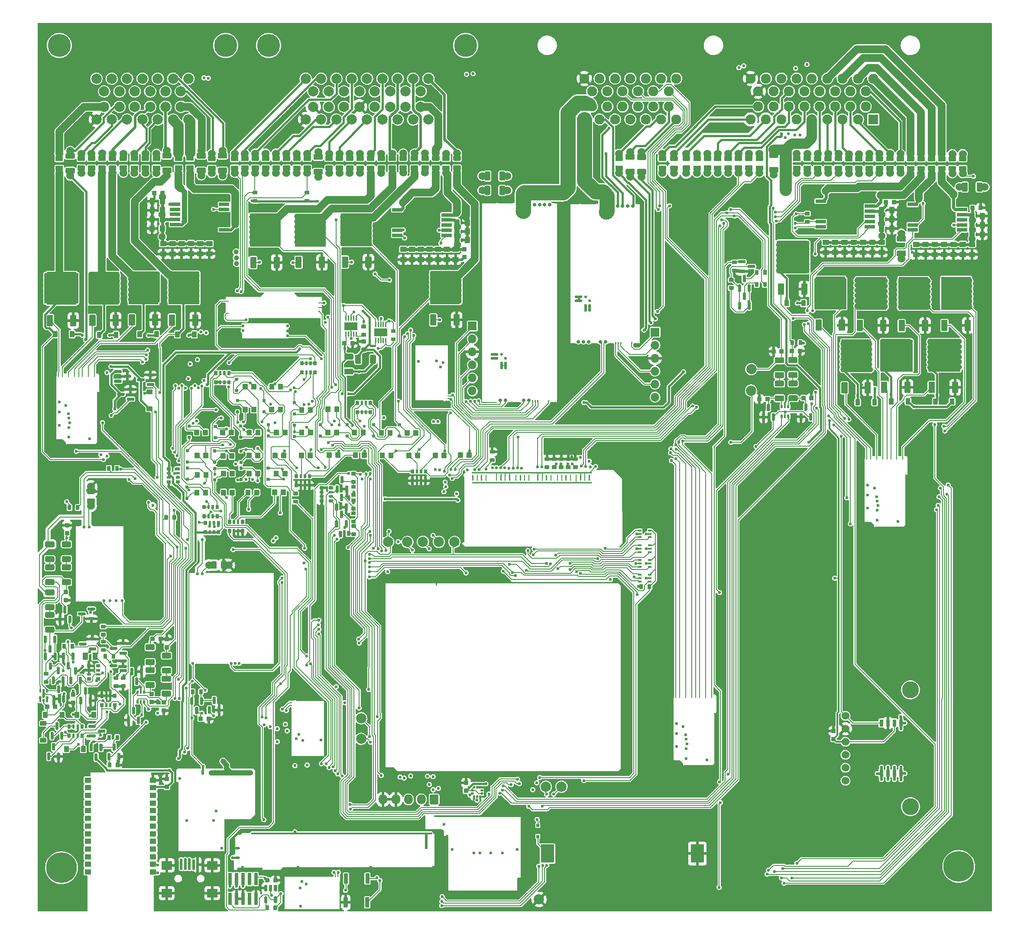
<source format=gtl>
G04 #@! TF.GenerationSoftware,KiCad,Pcbnew,(6.0.9)*
G04 #@! TF.CreationDate,2022-12-17T22:45:45+03:00*
G04 #@! TF.ProjectId,alphax_8ch,616c7068-6178-45f3-9863-682e6b696361,a*
G04 #@! TF.SameCoordinates,PX141f5e0PYa2cace0*
G04 #@! TF.FileFunction,Copper,L1,Top*
G04 #@! TF.FilePolarity,Positive*
%FSLAX46Y46*%
G04 Gerber Fmt 4.6, Leading zero omitted, Abs format (unit mm)*
G04 Created by KiCad (PCBNEW (6.0.9)) date 2022-12-17 22:45:45*
%MOMM*%
%LPD*%
G01*
G04 APERTURE LIST*
G04 #@! TA.AperFunction,SMDPad,CuDef*
%ADD10O,0.250000X10.200000*%
G04 #@! TD*
G04 #@! TA.AperFunction,SMDPad,CuDef*
%ADD11O,5.800001X0.250000*%
G04 #@! TD*
G04 #@! TA.AperFunction,SMDPad,CuDef*
%ADD12O,0.200000X0.399999*%
G04 #@! TD*
G04 #@! TA.AperFunction,ComponentPad*
%ADD13C,0.599999*%
G04 #@! TD*
G04 #@! TA.AperFunction,ComponentPad*
%ADD14C,1.524000*%
G04 #@! TD*
G04 #@! TA.AperFunction,ComponentPad*
%ADD15C,4.500000*%
G04 #@! TD*
G04 #@! TA.AperFunction,ComponentPad*
%ADD16C,2.000000*%
G04 #@! TD*
G04 #@! TA.AperFunction,SMDPad,CuDef*
%ADD17R,0.650000X0.400000*%
G04 #@! TD*
G04 #@! TA.AperFunction,ComponentPad*
%ADD18C,6.000000*%
G04 #@! TD*
G04 #@! TA.AperFunction,SMDPad,CuDef*
%ADD19R,2.000000X0.650000*%
G04 #@! TD*
G04 #@! TA.AperFunction,SMDPad,CuDef*
%ADD20R,4.500000X8.100000*%
G04 #@! TD*
G04 #@! TA.AperFunction,SMDPad,CuDef*
%ADD21C,2.000000*%
G04 #@! TD*
G04 #@! TA.AperFunction,SMDPad,CuDef*
%ADD22R,5.800000X6.400000*%
G04 #@! TD*
G04 #@! TA.AperFunction,SMDPad,CuDef*
%ADD23O,0.499999X11.400000*%
G04 #@! TD*
G04 #@! TA.AperFunction,SMDPad,CuDef*
%ADD24O,14.449999X0.499999*%
G04 #@! TD*
G04 #@! TA.AperFunction,SMDPad,CuDef*
%ADD25O,0.499999X2.999999*%
G04 #@! TD*
G04 #@! TA.AperFunction,SMDPad,CuDef*
%ADD26O,1.200000X0.499999*%
G04 #@! TD*
G04 #@! TA.AperFunction,SMDPad,CuDef*
%ADD27O,0.499999X12.700000*%
G04 #@! TD*
G04 #@! TA.AperFunction,SMDPad,CuDef*
%ADD28O,17.400001X0.399999*%
G04 #@! TD*
G04 #@! TA.AperFunction,SMDPad,CuDef*
%ADD29R,0.500000X2.000000*%
G04 #@! TD*
G04 #@! TA.AperFunction,SMDPad,CuDef*
%ADD30R,2.000000X1.700000*%
G04 #@! TD*
G04 #@! TA.AperFunction,ComponentPad*
%ADD31C,0.600000*%
G04 #@! TD*
G04 #@! TA.AperFunction,SMDPad,CuDef*
%ADD32O,9.300000X0.200000*%
G04 #@! TD*
G04 #@! TA.AperFunction,SMDPad,CuDef*
%ADD33O,0.200000X1.225000*%
G04 #@! TD*
G04 #@! TA.AperFunction,SMDPad,CuDef*
%ADD34O,0.499999X0.250000*%
G04 #@! TD*
G04 #@! TA.AperFunction,SMDPad,CuDef*
%ADD35O,0.200000X5.669999*%
G04 #@! TD*
G04 #@! TA.AperFunction,SMDPad,CuDef*
%ADD36O,11.100001X0.200000*%
G04 #@! TD*
G04 #@! TA.AperFunction,SMDPad,CuDef*
%ADD37O,0.200000X6.799999*%
G04 #@! TD*
G04 #@! TA.AperFunction,SMDPad,CuDef*
%ADD38O,9.800001X0.399999*%
G04 #@! TD*
G04 #@! TA.AperFunction,SMDPad,CuDef*
%ADD39O,0.250000X0.499999*%
G04 #@! TD*
G04 #@! TA.AperFunction,SMDPad,CuDef*
%ADD40O,0.499999X1.000001*%
G04 #@! TD*
G04 #@! TA.AperFunction,SMDPad,CuDef*
%ADD41O,8.744829X1.000001*%
G04 #@! TD*
G04 #@! TA.AperFunction,SMDPad,CuDef*
%ADD42O,0.399999X9.000000*%
G04 #@! TD*
G04 #@! TA.AperFunction,SMDPad,CuDef*
%ADD43O,5.399999X0.399999*%
G04 #@! TD*
G04 #@! TA.AperFunction,SMDPad,CuDef*
%ADD44O,0.200000X6.500000*%
G04 #@! TD*
G04 #@! TA.AperFunction,SMDPad,CuDef*
%ADD45O,0.200000X13.800000*%
G04 #@! TD*
G04 #@! TA.AperFunction,SMDPad,CuDef*
%ADD46O,0.499999X0.200000*%
G04 #@! TD*
G04 #@! TA.AperFunction,SMDPad,CuDef*
%ADD47O,9.199999X0.200000*%
G04 #@! TD*
G04 #@! TA.AperFunction,ComponentPad*
%ADD48R,1.700000X1.700000*%
G04 #@! TD*
G04 #@! TA.AperFunction,ComponentPad*
%ADD49O,1.700000X1.700000*%
G04 #@! TD*
G04 #@! TA.AperFunction,SMDPad,CuDef*
%ADD50R,2.600000X1.500000*%
G04 #@! TD*
G04 #@! TA.AperFunction,SMDPad,CuDef*
%ADD51R,0.250000X18.200000*%
G04 #@! TD*
G04 #@! TA.AperFunction,SMDPad,CuDef*
%ADD52R,6.500000X0.250000*%
G04 #@! TD*
G04 #@! TA.AperFunction,SMDPad,CuDef*
%ADD53R,6.450000X0.250000*%
G04 #@! TD*
G04 #@! TA.AperFunction,SMDPad,CuDef*
%ADD54R,1.250000X0.250000*%
G04 #@! TD*
G04 #@! TA.AperFunction,SMDPad,CuDef*
%ADD55R,13.650000X0.250000*%
G04 #@! TD*
G04 #@! TA.AperFunction,SMDPad,CuDef*
%ADD56R,0.350000X0.250000*%
G04 #@! TD*
G04 #@! TA.AperFunction,ComponentPad*
%ADD57R,1.950000X1.950000*%
G04 #@! TD*
G04 #@! TA.AperFunction,ComponentPad*
%ADD58C,1.950000*%
G04 #@! TD*
G04 #@! TA.AperFunction,SMDPad,CuDef*
%ADD59R,1.300000X1.000000*%
G04 #@! TD*
G04 #@! TA.AperFunction,ComponentPad*
%ADD60O,1.700000X1.950000*%
G04 #@! TD*
G04 #@! TA.AperFunction,SMDPad,CuDef*
%ADD61O,6.799999X0.200000*%
G04 #@! TD*
G04 #@! TA.AperFunction,SMDPad,CuDef*
%ADD62O,5.669999X0.200000*%
G04 #@! TD*
G04 #@! TA.AperFunction,SMDPad,CuDef*
%ADD63O,0.200000X11.100001*%
G04 #@! TD*
G04 #@! TA.AperFunction,SMDPad,CuDef*
%ADD64O,0.399999X9.800001*%
G04 #@! TD*
G04 #@! TA.AperFunction,ComponentPad*
%ADD65C,0.700000*%
G04 #@! TD*
G04 #@! TA.AperFunction,SMDPad,CuDef*
%ADD66C,3.000000*%
G04 #@! TD*
G04 #@! TA.AperFunction,SMDPad,CuDef*
%ADD67R,3.000000X0.250000*%
G04 #@! TD*
G04 #@! TA.AperFunction,SMDPad,CuDef*
%ADD68R,0.250000X39.250000*%
G04 #@! TD*
G04 #@! TA.AperFunction,SMDPad,CuDef*
%ADD69R,0.950000X0.250000*%
G04 #@! TD*
G04 #@! TA.AperFunction,SMDPad,CuDef*
%ADD70R,1.450000X0.250000*%
G04 #@! TD*
G04 #@! TA.AperFunction,SMDPad,CuDef*
%ADD71R,2.250000X0.250000*%
G04 #@! TD*
G04 #@! TA.AperFunction,SMDPad,CuDef*
%ADD72R,3.100000X0.250000*%
G04 #@! TD*
G04 #@! TA.AperFunction,SMDPad,CuDef*
%ADD73R,2.950000X0.250000*%
G04 #@! TD*
G04 #@! TA.AperFunction,SMDPad,CuDef*
%ADD74R,0.980000X0.250000*%
G04 #@! TD*
G04 #@! TA.AperFunction,SMDPad,CuDef*
%ADD75R,0.250000X27.600000*%
G04 #@! TD*
G04 #@! TA.AperFunction,SMDPad,CuDef*
%ADD76R,1.950000X0.250000*%
G04 #@! TD*
G04 #@! TA.AperFunction,SMDPad,CuDef*
%ADD77R,1.100000X0.250000*%
G04 #@! TD*
G04 #@! TA.AperFunction,SMDPad,CuDef*
%ADD78R,6.185000X0.250000*%
G04 #@! TD*
G04 #@! TA.AperFunction,SMDPad,CuDef*
%ADD79R,5.175000X0.250000*%
G04 #@! TD*
G04 #@! TA.AperFunction,SMDPad,CuDef*
%ADD80R,1.115000X0.250000*%
G04 #@! TD*
G04 #@! TA.AperFunction,SMDPad,CuDef*
%ADD81R,0.250000X15.100000*%
G04 #@! TD*
G04 #@! TA.AperFunction,SMDPad,CuDef*
%ADD82R,0.250000X14.275000*%
G04 #@! TD*
G04 #@! TA.AperFunction,SMDPad,CuDef*
%ADD83R,2.600000X3.600000*%
G04 #@! TD*
G04 #@! TA.AperFunction,ComponentPad*
%ADD84C,3.302000*%
G04 #@! TD*
G04 #@! TA.AperFunction,SMDPad,CuDef*
%ADD85R,0.690000X1.350000*%
G04 #@! TD*
G04 #@! TA.AperFunction,SMDPad,CuDef*
%ADD86O,5.000000X0.399999*%
G04 #@! TD*
G04 #@! TA.AperFunction,SMDPad,CuDef*
%ADD87O,0.399999X7.200001*%
G04 #@! TD*
G04 #@! TA.AperFunction,SMDPad,CuDef*
%ADD88O,30.000001X0.399999*%
G04 #@! TD*
G04 #@! TA.AperFunction,SMDPad,CuDef*
%ADD89O,1.000001X0.499999*%
G04 #@! TD*
G04 #@! TA.AperFunction,SMDPad,CuDef*
%ADD90O,0.200000X3.099999*%
G04 #@! TD*
G04 #@! TA.AperFunction,SMDPad,CuDef*
%ADD91O,35.400000X0.399999*%
G04 #@! TD*
G04 #@! TA.AperFunction,SMDPad,CuDef*
%ADD92R,0.740000X2.400000*%
G04 #@! TD*
G04 #@! TA.AperFunction,ViaPad*
%ADD93C,0.600000*%
G04 #@! TD*
G04 #@! TA.AperFunction,ViaPad*
%ADD94C,1.400000*%
G04 #@! TD*
G04 #@! TA.AperFunction,ViaPad*
%ADD95C,1.500000*%
G04 #@! TD*
G04 #@! TA.AperFunction,ViaPad*
%ADD96C,2.500000*%
G04 #@! TD*
G04 #@! TA.AperFunction,ViaPad*
%ADD97C,1.000000*%
G04 #@! TD*
G04 #@! TA.AperFunction,Conductor*
%ADD98C,0.200000*%
G04 #@! TD*
G04 #@! TA.AperFunction,Conductor*
%ADD99C,0.508000*%
G04 #@! TD*
G04 #@! TA.AperFunction,Conductor*
%ADD100C,0.400000*%
G04 #@! TD*
G04 #@! TA.AperFunction,Conductor*
%ADD101C,0.600000*%
G04 #@! TD*
G04 #@! TA.AperFunction,Conductor*
%ADD102C,0.203200*%
G04 #@! TD*
G04 #@! TA.AperFunction,Conductor*
%ADD103C,0.300000*%
G04 #@! TD*
G04 #@! TA.AperFunction,Conductor*
%ADD104C,1.500000*%
G04 #@! TD*
G04 #@! TA.AperFunction,Conductor*
%ADD105C,1.000000*%
G04 #@! TD*
G04 #@! TA.AperFunction,Conductor*
%ADD106C,0.500000*%
G04 #@! TD*
G04 #@! TA.AperFunction,Conductor*
%ADD107C,2.000000*%
G04 #@! TD*
G04 #@! TA.AperFunction,Conductor*
%ADD108C,2.400000*%
G04 #@! TD*
G04 #@! TA.AperFunction,Conductor*
%ADD109C,3.000000*%
G04 #@! TD*
G04 #@! TA.AperFunction,Conductor*
%ADD110C,2.500000*%
G04 #@! TD*
G04 APERTURE END LIST*
D10*
G04 #@! TO.P,M4,G,GND*
G04 #@! TO.N,GND*
X132460111Y33871853D03*
D11*
X129347611Y28621858D03*
G04 #@! TA.AperFunction,SMDPad,CuDef*
G36*
G01*
X132539916Y29001667D02*
X132539916Y29001667D01*
G75*
G02*
X132539916Y28824891I-88388J-88388D01*
G01*
X132257074Y28542049D01*
G75*
G02*
X132080298Y28542049I-88388J88388D01*
G01*
X132080298Y28542049D01*
G75*
G02*
X132080298Y28718825I88388J88388D01*
G01*
X132363140Y29001667D01*
G75*
G02*
X132539916Y29001667I88388J-88388D01*
G01*
G37*
G04 #@! TD.AperFunction*
D12*
G04 #@! TO.P,M4,S1,OUT_IGN8*
G04 #@! TO.N,/OUT_IGN8*
X124835163Y41996475D03*
G04 #@! TO.P,M4,S2,OUT_IGN7*
G04 #@! TO.N,/OUT_IGN7*
X125595142Y41996475D03*
G04 #@! TO.P,M4,S3,OUT_IGN6*
G04 #@! TO.N,/OUT_IGN6*
X126770135Y41996475D03*
G04 #@! TO.P,M4,S4,OUT_IGN5*
G04 #@! TO.N,/OUT_IGN5*
X127945122Y41996475D03*
G04 #@! TO.P,M4,S5,OUT_IGN4*
G04 #@! TO.N,/OUT_IGN4*
X128785034Y41996475D03*
G04 #@! TO.P,M4,S6,OUT_IGN3*
G04 #@! TO.N,/OUT_IGN3*
X129535106Y41996475D03*
G04 #@! TO.P,M4,S7,OUT_IGN2*
G04 #@! TO.N,/OUT_IGN2*
X130710117Y41996475D03*
G04 #@! TO.P,M4,S8,OUT_IGN1*
G04 #@! TO.N,/OUT_IGN1*
X131885114Y41996475D03*
D13*
G04 #@! TO.P,M4,V1,IGN8*
G04 #@! TO.N,/IGN8*
X126845111Y31896868D03*
G04 #@! TO.P,M4,V2,IGN7*
G04 #@! TO.N,/IGN7*
X125010101Y32321876D03*
G04 #@! TO.P,M4,V3,IGN6*
G04 #@! TO.N,/IGN6*
X127060109Y32871873D03*
G04 #@! TO.P,M4,V4,IGN5*
G04 #@! TO.N,/IGN5*
X126845114Y33746832D03*
G04 #@! TO.P,M4,V5,IGN4*
G04 #@! TO.N,/IGN4*
X126770107Y34596855D03*
G04 #@! TO.P,M4,V6,IGN3*
G04 #@! TO.N,/IGN3*
X125010101Y34921871D03*
G04 #@! TO.P,M4,V7,IGN2*
G04 #@! TO.N,/IGN2*
X126320101Y36221838D03*
G04 #@! TO.P,M4,V8,IGN1*
G04 #@! TO.N,/IGN1*
X125010101Y36871855D03*
G04 #@! TO.P,M4,V9,VCC*
G04 #@! TO.N,+5V_IGN*
X130935116Y29696852D03*
G04 #@! TO.P,M4,V10,V33*
G04 #@! TO.N,+3V3_IGN*
X126860110Y29996854D03*
G04 #@! TD*
G04 #@! TO.P,D53,1,K*
G04 #@! TO.N,+12V_RAW*
G04 #@! TA.AperFunction,SMDPad,CuDef*
G36*
G01*
X150270000Y119605000D02*
X150270000Y118585000D01*
G75*
G02*
X150180000Y118495000I-90000J0D01*
G01*
X149460000Y118495000D01*
G75*
G02*
X149370000Y118585000I0J90000D01*
G01*
X149370000Y119605000D01*
G75*
G02*
X149460000Y119695000I90000J0D01*
G01*
X150180000Y119695000D01*
G75*
G02*
X150270000Y119605000I0J-90000D01*
G01*
G37*
G04 #@! TD.AperFunction*
G04 #@! TO.P,D53,2,A*
G04 #@! TO.N,/OUT_VVT1*
G04 #@! TA.AperFunction,SMDPad,CuDef*
G36*
G01*
X146970000Y119605000D02*
X146970000Y118585000D01*
G75*
G02*
X146880000Y118495000I-90000J0D01*
G01*
X146160000Y118495000D01*
G75*
G02*
X146070000Y118585000I0J90000D01*
G01*
X146070000Y119605000D01*
G75*
G02*
X146160000Y119695000I90000J0D01*
G01*
X146880000Y119695000D01*
G75*
G02*
X146970000Y119605000I0J-90000D01*
G01*
G37*
G04 #@! TD.AperFunction*
G04 #@! TD*
G04 #@! TO.P,R8,1,1*
G04 #@! TO.N,/OUT_INJ2*
G04 #@! TA.AperFunction,SMDPad,CuDef*
G36*
G01*
X159325000Y144929999D02*
X158075000Y144929999D01*
G75*
G02*
X157975000Y145029999I0J100000D01*
G01*
X157975000Y145829999D01*
G75*
G02*
X158075000Y145929999I100000J0D01*
G01*
X159325000Y145929999D01*
G75*
G02*
X159425000Y145829999I0J-100000D01*
G01*
X159425000Y145029999D01*
G75*
G02*
X159325000Y144929999I-100000J0D01*
G01*
G37*
G04 #@! TD.AperFunction*
D14*
X158700000Y144475000D03*
G04 #@! TO.P,R8,2,2*
G04 #@! TO.N,/A3*
G04 #@! TA.AperFunction,SMDPad,CuDef*
G36*
G01*
X159325000Y146830021D02*
X158075000Y146830021D01*
G75*
G02*
X157975000Y146930021I0J100000D01*
G01*
X157975000Y147730021D01*
G75*
G02*
X158075000Y147830021I100000J0D01*
G01*
X159325000Y147830021D01*
G75*
G02*
X159425000Y147730021I0J-100000D01*
G01*
X159425000Y146930021D01*
G75*
G02*
X159325000Y146830021I-100000J0D01*
G01*
G37*
G04 #@! TD.AperFunction*
X158700000Y148285000D03*
G04 #@! TD*
G04 #@! TO.P,D70,1,K*
G04 #@! TO.N,Net-(D70-Pad1)*
G04 #@! TA.AperFunction,SMDPad,CuDef*
G36*
G01*
X70532503Y92841498D02*
X70532503Y93321498D01*
G75*
G02*
X70592503Y93381498I60000J0D01*
G01*
X71072503Y93381498D01*
G75*
G02*
X71132503Y93321498I0J-60000D01*
G01*
X71132503Y92841498D01*
G75*
G02*
X71072503Y92781498I-60000J0D01*
G01*
X70592503Y92781498D01*
G75*
G02*
X70532503Y92841498I0J60000D01*
G01*
G37*
G04 #@! TD.AperFunction*
G04 #@! TO.P,D70,2,A*
G04 #@! TO.N,/OUT_INJ8*
G04 #@! TA.AperFunction,SMDPad,CuDef*
G36*
G01*
X70532503Y95041498D02*
X70532503Y95521498D01*
G75*
G02*
X70592503Y95581498I60000J0D01*
G01*
X71072503Y95581498D01*
G75*
G02*
X71132503Y95521498I0J-60000D01*
G01*
X71132503Y95041498D01*
G75*
G02*
X71072503Y94981498I-60000J0D01*
G01*
X70592503Y94981498D01*
G75*
G02*
X70532503Y95041498I0J60000D01*
G01*
G37*
G04 #@! TD.AperFunction*
G04 #@! TD*
G04 #@! TO.P,C18,1*
G04 #@! TO.N,GND*
G04 #@! TA.AperFunction,SMDPad,CuDef*
G36*
G01*
X184865001Y138054993D02*
X184865001Y137374993D01*
G75*
G02*
X184780001Y137289993I-85000J0D01*
G01*
X184100001Y137289993D01*
G75*
G02*
X184015001Y137374993I0J85000D01*
G01*
X184015001Y138054993D01*
G75*
G02*
X184100001Y138139993I85000J0D01*
G01*
X184780001Y138139993D01*
G75*
G02*
X184865001Y138054993I0J-85000D01*
G01*
G37*
G04 #@! TD.AperFunction*
G04 #@! TO.P,C18,2*
G04 #@! TO.N,+12V_DC2*
G04 #@! TA.AperFunction,SMDPad,CuDef*
G36*
G01*
X183284999Y138054993D02*
X183284999Y137374993D01*
G75*
G02*
X183199999Y137289993I-85000J0D01*
G01*
X182519999Y137289993D01*
G75*
G02*
X182434999Y137374993I0J85000D01*
G01*
X182434999Y138054993D01*
G75*
G02*
X182519999Y138139993I85000J0D01*
G01*
X183199999Y138139993D01*
G75*
G02*
X183284999Y138054993I0J-85000D01*
G01*
G37*
G04 #@! TD.AperFunction*
G04 #@! TD*
D15*
G04 #@! TO.P,J22,0*
G04 #@! TO.N,N/C*
X4370000Y169500000D03*
X36870000Y169500000D03*
D16*
G04 #@! TO.P,J22,1,1D*
G04 #@! TO.N,unconnected-(J22-Pad1)*
X29620000Y163000000D03*
G04 #@! TO.P,J22,2,2D*
G04 #@! TO.N,/D2*
X26620000Y163000000D03*
G04 #@! TO.P,J22,3,3D*
G04 #@! TO.N,unconnected-(J22-Pad3)*
X23620000Y163000000D03*
G04 #@! TO.P,J22,4,4D*
G04 #@! TO.N,+5VAS*
X20620000Y163000000D03*
G04 #@! TO.P,J22,5,5D*
G04 #@! TO.N,GNDA*
X17620000Y163000000D03*
G04 #@! TO.P,J22,6,6D*
G04 #@! TO.N,unconnected-(J22-Pad6)*
X14620000Y163000000D03*
G04 #@! TO.P,J22,7,7D*
G04 #@! TO.N,unconnected-(J22-Pad7)*
X11620000Y163000000D03*
G04 #@! TO.P,J22,8,8D*
G04 #@! TO.N,/D8*
X28120000Y160500000D03*
G04 #@! TO.P,J22,9,9D*
G04 #@! TO.N,/D9*
X25120000Y160500000D03*
G04 #@! TO.P,J22,10,10D*
G04 #@! TO.N,/D10*
X22120000Y160500000D03*
G04 #@! TO.P,J22,11,11D*
G04 #@! TO.N,unconnected-(J22-Pad11)*
X19120000Y160500000D03*
G04 #@! TO.P,J22,12,12D*
G04 #@! TO.N,unconnected-(J22-Pad12)*
X16120000Y160500000D03*
G04 #@! TO.P,J22,13,13D*
G04 #@! TO.N,unconnected-(J22-Pad13)*
X13120000Y160500000D03*
G04 #@! TO.P,J22,14,14D*
G04 #@! TO.N,/D14*
X28120000Y157500000D03*
G04 #@! TO.P,J22,15,15D*
G04 #@! TO.N,/D15*
X25120000Y157500000D03*
G04 #@! TO.P,J22,16,16D*
G04 #@! TO.N,/D16*
X22120000Y157500000D03*
G04 #@! TO.P,J22,17,17D*
G04 #@! TO.N,/D17*
X19120000Y157500000D03*
G04 #@! TO.P,J22,18,18D*
G04 #@! TO.N,/D18*
X16120000Y157500000D03*
G04 #@! TO.P,J22,19,19D*
G04 #@! TO.N,/D19*
X13120000Y157500000D03*
G04 #@! TO.P,J22,20,20D*
G04 #@! TO.N,/D20*
X29620000Y155000000D03*
G04 #@! TO.P,J22,21,21D*
G04 #@! TO.N,/D21*
X26620000Y155000000D03*
G04 #@! TO.P,J22,22,22D*
G04 #@! TO.N,/D22*
X23620000Y155000000D03*
G04 #@! TO.P,J22,23,23D*
G04 #@! TO.N,/D23*
X20620000Y155000000D03*
G04 #@! TO.P,J22,24,24D*
G04 #@! TO.N,/D24*
X17620000Y155000000D03*
G04 #@! TO.P,J22,25,25D*
G04 #@! TO.N,/D25*
X14620000Y155000000D03*
G04 #@! TO.P,J22,26,26D*
G04 #@! TO.N,GND*
X11620000Y155000000D03*
G04 #@! TD*
G04 #@! TO.P,R29,1*
G04 #@! TO.N,Net-(Q20-Pad2)*
G04 #@! TA.AperFunction,SMDPad,CuDef*
G36*
G01*
X12610000Y53200010D02*
X13390000Y53200010D01*
G75*
G02*
X13460000Y53130010I0J-70000D01*
G01*
X13460000Y52570010D01*
G75*
G02*
X13390000Y52500010I-70000J0D01*
G01*
X12610000Y52500010D01*
G75*
G02*
X12540000Y52570010I0J70000D01*
G01*
X12540000Y53130010D01*
G75*
G02*
X12610000Y53200010I70000J0D01*
G01*
G37*
G04 #@! TD.AperFunction*
G04 #@! TO.P,R29,2*
G04 #@! TO.N,+5VAS*
G04 #@! TA.AperFunction,SMDPad,CuDef*
G36*
G01*
X12610000Y51600010D02*
X13390000Y51600010D01*
G75*
G02*
X13460000Y51530010I0J-70000D01*
G01*
X13460000Y50970010D01*
G75*
G02*
X13390000Y50900010I-70000J0D01*
G01*
X12610000Y50900010D01*
G75*
G02*
X12540000Y50970010I0J70000D01*
G01*
X12540000Y51530010D01*
G75*
G02*
X12610000Y51600010I70000J0D01*
G01*
G37*
G04 #@! TD.AperFunction*
G04 #@! TD*
G04 #@! TO.P,R1014,1*
G04 #@! TO.N,/AMUX*
G04 #@! TA.AperFunction,SMDPad,CuDef*
G36*
G01*
X120050000Y63990000D02*
X120050000Y63210000D01*
G75*
G02*
X119980000Y63140000I-70000J0D01*
G01*
X119420000Y63140000D01*
G75*
G02*
X119350000Y63210000I0J70000D01*
G01*
X119350000Y63990000D01*
G75*
G02*
X119420000Y64060000I70000J0D01*
G01*
X119980000Y64060000D01*
G75*
G02*
X120050000Y63990000I0J-70000D01*
G01*
G37*
G04 #@! TD.AperFunction*
G04 #@! TO.P,R1014,2*
G04 #@! TO.N,GNDA*
G04 #@! TA.AperFunction,SMDPad,CuDef*
G36*
G01*
X118450000Y63990000D02*
X118450000Y63210000D01*
G75*
G02*
X118380000Y63140000I-70000J0D01*
G01*
X117820000Y63140000D01*
G75*
G02*
X117750000Y63210000I0J70000D01*
G01*
X117750000Y63990000D01*
G75*
G02*
X117820000Y64060000I70000J0D01*
G01*
X118380000Y64060000D01*
G75*
G02*
X118450000Y63990000I0J-70000D01*
G01*
G37*
G04 #@! TD.AperFunction*
G04 #@! TD*
G04 #@! TO.P,C19,1*
G04 #@! TO.N,GND*
G04 #@! TA.AperFunction,SMDPad,CuDef*
G36*
G01*
X167955001Y139184993D02*
X167955001Y138504993D01*
G75*
G02*
X167870001Y138419993I-85000J0D01*
G01*
X167190001Y138419993D01*
G75*
G02*
X167105001Y138504993I0J85000D01*
G01*
X167105001Y139184993D01*
G75*
G02*
X167190001Y139269993I85000J0D01*
G01*
X167870001Y139269993D01*
G75*
G02*
X167955001Y139184993I0J-85000D01*
G01*
G37*
G04 #@! TD.AperFunction*
G04 #@! TO.P,C19,2*
G04 #@! TO.N,+12V_DC1*
G04 #@! TA.AperFunction,SMDPad,CuDef*
G36*
G01*
X166374999Y139184993D02*
X166374999Y138504993D01*
G75*
G02*
X166289999Y138419993I-85000J0D01*
G01*
X165609999Y138419993D01*
G75*
G02*
X165524999Y138504993I0J85000D01*
G01*
X165524999Y139184993D01*
G75*
G02*
X165609999Y139269993I85000J0D01*
G01*
X166289999Y139269993D01*
G75*
G02*
X166374999Y139184993I0J-85000D01*
G01*
G37*
G04 #@! TD.AperFunction*
G04 #@! TD*
G04 #@! TO.P,R90,1*
G04 #@! TO.N,+3V3*
G04 #@! TA.AperFunction,SMDPad,CuDef*
G36*
G01*
X150190000Y136950000D02*
X150970000Y136950000D01*
G75*
G02*
X151040000Y136880000I0J-70000D01*
G01*
X151040000Y136320000D01*
G75*
G02*
X150970000Y136250000I-70000J0D01*
G01*
X150190000Y136250000D01*
G75*
G02*
X150120000Y136320000I0J70000D01*
G01*
X150120000Y136880000D01*
G75*
G02*
X150190000Y136950000I70000J0D01*
G01*
G37*
G04 #@! TD.AperFunction*
G04 #@! TO.P,R90,2*
G04 #@! TO.N,/ETB_DIS*
G04 #@! TA.AperFunction,SMDPad,CuDef*
G36*
G01*
X150190000Y135350000D02*
X150970000Y135350000D01*
G75*
G02*
X151040000Y135280000I0J-70000D01*
G01*
X151040000Y134720000D01*
G75*
G02*
X150970000Y134650000I-70000J0D01*
G01*
X150190000Y134650000D01*
G75*
G02*
X150120000Y134720000I0J70000D01*
G01*
X150120000Y135280000D01*
G75*
G02*
X150190000Y135350000I70000J0D01*
G01*
G37*
G04 #@! TD.AperFunction*
G04 #@! TD*
G04 #@! TO.P,C26,1*
G04 #@! TO.N,+12V_DC3*
G04 #@! TA.AperFunction,SMDPad,CuDef*
G36*
G01*
X31385000Y131240000D02*
X32435000Y131240000D01*
G75*
G02*
X32535000Y131140000I0J-100000D01*
G01*
X32535000Y130340000D01*
G75*
G02*
X32435000Y130240000I-100000J0D01*
G01*
X31385000Y130240000D01*
G75*
G02*
X31285000Y130340000I0J100000D01*
G01*
X31285000Y131140000D01*
G75*
G02*
X31385000Y131240000I100000J0D01*
G01*
G37*
G04 #@! TD.AperFunction*
G04 #@! TO.P,C26,2*
G04 #@! TO.N,GND*
G04 #@! TA.AperFunction,SMDPad,CuDef*
G36*
G01*
X31385000Y129240000D02*
X32435000Y129240000D01*
G75*
G02*
X32535000Y129140000I0J-100000D01*
G01*
X32535000Y128340000D01*
G75*
G02*
X32435000Y128240000I-100000J0D01*
G01*
X31385000Y128240000D01*
G75*
G02*
X31285000Y128340000I0J100000D01*
G01*
X31285000Y129140000D01*
G75*
G02*
X31385000Y129240000I100000J0D01*
G01*
G37*
G04 #@! TD.AperFunction*
G04 #@! TD*
G04 #@! TO.P,R2,1*
G04 #@! TO.N,+12V*
G04 #@! TA.AperFunction,SMDPad,CuDef*
G36*
G01*
X32600000Y73955000D02*
X32600000Y74625000D01*
G75*
G02*
X32665000Y74690000I65000J0D01*
G01*
X33185000Y74690000D01*
G75*
G02*
X33250000Y74625000I0J-65000D01*
G01*
X33250000Y73955000D01*
G75*
G02*
X33185000Y73890000I-65000J0D01*
G01*
X32665000Y73890000D01*
G75*
G02*
X32600000Y73955000I0J65000D01*
G01*
G37*
G04 #@! TD.AperFunction*
G04 #@! TO.P,R2,2*
G04 #@! TA.AperFunction,SMDPad,CuDef*
G36*
G01*
X33575000Y73935000D02*
X33575000Y74645000D01*
G75*
G02*
X33620000Y74690000I45000J0D01*
G01*
X33980000Y74690000D01*
G75*
G02*
X34025000Y74645000I0J-45000D01*
G01*
X34025000Y73935000D01*
G75*
G02*
X33980000Y73890000I-45000J0D01*
G01*
X33620000Y73890000D01*
G75*
G02*
X33575000Y73935000I0J45000D01*
G01*
G37*
G04 #@! TD.AperFunction*
G04 #@! TO.P,R2,3*
G04 #@! TA.AperFunction,SMDPad,CuDef*
G36*
G01*
X34375000Y73935000D02*
X34375000Y74645000D01*
G75*
G02*
X34420000Y74690000I45000J0D01*
G01*
X34780000Y74690000D01*
G75*
G02*
X34825000Y74645000I0J-45000D01*
G01*
X34825000Y73935000D01*
G75*
G02*
X34780000Y73890000I-45000J0D01*
G01*
X34420000Y73890000D01*
G75*
G02*
X34375000Y73935000I0J45000D01*
G01*
G37*
G04 #@! TD.AperFunction*
G04 #@! TO.P,R2,4*
G04 #@! TA.AperFunction,SMDPad,CuDef*
G36*
G01*
X35150000Y73955000D02*
X35150000Y74625000D01*
G75*
G02*
X35215000Y74690000I65000J0D01*
G01*
X35735000Y74690000D01*
G75*
G02*
X35800000Y74625000I0J-65000D01*
G01*
X35800000Y73955000D01*
G75*
G02*
X35735000Y73890000I-65000J0D01*
G01*
X35215000Y73890000D01*
G75*
G02*
X35150000Y73955000I0J65000D01*
G01*
G37*
G04 #@! TD.AperFunction*
G04 #@! TO.P,R2,5*
G04 #@! TO.N,Net-(D3-Pad1)*
G04 #@! TA.AperFunction,SMDPad,CuDef*
G36*
G01*
X35150000Y75755000D02*
X35150000Y76425000D01*
G75*
G02*
X35215000Y76490000I65000J0D01*
G01*
X35735000Y76490000D01*
G75*
G02*
X35800000Y76425000I0J-65000D01*
G01*
X35800000Y75755000D01*
G75*
G02*
X35735000Y75690000I-65000J0D01*
G01*
X35215000Y75690000D01*
G75*
G02*
X35150000Y75755000I0J65000D01*
G01*
G37*
G04 #@! TD.AperFunction*
G04 #@! TO.P,R2,6*
G04 #@! TO.N,Net-(D2-Pad1)*
G04 #@! TA.AperFunction,SMDPad,CuDef*
G36*
G01*
X34375000Y75735000D02*
X34375000Y76445000D01*
G75*
G02*
X34420000Y76490000I45000J0D01*
G01*
X34780000Y76490000D01*
G75*
G02*
X34825000Y76445000I0J-45000D01*
G01*
X34825000Y75735000D01*
G75*
G02*
X34780000Y75690000I-45000J0D01*
G01*
X34420000Y75690000D01*
G75*
G02*
X34375000Y75735000I0J45000D01*
G01*
G37*
G04 #@! TD.AperFunction*
G04 #@! TO.P,R2,7*
G04 #@! TO.N,Net-(D14-Pad1)*
G04 #@! TA.AperFunction,SMDPad,CuDef*
G36*
G01*
X33575000Y75735000D02*
X33575000Y76445000D01*
G75*
G02*
X33620000Y76490000I45000J0D01*
G01*
X33980000Y76490000D01*
G75*
G02*
X34025000Y76445000I0J-45000D01*
G01*
X34025000Y75735000D01*
G75*
G02*
X33980000Y75690000I-45000J0D01*
G01*
X33620000Y75690000D01*
G75*
G02*
X33575000Y75735000I0J45000D01*
G01*
G37*
G04 #@! TD.AperFunction*
G04 #@! TO.P,R2,8*
G04 #@! TO.N,Net-(D13-Pad1)*
G04 #@! TA.AperFunction,SMDPad,CuDef*
G36*
G01*
X32600000Y75755000D02*
X32600000Y76425000D01*
G75*
G02*
X32665000Y76490000I65000J0D01*
G01*
X33185000Y76490000D01*
G75*
G02*
X33250000Y76425000I0J-65000D01*
G01*
X33250000Y75755000D01*
G75*
G02*
X33185000Y75690000I-65000J0D01*
G01*
X32665000Y75690000D01*
G75*
G02*
X32600000Y75755000I0J65000D01*
G01*
G37*
G04 #@! TD.AperFunction*
G04 #@! TD*
G04 #@! TO.P,C44,1*
G04 #@! TO.N,GND*
G04 #@! TA.AperFunction,SMDPad,CuDef*
G36*
G01*
X22030000Y136755000D02*
X22030000Y137805000D01*
G75*
G02*
X22130000Y137905000I100000J0D01*
G01*
X22930000Y137905000D01*
G75*
G02*
X23030000Y137805000I0J-100000D01*
G01*
X23030000Y136755000D01*
G75*
G02*
X22930000Y136655000I-100000J0D01*
G01*
X22130000Y136655000D01*
G75*
G02*
X22030000Y136755000I0J100000D01*
G01*
G37*
G04 #@! TD.AperFunction*
G04 #@! TO.P,C44,2*
G04 #@! TO.N,+12V_DC3*
G04 #@! TA.AperFunction,SMDPad,CuDef*
G36*
G01*
X24030000Y136755000D02*
X24030000Y137805000D01*
G75*
G02*
X24130000Y137905000I100000J0D01*
G01*
X24930000Y137905000D01*
G75*
G02*
X25030000Y137805000I0J-100000D01*
G01*
X25030000Y136755000D01*
G75*
G02*
X24930000Y136655000I-100000J0D01*
G01*
X24130000Y136655000D01*
G75*
G02*
X24030000Y136755000I0J100000D01*
G01*
G37*
G04 #@! TD.AperFunction*
G04 #@! TD*
G04 #@! TO.P,D36,1,A*
G04 #@! TO.N,/HALL3*
G04 #@! TA.AperFunction,SMDPad,CuDef*
G36*
G01*
X48649999Y82499998D02*
X48649999Y81599998D01*
G75*
G02*
X48549999Y81499998I-100000J0D01*
G01*
X47749999Y81499998D01*
G75*
G02*
X47649999Y81599998I0J100000D01*
G01*
X47649999Y82499998D01*
G75*
G02*
X47749999Y82599998I100000J0D01*
G01*
X48549999Y82599998D01*
G75*
G02*
X48649999Y82499998I0J-100000D01*
G01*
G37*
G04 #@! TD.AperFunction*
G04 #@! TO.P,D36,2,K*
G04 #@! TO.N,Net-(D36-Pad2)*
G04 #@! TA.AperFunction,SMDPad,CuDef*
G36*
G01*
X46949999Y82499998D02*
X46949999Y81599998D01*
G75*
G02*
X46849999Y81499998I-100000J0D01*
G01*
X46049999Y81499998D01*
G75*
G02*
X45949999Y81599998I0J100000D01*
G01*
X45949999Y82499998D01*
G75*
G02*
X46049999Y82599998I100000J0D01*
G01*
X46849999Y82599998D01*
G75*
G02*
X46949999Y82499998I0J-100000D01*
G01*
G37*
G04 #@! TD.AperFunction*
G04 #@! TD*
G04 #@! TO.P,C49,1*
G04 #@! TO.N,GND*
G04 #@! TA.AperFunction,SMDPad,CuDef*
G36*
G01*
X167580000Y134195000D02*
X167580000Y133145000D01*
G75*
G02*
X167480000Y133045000I-100000J0D01*
G01*
X166680000Y133045000D01*
G75*
G02*
X166580000Y133145000I0J100000D01*
G01*
X166580000Y134195000D01*
G75*
G02*
X166680000Y134295000I100000J0D01*
G01*
X167480000Y134295000D01*
G75*
G02*
X167580000Y134195000I0J-100000D01*
G01*
G37*
G04 #@! TD.AperFunction*
G04 #@! TO.P,C49,2*
G04 #@! TO.N,+12V_DC1*
G04 #@! TA.AperFunction,SMDPad,CuDef*
G36*
G01*
X165580000Y134195000D02*
X165580000Y133145000D01*
G75*
G02*
X165480000Y133045000I-100000J0D01*
G01*
X164680000Y133045000D01*
G75*
G02*
X164580000Y133145000I0J100000D01*
G01*
X164580000Y134195000D01*
G75*
G02*
X164680000Y134295000I100000J0D01*
G01*
X165480000Y134295000D01*
G75*
G02*
X165580000Y134195000I0J-100000D01*
G01*
G37*
G04 #@! TD.AperFunction*
G04 #@! TD*
G04 #@! TO.P,R4,1*
G04 #@! TO.N,GND*
G04 #@! TA.AperFunction,SMDPad,CuDef*
G36*
G01*
X50380000Y83105000D02*
X50380000Y83775000D01*
G75*
G02*
X50445000Y83840000I65000J0D01*
G01*
X50965000Y83840000D01*
G75*
G02*
X51030000Y83775000I0J-65000D01*
G01*
X51030000Y83105000D01*
G75*
G02*
X50965000Y83040000I-65000J0D01*
G01*
X50445000Y83040000D01*
G75*
G02*
X50380000Y83105000I0J65000D01*
G01*
G37*
G04 #@! TD.AperFunction*
G04 #@! TO.P,R4,2*
G04 #@! TA.AperFunction,SMDPad,CuDef*
G36*
G01*
X51355000Y83085000D02*
X51355000Y83795000D01*
G75*
G02*
X51400000Y83840000I45000J0D01*
G01*
X51760000Y83840000D01*
G75*
G02*
X51805000Y83795000I0J-45000D01*
G01*
X51805000Y83085000D01*
G75*
G02*
X51760000Y83040000I-45000J0D01*
G01*
X51400000Y83040000D01*
G75*
G02*
X51355000Y83085000I0J45000D01*
G01*
G37*
G04 #@! TD.AperFunction*
G04 #@! TO.P,R4,3*
G04 #@! TA.AperFunction,SMDPad,CuDef*
G36*
G01*
X52155000Y83085000D02*
X52155000Y83795000D01*
G75*
G02*
X52200000Y83840000I45000J0D01*
G01*
X52560000Y83840000D01*
G75*
G02*
X52605000Y83795000I0J-45000D01*
G01*
X52605000Y83085000D01*
G75*
G02*
X52560000Y83040000I-45000J0D01*
G01*
X52200000Y83040000D01*
G75*
G02*
X52155000Y83085000I0J45000D01*
G01*
G37*
G04 #@! TD.AperFunction*
G04 #@! TO.P,R4,4*
G04 #@! TA.AperFunction,SMDPad,CuDef*
G36*
G01*
X52930000Y83105000D02*
X52930000Y83775000D01*
G75*
G02*
X52995000Y83840000I65000J0D01*
G01*
X53515000Y83840000D01*
G75*
G02*
X53580000Y83775000I0J-65000D01*
G01*
X53580000Y83105000D01*
G75*
G02*
X53515000Y83040000I-65000J0D01*
G01*
X52995000Y83040000D01*
G75*
G02*
X52930000Y83105000I0J65000D01*
G01*
G37*
G04 #@! TD.AperFunction*
G04 #@! TO.P,R4,5*
G04 #@! TO.N,Net-(D24-Pad2)*
G04 #@! TA.AperFunction,SMDPad,CuDef*
G36*
G01*
X52930000Y84905000D02*
X52930000Y85575000D01*
G75*
G02*
X52995000Y85640000I65000J0D01*
G01*
X53515000Y85640000D01*
G75*
G02*
X53580000Y85575000I0J-65000D01*
G01*
X53580000Y84905000D01*
G75*
G02*
X53515000Y84840000I-65000J0D01*
G01*
X52995000Y84840000D01*
G75*
G02*
X52930000Y84905000I0J65000D01*
G01*
G37*
G04 #@! TD.AperFunction*
G04 #@! TO.P,R4,6*
G04 #@! TO.N,Net-(D23-Pad2)*
G04 #@! TA.AperFunction,SMDPad,CuDef*
G36*
G01*
X52155000Y84885000D02*
X52155000Y85595000D01*
G75*
G02*
X52200000Y85640000I45000J0D01*
G01*
X52560000Y85640000D01*
G75*
G02*
X52605000Y85595000I0J-45000D01*
G01*
X52605000Y84885000D01*
G75*
G02*
X52560000Y84840000I-45000J0D01*
G01*
X52200000Y84840000D01*
G75*
G02*
X52155000Y84885000I0J45000D01*
G01*
G37*
G04 #@! TD.AperFunction*
G04 #@! TO.P,R4,7*
G04 #@! TO.N,Net-(D19-Pad2)*
G04 #@! TA.AperFunction,SMDPad,CuDef*
G36*
G01*
X51355000Y84885000D02*
X51355000Y85595000D01*
G75*
G02*
X51400000Y85640000I45000J0D01*
G01*
X51760000Y85640000D01*
G75*
G02*
X51805000Y85595000I0J-45000D01*
G01*
X51805000Y84885000D01*
G75*
G02*
X51760000Y84840000I-45000J0D01*
G01*
X51400000Y84840000D01*
G75*
G02*
X51355000Y84885000I0J45000D01*
G01*
G37*
G04 #@! TD.AperFunction*
G04 #@! TO.P,R4,8*
G04 #@! TO.N,Net-(D18-Pad2)*
G04 #@! TA.AperFunction,SMDPad,CuDef*
G36*
G01*
X50380000Y84905000D02*
X50380000Y85575000D01*
G75*
G02*
X50445000Y85640000I65000J0D01*
G01*
X50965000Y85640000D01*
G75*
G02*
X51030000Y85575000I0J-65000D01*
G01*
X51030000Y84905000D01*
G75*
G02*
X50965000Y84840000I-65000J0D01*
G01*
X50445000Y84840000D01*
G75*
G02*
X50380000Y84905000I0J65000D01*
G01*
G37*
G04 #@! TD.AperFunction*
G04 #@! TD*
G04 #@! TO.P,D30,1,K*
G04 #@! TO.N,Net-(D11-Pad1)*
G04 #@! TA.AperFunction,SMDPad,CuDef*
G36*
G01*
X38700001Y101771501D02*
X38700001Y102251501D01*
G75*
G02*
X38760001Y102311501I60000J0D01*
G01*
X39240001Y102311501D01*
G75*
G02*
X39300001Y102251501I0J-60000D01*
G01*
X39300001Y101771501D01*
G75*
G02*
X39240001Y101711501I-60000J0D01*
G01*
X38760001Y101711501D01*
G75*
G02*
X38700001Y101771501I0J60000D01*
G01*
G37*
G04 #@! TD.AperFunction*
G04 #@! TO.P,D30,2,A*
G04 #@! TO.N,/CAM_HALL*
G04 #@! TA.AperFunction,SMDPad,CuDef*
G36*
G01*
X38700001Y103971501D02*
X38700001Y104451501D01*
G75*
G02*
X38760001Y104511501I60000J0D01*
G01*
X39240001Y104511501D01*
G75*
G02*
X39300001Y104451501I0J-60000D01*
G01*
X39300001Y103971501D01*
G75*
G02*
X39240001Y103911501I-60000J0D01*
G01*
X38760001Y103911501D01*
G75*
G02*
X38700001Y103971501I0J60000D01*
G01*
G37*
G04 #@! TD.AperFunction*
G04 #@! TD*
D17*
G04 #@! TO.P,U8,1*
G04 #@! TO.N,/AT3*
X117850000Y74600000D03*
G04 #@! TO.P,U8,2,GND*
G04 #@! TO.N,GNDA*
X117850000Y73950000D03*
G04 #@! TO.P,U8,3*
G04 #@! TO.N,/AT1*
X117850000Y73300000D03*
G04 #@! TO.P,U8,4*
G04 #@! TO.N,/AT1_3*
X119750000Y73300000D03*
G04 #@! TO.P,U8,5,V+*
G04 #@! TO.N,/PWR_5VA*
X119750000Y73950000D03*
G04 #@! TO.P,U8,6*
G04 #@! TO.N,/AMUX*
X119750000Y74600000D03*
G04 #@! TD*
G04 #@! TO.P,C3,1*
G04 #@! TO.N,GND*
G04 #@! TA.AperFunction,SMDPad,CuDef*
G36*
G01*
X25060000Y26435001D02*
X25740000Y26435001D01*
G75*
G02*
X25825000Y26350001I0J-85000D01*
G01*
X25825000Y25670001D01*
G75*
G02*
X25740000Y25585001I-85000J0D01*
G01*
X25060000Y25585001D01*
G75*
G02*
X24975000Y25670001I0J85000D01*
G01*
X24975000Y26350001D01*
G75*
G02*
X25060000Y26435001I85000J0D01*
G01*
G37*
G04 #@! TD.AperFunction*
G04 #@! TO.P,C3,2*
G04 #@! TO.N,/PWR_3V3*
G04 #@! TA.AperFunction,SMDPad,CuDef*
G36*
G01*
X25060000Y24854999D02*
X25740000Y24854999D01*
G75*
G02*
X25825000Y24769999I0J-85000D01*
G01*
X25825000Y24089999D01*
G75*
G02*
X25740000Y24004999I-85000J0D01*
G01*
X25060000Y24004999D01*
G75*
G02*
X24975000Y24089999I0J85000D01*
G01*
X24975000Y24769999D01*
G75*
G02*
X25060000Y24854999I85000J0D01*
G01*
G37*
G04 #@! TD.AperFunction*
G04 #@! TD*
G04 #@! TO.P,D46,1,K*
G04 #@! TO.N,Net-(D40-Pad1)*
G04 #@! TA.AperFunction,SMDPad,CuDef*
G36*
G01*
X44052503Y97601498D02*
X44052503Y98081498D01*
G75*
G02*
X44112503Y98141498I60000J0D01*
G01*
X44592503Y98141498D01*
G75*
G02*
X44652503Y98081498I0J-60000D01*
G01*
X44652503Y97601498D01*
G75*
G02*
X44592503Y97541498I-60000J0D01*
G01*
X44112503Y97541498D01*
G75*
G02*
X44052503Y97601498I0J60000D01*
G01*
G37*
G04 #@! TD.AperFunction*
G04 #@! TO.P,D46,2,A*
G04 #@! TO.N,/OUT_FAN_RELAY*
G04 #@! TA.AperFunction,SMDPad,CuDef*
G36*
G01*
X44052503Y99801498D02*
X44052503Y100281498D01*
G75*
G02*
X44112503Y100341498I60000J0D01*
G01*
X44592503Y100341498D01*
G75*
G02*
X44652503Y100281498I0J-60000D01*
G01*
X44652503Y99801498D01*
G75*
G02*
X44592503Y99741498I-60000J0D01*
G01*
X44112503Y99741498D01*
G75*
G02*
X44052503Y99801498I0J60000D01*
G01*
G37*
G04 #@! TD.AperFunction*
G04 #@! TD*
G04 #@! TO.P,R87,1*
G04 #@! TO.N,/IN_D3*
G04 #@! TA.AperFunction,SMDPad,CuDef*
G36*
G01*
X61470000Y80820000D02*
X62250000Y80820000D01*
G75*
G02*
X62320000Y80750000I0J-70000D01*
G01*
X62320000Y80190000D01*
G75*
G02*
X62250000Y80120000I-70000J0D01*
G01*
X61470000Y80120000D01*
G75*
G02*
X61400000Y80190000I0J70000D01*
G01*
X61400000Y80750000D01*
G75*
G02*
X61470000Y80820000I70000J0D01*
G01*
G37*
G04 #@! TD.AperFunction*
G04 #@! TO.P,R87,2*
G04 #@! TO.N,Net-(Q34-Pad2)*
G04 #@! TA.AperFunction,SMDPad,CuDef*
G36*
G01*
X61470000Y79220000D02*
X62250000Y79220000D01*
G75*
G02*
X62320000Y79150000I0J-70000D01*
G01*
X62320000Y78590000D01*
G75*
G02*
X62250000Y78520000I-70000J0D01*
G01*
X61470000Y78520000D01*
G75*
G02*
X61400000Y78590000I0J70000D01*
G01*
X61400000Y79150000D01*
G75*
G02*
X61470000Y79220000I70000J0D01*
G01*
G37*
G04 #@! TD.AperFunction*
G04 #@! TD*
G04 #@! TO.P,R93,1,1*
G04 #@! TO.N,/D21*
G04 #@! TA.AperFunction,SMDPad,CuDef*
G36*
G01*
X27043000Y147910001D02*
X28293000Y147910001D01*
G75*
G02*
X28393000Y147810001I0J-100000D01*
G01*
X28393000Y147010001D01*
G75*
G02*
X28293000Y146910001I-100000J0D01*
G01*
X27043000Y146910001D01*
G75*
G02*
X26943000Y147010001I0J100000D01*
G01*
X26943000Y147810001D01*
G75*
G02*
X27043000Y147910001I100000J0D01*
G01*
G37*
G04 #@! TD.AperFunction*
D14*
X27668000Y148365000D03*
G04 #@! TO.P,R93,2,2*
G04 #@! TO.N,/OUT_DC3-*
G04 #@! TA.AperFunction,SMDPad,CuDef*
G36*
G01*
X27043000Y146009979D02*
X28293000Y146009979D01*
G75*
G02*
X28393000Y145909979I0J-100000D01*
G01*
X28393000Y145109979D01*
G75*
G02*
X28293000Y145009979I-100000J0D01*
G01*
X27043000Y145009979D01*
G75*
G02*
X26943000Y145109979I0J100000D01*
G01*
X26943000Y145909979D01*
G75*
G02*
X27043000Y146009979I100000J0D01*
G01*
G37*
G04 #@! TD.AperFunction*
X27668000Y144555000D03*
G04 #@! TD*
G04 #@! TO.P,R95,1*
G04 #@! TO.N,/IN_PPS2*
G04 #@! TA.AperFunction,SMDPad,CuDef*
G36*
G01*
X101460000Y86640000D02*
X100680000Y86640000D01*
G75*
G02*
X100610000Y86710000I0J70000D01*
G01*
X100610000Y87270000D01*
G75*
G02*
X100680000Y87340000I70000J0D01*
G01*
X101460000Y87340000D01*
G75*
G02*
X101530000Y87270000I0J-70000D01*
G01*
X101530000Y86710000D01*
G75*
G02*
X101460000Y86640000I-70000J0D01*
G01*
G37*
G04 #@! TD.AperFunction*
G04 #@! TO.P,R95,2*
G04 #@! TO.N,GND*
G04 #@! TA.AperFunction,SMDPad,CuDef*
G36*
G01*
X101460000Y88240000D02*
X100680000Y88240000D01*
G75*
G02*
X100610000Y88310000I0J70000D01*
G01*
X100610000Y88870000D01*
G75*
G02*
X100680000Y88940000I70000J0D01*
G01*
X101460000Y88940000D01*
G75*
G02*
X101530000Y88870000I0J-70000D01*
G01*
X101530000Y88310000D01*
G75*
G02*
X101460000Y88240000I-70000J0D01*
G01*
G37*
G04 #@! TD.AperFunction*
G04 #@! TD*
D18*
G04 #@! TO.P,J8,1,Pin_1*
G04 #@! TO.N,unconnected-(J8-Pad1)*
X4803000Y8619000D03*
G04 #@! TD*
G04 #@! TO.P,D34,1,A*
G04 #@! TO.N,Net-(D34-Pad1)*
G04 #@! TA.AperFunction,SMDPad,CuDef*
G36*
G01*
X38649999Y82489998D02*
X38649999Y81589998D01*
G75*
G02*
X38549999Y81489998I-100000J0D01*
G01*
X37749999Y81489998D01*
G75*
G02*
X37649999Y81589998I0J100000D01*
G01*
X37649999Y82489998D01*
G75*
G02*
X37749999Y82589998I100000J0D01*
G01*
X38549999Y82589998D01*
G75*
G02*
X38649999Y82489998I0J-100000D01*
G01*
G37*
G04 #@! TD.AperFunction*
G04 #@! TO.P,D34,2,K*
G04 #@! TO.N,/HALL1*
G04 #@! TA.AperFunction,SMDPad,CuDef*
G36*
G01*
X36949999Y82489998D02*
X36949999Y81589998D01*
G75*
G02*
X36849999Y81489998I-100000J0D01*
G01*
X36049999Y81489998D01*
G75*
G02*
X35949999Y81589998I0J100000D01*
G01*
X35949999Y82489998D01*
G75*
G02*
X36049999Y82589998I100000J0D01*
G01*
X36849999Y82589998D01*
G75*
G02*
X36949999Y82489998I0J-100000D01*
G01*
G37*
G04 #@! TD.AperFunction*
G04 #@! TD*
D14*
G04 #@! TO.P,R59,1,1*
G04 #@! TO.N,/C26*
X79950000Y148355000D03*
G04 #@! TA.AperFunction,SMDPad,CuDef*
G36*
G01*
X79325000Y147900001D02*
X80575000Y147900001D01*
G75*
G02*
X80675000Y147800001I0J-100000D01*
G01*
X80675000Y147000001D01*
G75*
G02*
X80575000Y146900001I-100000J0D01*
G01*
X79325000Y146900001D01*
G75*
G02*
X79225000Y147000001I0J100000D01*
G01*
X79225000Y147800001D01*
G75*
G02*
X79325000Y147900001I100000J0D01*
G01*
G37*
G04 #@! TD.AperFunction*
G04 #@! TO.P,R59,2,2*
G04 #@! TO.N,/OUT_ETB-*
X79950000Y144545000D03*
G04 #@! TA.AperFunction,SMDPad,CuDef*
G36*
G01*
X79325000Y145999979D02*
X80575000Y145999979D01*
G75*
G02*
X80675000Y145899979I0J-100000D01*
G01*
X80675000Y145099979D01*
G75*
G02*
X80575000Y144999979I-100000J0D01*
G01*
X79325000Y144999979D01*
G75*
G02*
X79225000Y145099979I0J100000D01*
G01*
X79225000Y145899979D01*
G75*
G02*
X79325000Y145999979I100000J0D01*
G01*
G37*
G04 #@! TD.AperFunction*
G04 #@! TD*
G04 #@! TO.P,R9,1,1*
G04 #@! TO.N,/OUT_INJ1*
X154650000Y144495000D03*
G04 #@! TA.AperFunction,SMDPad,CuDef*
G36*
G01*
X155275000Y144949999D02*
X154025000Y144949999D01*
G75*
G02*
X153925000Y145049999I0J100000D01*
G01*
X153925000Y145849999D01*
G75*
G02*
X154025000Y145949999I100000J0D01*
G01*
X155275000Y145949999D01*
G75*
G02*
X155375000Y145849999I0J-100000D01*
G01*
X155375000Y145049999D01*
G75*
G02*
X155275000Y144949999I-100000J0D01*
G01*
G37*
G04 #@! TD.AperFunction*
G04 #@! TO.P,R9,2,2*
G04 #@! TO.N,/A4*
X154650000Y148305000D03*
G04 #@! TA.AperFunction,SMDPad,CuDef*
G36*
G01*
X155275000Y146850021D02*
X154025000Y146850021D01*
G75*
G02*
X153925000Y146950021I0J100000D01*
G01*
X153925000Y147750021D01*
G75*
G02*
X154025000Y147850021I100000J0D01*
G01*
X155275000Y147850021D01*
G75*
G02*
X155375000Y147750021I0J-100000D01*
G01*
X155375000Y146950021D01*
G75*
G02*
X155275000Y146850021I-100000J0D01*
G01*
G37*
G04 #@! TD.AperFunction*
G04 #@! TD*
G04 #@! TO.P,R68,1,1*
G04 #@! TO.N,/IN_AT3*
G04 #@! TA.AperFunction,SMDPad,CuDef*
G36*
G01*
X53439000Y145009999D02*
X52189000Y145009999D01*
G75*
G02*
X52089000Y145109999I0J100000D01*
G01*
X52089000Y145909999D01*
G75*
G02*
X52189000Y146009999I100000J0D01*
G01*
X53439000Y146009999D01*
G75*
G02*
X53539000Y145909999I0J-100000D01*
G01*
X53539000Y145109999D01*
G75*
G02*
X53439000Y145009999I-100000J0D01*
G01*
G37*
G04 #@! TD.AperFunction*
X52814000Y144555000D03*
G04 #@! TO.P,R68,2,2*
G04 #@! TO.N,/C6*
X52814000Y148365000D03*
G04 #@! TA.AperFunction,SMDPad,CuDef*
G36*
G01*
X53439000Y146910021D02*
X52189000Y146910021D01*
G75*
G02*
X52089000Y147010021I0J100000D01*
G01*
X52089000Y147810021D01*
G75*
G02*
X52189000Y147910021I100000J0D01*
G01*
X53439000Y147910021D01*
G75*
G02*
X53539000Y147810021I0J-100000D01*
G01*
X53539000Y147010021D01*
G75*
G02*
X53439000Y146910021I-100000J0D01*
G01*
G37*
G04 #@! TD.AperFunction*
G04 #@! TD*
G04 #@! TO.P,R1034,1*
G04 #@! TO.N,Net-(R1034-Pad1)*
G04 #@! TA.AperFunction,SMDPad,CuDef*
G36*
G01*
X146020000Y105355000D02*
X146020000Y104665000D01*
G75*
G02*
X145790000Y104435000I-230000J0D01*
G01*
X144450000Y104435000D01*
G75*
G02*
X144220000Y104665000I0J230000D01*
G01*
X144220000Y105355000D01*
G75*
G02*
X144450000Y105585000I230000J0D01*
G01*
X145790000Y105585000D01*
G75*
G02*
X146020000Y105355000I0J-230000D01*
G01*
G37*
G04 #@! TD.AperFunction*
G04 #@! TO.P,R1034,2*
G04 #@! TO.N,/IN_CAM_HALL*
G04 #@! TA.AperFunction,SMDPad,CuDef*
G36*
G01*
X146020000Y108255020D02*
X146020000Y107565020D01*
G75*
G02*
X145790000Y107335020I-230000J0D01*
G01*
X144450000Y107335020D01*
G75*
G02*
X144220000Y107565020I0J230000D01*
G01*
X144220000Y108255020D01*
G75*
G02*
X144450000Y108485020I230000J0D01*
G01*
X145790000Y108485020D01*
G75*
G02*
X146020000Y108255020I0J-230000D01*
G01*
G37*
G04 #@! TD.AperFunction*
G04 #@! TD*
G04 #@! TO.P,R21,1*
G04 #@! TO.N,Net-(R21-Pad1)*
G04 #@! TA.AperFunction,SMDPad,CuDef*
G36*
G01*
X3400000Y59945000D02*
X3400000Y59255000D01*
G75*
G02*
X3170000Y59025000I-230000J0D01*
G01*
X1830000Y59025000D01*
G75*
G02*
X1600000Y59255000I0J230000D01*
G01*
X1600000Y59945000D01*
G75*
G02*
X1830000Y60175000I230000J0D01*
G01*
X3170000Y60175000D01*
G75*
G02*
X3400000Y59945000I0J-230000D01*
G01*
G37*
G04 #@! TD.AperFunction*
G04 #@! TO.P,R21,2*
G04 #@! TO.N,/IN_CRANK+*
G04 #@! TA.AperFunction,SMDPad,CuDef*
G36*
G01*
X3400000Y62845020D02*
X3400000Y62155020D01*
G75*
G02*
X3170000Y61925020I-230000J0D01*
G01*
X1830000Y61925020D01*
G75*
G02*
X1600000Y62155020I0J230000D01*
G01*
X1600000Y62845020D01*
G75*
G02*
X1830000Y63075020I230000J0D01*
G01*
X3170000Y63075020D01*
G75*
G02*
X3400000Y62845020I0J-230000D01*
G01*
G37*
G04 #@! TD.AperFunction*
G04 #@! TD*
D19*
G04 #@! TO.P,U10,1,DIR*
G04 #@! TO.N,/DC1_DIR*
X162777400Y134052022D03*
G04 #@! TO.P,U10,2,VSO*
G04 #@! TO.N,+3V3*
X162777400Y135052022D03*
G04 #@! TO.P,U10,3,SO*
G04 #@! TO.N,unconnected-(U10-Pad3)*
X162777400Y136052022D03*
G04 #@! TO.P,U10,4,VS*
G04 #@! TO.N,+12V_DC1*
X162777400Y137052022D03*
G04 #@! TO.P,U10,5,OUT1*
G04 #@! TO.N,/OUT_DC1-*
X162777400Y138052022D03*
G04 #@! TO.P,U10,6,GND*
G04 #@! TO.N,GND*
X162777400Y139052022D03*
G04 #@! TO.P,U10,7,OUT2*
G04 #@! TO.N,/OUT_DC1+*
X153177400Y139052022D03*
G04 #@! TO.P,U10,8,SI*
G04 #@! TO.N,GND*
X153177400Y138052022D03*
G04 #@! TO.P,U10,9,CSN*
X153177400Y137052022D03*
G04 #@! TO.P,U10,10,SCK*
X153177400Y136052022D03*
G04 #@! TO.P,U10,11,DIS*
G04 #@! TO.N,/ETB_DIS*
X153177400Y135052022D03*
G04 #@! TO.P,U10,12,PWM*
G04 #@! TO.N,/DC1_PWM*
X153177400Y134052022D03*
D20*
G04 #@! TO.P,U10,13,GND*
G04 #@! TO.N,GND*
X157977400Y136552022D03*
G04 #@! TD*
D21*
G04 #@! TO.P,J5,1,Pin_1*
G04 #@! TO.N,/CAN1_RX*
X102530000Y24470000D03*
G04 #@! TD*
D14*
G04 #@! TO.P,R82,1,1*
G04 #@! TO.N,/D19*
X4350000Y148325000D03*
G04 #@! TA.AperFunction,SMDPad,CuDef*
G36*
G01*
X3725000Y147870001D02*
X4975000Y147870001D01*
G75*
G02*
X5075000Y147770001I0J-100000D01*
G01*
X5075000Y146970001D01*
G75*
G02*
X4975000Y146870001I-100000J0D01*
G01*
X3725000Y146870001D01*
G75*
G02*
X3625000Y146970001I0J100000D01*
G01*
X3625000Y147770001D01*
G75*
G02*
X3725000Y147870001I100000J0D01*
G01*
G37*
G04 #@! TD.AperFunction*
G04 #@! TO.P,R82,2,2*
G04 #@! TO.N,/OUT_BOOST*
G04 #@! TA.AperFunction,SMDPad,CuDef*
G36*
G01*
X3725000Y145969979D02*
X4975000Y145969979D01*
G75*
G02*
X5075000Y145869979I0J-100000D01*
G01*
X5075000Y145069979D01*
G75*
G02*
X4975000Y144969979I-100000J0D01*
G01*
X3725000Y144969979D01*
G75*
G02*
X3625000Y145069979I0J100000D01*
G01*
X3625000Y145869979D01*
G75*
G02*
X3725000Y145969979I100000J0D01*
G01*
G37*
G04 #@! TD.AperFunction*
X4350000Y144515000D03*
G04 #@! TD*
G04 #@! TO.P,D49,1*
G04 #@! TO.N,/OUT_MAIN_LS*
G04 #@! TA.AperFunction,SMDPad,CuDef*
G36*
G01*
X15064500Y105550500D02*
X15064500Y105850500D01*
G75*
G02*
X15214500Y106000500I150000J0D01*
G01*
X16389500Y106000500D01*
G75*
G02*
X16539500Y105850500I0J-150000D01*
G01*
X16539500Y105550500D01*
G75*
G02*
X16389500Y105400500I-150000J0D01*
G01*
X15214500Y105400500D01*
G75*
G02*
X15064500Y105550500I0J150000D01*
G01*
G37*
G04 #@! TD.AperFunction*
G04 #@! TO.P,D49,2*
G04 #@! TO.N,GND*
G04 #@! TA.AperFunction,SMDPad,CuDef*
G36*
G01*
X16939500Y104600500D02*
X16939500Y104900500D01*
G75*
G02*
X17089500Y105050500I150000J0D01*
G01*
X18264500Y105050500D01*
G75*
G02*
X18414500Y104900500I0J-150000D01*
G01*
X18414500Y104600500D01*
G75*
G02*
X18264500Y104450500I-150000J0D01*
G01*
X17089500Y104450500D01*
G75*
G02*
X16939500Y104600500I0J150000D01*
G01*
G37*
G04 #@! TD.AperFunction*
G04 #@! TO.P,D49,3*
G04 #@! TO.N,unconnected-(D49-Pad3)*
G04 #@! TA.AperFunction,SMDPad,CuDef*
G36*
G01*
X15064500Y103650500D02*
X15064500Y103950500D01*
G75*
G02*
X15214500Y104100500I150000J0D01*
G01*
X16389500Y104100500D01*
G75*
G02*
X16539500Y103950500I0J-150000D01*
G01*
X16539500Y103650500D01*
G75*
G02*
X16389500Y103500500I-150000J0D01*
G01*
X15214500Y103500500D01*
G75*
G02*
X15064500Y103650500I0J150000D01*
G01*
G37*
G04 #@! TD.AperFunction*
G04 #@! TD*
G04 #@! TO.P,F4,1,1*
G04 #@! TO.N,/A5*
X91950000Y141150000D03*
G04 #@! TA.AperFunction,SMDPad,CuDef*
G36*
G01*
X90605010Y142050000D02*
X91295010Y142050000D01*
G75*
G02*
X91525010Y141820000I0J-230000D01*
G01*
X91525010Y140480000D01*
G75*
G02*
X91295010Y140250000I-230000J0D01*
G01*
X90605010Y140250000D01*
G75*
G02*
X90375010Y140480000I0J230000D01*
G01*
X90375010Y141820000D01*
G75*
G02*
X90605010Y142050000I230000J0D01*
G01*
G37*
G04 #@! TD.AperFunction*
G04 #@! TO.P,F4,2,2*
G04 #@! TO.N,+12V_ETB*
X87050000Y141150000D03*
G04 #@! TA.AperFunction,SMDPad,CuDef*
G36*
G01*
X87704990Y142050000D02*
X88394990Y142050000D01*
G75*
G02*
X88624990Y141820000I0J-230000D01*
G01*
X88624990Y140480000D01*
G75*
G02*
X88394990Y140250000I-230000J0D01*
G01*
X87704990Y140250000D01*
G75*
G02*
X87474990Y140480000I0J230000D01*
G01*
X87474990Y141820000D01*
G75*
G02*
X87704990Y142050000I230000J0D01*
G01*
G37*
G04 #@! TD.AperFunction*
G04 #@! TD*
G04 #@! TO.P,Q13,1,G*
G04 #@! TO.N,Net-(Q12-Pad2)*
G04 #@! TA.AperFunction,SMDPad,CuDef*
G36*
G01*
X137460000Y121275000D02*
X137160000Y121275000D01*
G75*
G02*
X137010000Y121425000I0J150000D01*
G01*
X137010000Y122600000D01*
G75*
G02*
X137160000Y122750000I150000J0D01*
G01*
X137460000Y122750000D01*
G75*
G02*
X137610000Y122600000I0J-150000D01*
G01*
X137610000Y121425000D01*
G75*
G02*
X137460000Y121275000I-150000J0D01*
G01*
G37*
G04 #@! TD.AperFunction*
G04 #@! TO.P,Q13,2,D*
G04 #@! TO.N,Net-(Q13-Pad2)*
G04 #@! TA.AperFunction,SMDPad,CuDef*
G36*
G01*
X138410000Y123150000D02*
X138110000Y123150000D01*
G75*
G02*
X137960000Y123300000I0J150000D01*
G01*
X137960000Y124475000D01*
G75*
G02*
X138110000Y124625000I150000J0D01*
G01*
X138410000Y124625000D01*
G75*
G02*
X138560000Y124475000I0J-150000D01*
G01*
X138560000Y123300000D01*
G75*
G02*
X138410000Y123150000I-150000J0D01*
G01*
G37*
G04 #@! TD.AperFunction*
G04 #@! TO.P,Q13,3,S*
G04 #@! TO.N,+5VAS*
G04 #@! TA.AperFunction,SMDPad,CuDef*
G36*
G01*
X139360000Y121275000D02*
X139060000Y121275000D01*
G75*
G02*
X138910000Y121425000I0J150000D01*
G01*
X138910000Y122600000D01*
G75*
G02*
X139060000Y122750000I150000J0D01*
G01*
X139360000Y122750000D01*
G75*
G02*
X139510000Y122600000I0J-150000D01*
G01*
X139510000Y121425000D01*
G75*
G02*
X139360000Y121275000I-150000J0D01*
G01*
G37*
G04 #@! TD.AperFunction*
G04 #@! TD*
G04 #@! TO.P,R91,1,1*
G04 #@! TO.N,/IN_KNOCK_RAW2*
X40622000Y144555000D03*
G04 #@! TA.AperFunction,SMDPad,CuDef*
G36*
G01*
X41247000Y145009999D02*
X39997000Y145009999D01*
G75*
G02*
X39897000Y145109999I0J100000D01*
G01*
X39897000Y145909999D01*
G75*
G02*
X39997000Y146009999I100000J0D01*
G01*
X41247000Y146009999D01*
G75*
G02*
X41347000Y145909999I0J-100000D01*
G01*
X41347000Y145109999D01*
G75*
G02*
X41247000Y145009999I-100000J0D01*
G01*
G37*
G04 #@! TD.AperFunction*
G04 #@! TO.P,R91,2,2*
G04 #@! TO.N,/C8*
G04 #@! TA.AperFunction,SMDPad,CuDef*
G36*
G01*
X41247000Y146910021D02*
X39997000Y146910021D01*
G75*
G02*
X39897000Y147010021I0J100000D01*
G01*
X39897000Y147810021D01*
G75*
G02*
X39997000Y147910021I100000J0D01*
G01*
X41247000Y147910021D01*
G75*
G02*
X41347000Y147810021I0J-100000D01*
G01*
X41347000Y147010021D01*
G75*
G02*
X41247000Y146910021I-100000J0D01*
G01*
G37*
G04 #@! TD.AperFunction*
X40622000Y148365000D03*
G04 #@! TD*
G04 #@! TO.P,C43,1*
G04 #@! TO.N,+12V_DC3*
G04 #@! TA.AperFunction,SMDPad,CuDef*
G36*
G01*
X24990000Y134215000D02*
X24990000Y133165000D01*
G75*
G02*
X24890000Y133065000I-100000J0D01*
G01*
X24090000Y133065000D01*
G75*
G02*
X23990000Y133165000I0J100000D01*
G01*
X23990000Y134215000D01*
G75*
G02*
X24090000Y134315000I100000J0D01*
G01*
X24890000Y134315000D01*
G75*
G02*
X24990000Y134215000I0J-100000D01*
G01*
G37*
G04 #@! TD.AperFunction*
G04 #@! TO.P,C43,2*
G04 #@! TO.N,GND*
G04 #@! TA.AperFunction,SMDPad,CuDef*
G36*
G01*
X22990000Y134215000D02*
X22990000Y133165000D01*
G75*
G02*
X22890000Y133065000I-100000J0D01*
G01*
X22090000Y133065000D01*
G75*
G02*
X21990000Y133165000I0J100000D01*
G01*
X21990000Y134215000D01*
G75*
G02*
X22090000Y134315000I100000J0D01*
G01*
X22890000Y134315000D01*
G75*
G02*
X22990000Y134215000I0J-100000D01*
G01*
G37*
G04 #@! TD.AperFunction*
G04 #@! TD*
G04 #@! TO.P,D1,1,K*
G04 #@! TO.N,Net-(D1-Pad1)*
G04 #@! TA.AperFunction,SMDPad,CuDef*
G36*
G01*
X39500001Y100250002D02*
X39500001Y99770002D01*
G75*
G02*
X39440001Y99710002I-60000J0D01*
G01*
X38960001Y99710002D01*
G75*
G02*
X38900001Y99770002I0J60000D01*
G01*
X38900001Y100250002D01*
G75*
G02*
X38960001Y100310002I60000J0D01*
G01*
X39440001Y100310002D01*
G75*
G02*
X39500001Y100250002I0J-60000D01*
G01*
G37*
G04 #@! TD.AperFunction*
G04 #@! TO.P,D1,2,A*
G04 #@! TO.N,Net-(D1-Pad2)*
G04 #@! TA.AperFunction,SMDPad,CuDef*
G36*
G01*
X39500001Y98050002D02*
X39500001Y97570002D01*
G75*
G02*
X39440001Y97510002I-60000J0D01*
G01*
X38960001Y97510002D01*
G75*
G02*
X38900001Y97570002I0J60000D01*
G01*
X38900001Y98050002D01*
G75*
G02*
X38960001Y98110002I60000J0D01*
G01*
X39440001Y98110002D01*
G75*
G02*
X39500001Y98050002I0J-60000D01*
G01*
G37*
G04 #@! TD.AperFunction*
G04 #@! TD*
G04 #@! TO.P,D15,1,A*
G04 #@! TO.N,Net-(D15-Pad1)*
G04 #@! TA.AperFunction,SMDPad,CuDef*
G36*
G01*
X38499999Y94239998D02*
X38499999Y93339998D01*
G75*
G02*
X38399999Y93239998I-100000J0D01*
G01*
X37599999Y93239998D01*
G75*
G02*
X37499999Y93339998I0J100000D01*
G01*
X37499999Y94239998D01*
G75*
G02*
X37599999Y94339998I100000J0D01*
G01*
X38399999Y94339998D01*
G75*
G02*
X38499999Y94239998I0J-100000D01*
G01*
G37*
G04 #@! TD.AperFunction*
G04 #@! TO.P,D15,2,K*
G04 #@! TO.N,/OUT_INJ1*
G04 #@! TA.AperFunction,SMDPad,CuDef*
G36*
G01*
X36799999Y94239998D02*
X36799999Y93339998D01*
G75*
G02*
X36699999Y93239998I-100000J0D01*
G01*
X35899999Y93239998D01*
G75*
G02*
X35799999Y93339998I0J100000D01*
G01*
X35799999Y94239998D01*
G75*
G02*
X35899999Y94339998I100000J0D01*
G01*
X36699999Y94339998D01*
G75*
G02*
X36799999Y94239998I0J-100000D01*
G01*
G37*
G04 #@! TD.AperFunction*
G04 #@! TD*
G04 #@! TO.P,D78,1*
G04 #@! TO.N,GND*
G04 #@! TA.AperFunction,SMDPad,CuDef*
G36*
G01*
X11375000Y57500000D02*
X11375000Y57200000D01*
G75*
G02*
X11225000Y57050000I-150000J0D01*
G01*
X10050000Y57050000D01*
G75*
G02*
X9900000Y57200000I0J150000D01*
G01*
X9900000Y57500000D01*
G75*
G02*
X10050000Y57650000I150000J0D01*
G01*
X11225000Y57650000D01*
G75*
G02*
X11375000Y57500000I0J-150000D01*
G01*
G37*
G04 #@! TD.AperFunction*
G04 #@! TO.P,D78,2*
G04 #@! TO.N,/+12V_LIM*
G04 #@! TA.AperFunction,SMDPad,CuDef*
G36*
G01*
X11375000Y59400000D02*
X11375000Y59100000D01*
G75*
G02*
X11225000Y58950000I-150000J0D01*
G01*
X10050000Y58950000D01*
G75*
G02*
X9900000Y59100000I0J150000D01*
G01*
X9900000Y59400000D01*
G75*
G02*
X10050000Y59550000I150000J0D01*
G01*
X11225000Y59550000D01*
G75*
G02*
X11375000Y59400000I0J-150000D01*
G01*
G37*
G04 #@! TD.AperFunction*
G04 #@! TO.P,D78,3*
G04 #@! TO.N,Net-(D78-Pad3)*
G04 #@! TA.AperFunction,SMDPad,CuDef*
G36*
G01*
X9500000Y58450000D02*
X9500000Y58150000D01*
G75*
G02*
X9350000Y58000000I-150000J0D01*
G01*
X8175000Y58000000D01*
G75*
G02*
X8025000Y58150000I0J150000D01*
G01*
X8025000Y58450000D01*
G75*
G02*
X8175000Y58600000I150000J0D01*
G01*
X9350000Y58600000D01*
G75*
G02*
X9500000Y58450000I0J-150000D01*
G01*
G37*
G04 #@! TD.AperFunction*
G04 #@! TD*
G04 #@! TO.P,C59,1*
G04 #@! TO.N,/IN_CAM_HALL*
G04 #@! TA.AperFunction,SMDPad,CuDef*
G36*
G01*
X145965001Y110000010D02*
X145965001Y109320010D01*
G75*
G02*
X145880001Y109235010I-85000J0D01*
G01*
X145200001Y109235010D01*
G75*
G02*
X145115001Y109320010I0J85000D01*
G01*
X145115001Y110000010D01*
G75*
G02*
X145200001Y110085010I85000J0D01*
G01*
X145880001Y110085010D01*
G75*
G02*
X145965001Y110000010I0J-85000D01*
G01*
G37*
G04 #@! TD.AperFunction*
G04 #@! TO.P,C59,2*
G04 #@! TO.N,GND*
G04 #@! TA.AperFunction,SMDPad,CuDef*
G36*
G01*
X144384999Y110000010D02*
X144384999Y109320010D01*
G75*
G02*
X144299999Y109235010I-85000J0D01*
G01*
X143619999Y109235010D01*
G75*
G02*
X143534999Y109320010I0J85000D01*
G01*
X143534999Y110000010D01*
G75*
G02*
X143619999Y110085010I85000J0D01*
G01*
X144299999Y110085010D01*
G75*
G02*
X144384999Y110000010I0J-85000D01*
G01*
G37*
G04 #@! TD.AperFunction*
G04 #@! TD*
G04 #@! TO.P,C1,1*
G04 #@! TO.N,GND*
G04 #@! TA.AperFunction,SMDPad,CuDef*
G36*
G01*
X63510000Y111985001D02*
X64190000Y111985001D01*
G75*
G02*
X64275000Y111900001I0J-85000D01*
G01*
X64275000Y111220001D01*
G75*
G02*
X64190000Y111135001I-85000J0D01*
G01*
X63510000Y111135001D01*
G75*
G02*
X63425000Y111220001I0J85000D01*
G01*
X63425000Y111900001D01*
G75*
G02*
X63510000Y111985001I85000J0D01*
G01*
G37*
G04 #@! TD.AperFunction*
G04 #@! TO.P,C1,2*
G04 #@! TO.N,+5VAS*
G04 #@! TA.AperFunction,SMDPad,CuDef*
G36*
G01*
X63510000Y110404999D02*
X64190000Y110404999D01*
G75*
G02*
X64275000Y110319999I0J-85000D01*
G01*
X64275000Y109639999D01*
G75*
G02*
X64190000Y109554999I-85000J0D01*
G01*
X63510000Y109554999D01*
G75*
G02*
X63425000Y109639999I0J85000D01*
G01*
X63425000Y110319999D01*
G75*
G02*
X63510000Y110404999I85000J0D01*
G01*
G37*
G04 #@! TD.AperFunction*
G04 #@! TD*
G04 #@! TO.P,Q29,1,IN*
G04 #@! TO.N,/VVT2*
G04 #@! TA.AperFunction,SMDPad,CuDef*
G36*
G01*
X158315000Y101415000D02*
X157355000Y101415000D01*
G75*
G02*
X157235000Y101535000I0J120000D01*
G01*
X157235000Y103495000D01*
G75*
G02*
X157355000Y103615000I120000J0D01*
G01*
X158315000Y103615000D01*
G75*
G02*
X158435000Y103495000I0J-120000D01*
G01*
X158435000Y101535000D01*
G75*
G02*
X158315000Y101415000I-120000J0D01*
G01*
G37*
G04 #@! TD.AperFunction*
D22*
G04 #@! TO.P,Q29,2,D*
G04 #@! TO.N,/OUT_VVT2*
X160115000Y108815000D03*
G04 #@! TO.P,Q29,3,S*
G04 #@! TO.N,GND*
G04 #@! TA.AperFunction,SMDPad,CuDef*
G36*
G01*
X162875000Y101415000D02*
X161915000Y101415000D01*
G75*
G02*
X161795000Y101535000I0J120000D01*
G01*
X161795000Y103495000D01*
G75*
G02*
X161915000Y103615000I120000J0D01*
G01*
X162875000Y103615000D01*
G75*
G02*
X162995000Y103495000I0J-120000D01*
G01*
X162995000Y101535000D01*
G75*
G02*
X162875000Y101415000I-120000J0D01*
G01*
G37*
G04 #@! TD.AperFunction*
G04 #@! TD*
G04 #@! TO.P,S1,1*
G04 #@! TO.N,/NRESET*
G04 #@! TA.AperFunction,SMDPad,CuDef*
G36*
G01*
X64950001Y2770000D02*
X64950001Y930000D01*
G75*
G02*
X64870001Y850000I-80000J0D01*
G01*
X64230001Y850000D01*
G75*
G02*
X64150001Y930000I0J80000D01*
G01*
X64150001Y2770000D01*
G75*
G02*
X64230001Y2850000I80000J0D01*
G01*
X64870001Y2850000D01*
G75*
G02*
X64950001Y2770000I0J-80000D01*
G01*
G37*
G04 #@! TD.AperFunction*
G04 #@! TO.P,S1,2*
G04 #@! TO.N,GND*
G04 #@! TA.AperFunction,SMDPad,CuDef*
G36*
G01*
X60750000Y2770000D02*
X60750000Y930000D01*
G75*
G02*
X60670000Y850000I-80000J0D01*
G01*
X60030000Y850000D01*
G75*
G02*
X59950000Y930000I0J80000D01*
G01*
X59950000Y2770000D01*
G75*
G02*
X60030000Y2850000I80000J0D01*
G01*
X60670000Y2850000D01*
G75*
G02*
X60750000Y2770000I0J-80000D01*
G01*
G37*
G04 #@! TD.AperFunction*
G04 #@! TD*
G04 #@! TO.P,C32,1*
G04 #@! TO.N,GND*
G04 #@! TA.AperFunction,SMDPad,CuDef*
G36*
G01*
X22020000Y134955000D02*
X22020000Y136005000D01*
G75*
G02*
X22120000Y136105000I100000J0D01*
G01*
X22920000Y136105000D01*
G75*
G02*
X23020000Y136005000I0J-100000D01*
G01*
X23020000Y134955000D01*
G75*
G02*
X22920000Y134855000I-100000J0D01*
G01*
X22120000Y134855000D01*
G75*
G02*
X22020000Y134955000I0J100000D01*
G01*
G37*
G04 #@! TD.AperFunction*
G04 #@! TO.P,C32,2*
G04 #@! TO.N,+12V_DC3*
G04 #@! TA.AperFunction,SMDPad,CuDef*
G36*
G01*
X24020000Y134955000D02*
X24020000Y136005000D01*
G75*
G02*
X24120000Y136105000I100000J0D01*
G01*
X24920000Y136105000D01*
G75*
G02*
X25020000Y136005000I0J-100000D01*
G01*
X25020000Y134955000D01*
G75*
G02*
X24920000Y134855000I-100000J0D01*
G01*
X24120000Y134855000D01*
G75*
G02*
X24020000Y134955000I0J100000D01*
G01*
G37*
G04 #@! TD.AperFunction*
G04 #@! TD*
G04 #@! TO.P,D6,1,K*
G04 #@! TO.N,Net-(D14-Pad1)*
G04 #@! TA.AperFunction,SMDPad,CuDef*
G36*
G01*
X35020000Y90410000D02*
X35020000Y89930000D01*
G75*
G02*
X34960000Y89870000I-60000J0D01*
G01*
X34480000Y89870000D01*
G75*
G02*
X34420000Y89930000I0J60000D01*
G01*
X34420000Y90410000D01*
G75*
G02*
X34480000Y90470000I60000J0D01*
G01*
X34960000Y90470000D01*
G75*
G02*
X35020000Y90410000I0J-60000D01*
G01*
G37*
G04 #@! TD.AperFunction*
G04 #@! TO.P,D6,2,A*
G04 #@! TO.N,/OUT_VVT2*
G04 #@! TA.AperFunction,SMDPad,CuDef*
G36*
G01*
X35020000Y88210000D02*
X35020000Y87730000D01*
G75*
G02*
X34960000Y87670000I-60000J0D01*
G01*
X34480000Y87670000D01*
G75*
G02*
X34420000Y87730000I0J60000D01*
G01*
X34420000Y88210000D01*
G75*
G02*
X34480000Y88270000I60000J0D01*
G01*
X34960000Y88270000D01*
G75*
G02*
X35020000Y88210000I0J-60000D01*
G01*
G37*
G04 #@! TD.AperFunction*
G04 #@! TD*
D17*
G04 #@! TO.P,U14,1*
G04 #@! TO.N,/AN4*
X117860000Y68800000D03*
G04 #@! TO.P,U14,2,GND*
G04 #@! TO.N,GNDA*
X117860000Y68150000D03*
G04 #@! TO.P,U14,3*
G04 #@! TO.N,/AN3*
X117860000Y67500000D03*
G04 #@! TO.P,U14,4*
G04 #@! TO.N,/AN3_4*
X119760000Y67500000D03*
G04 #@! TO.P,U14,5,V+*
G04 #@! TO.N,/PWR_5VA*
X119760000Y68150000D03*
G04 #@! TO.P,U14,6*
G04 #@! TO.N,/AMUX*
X119760000Y68800000D03*
G04 #@! TD*
G04 #@! TO.P,C4,1*
G04 #@! TO.N,GND*
G04 #@! TA.AperFunction,SMDPad,CuDef*
G36*
G01*
X47015001Y6490000D02*
X47015001Y5810000D01*
G75*
G02*
X46930001Y5725000I-85000J0D01*
G01*
X46250001Y5725000D01*
G75*
G02*
X46165001Y5810000I0J85000D01*
G01*
X46165001Y6490000D01*
G75*
G02*
X46250001Y6575000I85000J0D01*
G01*
X46930001Y6575000D01*
G75*
G02*
X47015001Y6490000I0J-85000D01*
G01*
G37*
G04 #@! TD.AperFunction*
G04 #@! TO.P,C4,2*
G04 #@! TO.N,/NRESET*
G04 #@! TA.AperFunction,SMDPad,CuDef*
G36*
G01*
X45434999Y6490000D02*
X45434999Y5810000D01*
G75*
G02*
X45349999Y5725000I-85000J0D01*
G01*
X44669999Y5725000D01*
G75*
G02*
X44584999Y5810000I0J85000D01*
G01*
X44584999Y6490000D01*
G75*
G02*
X44669999Y6575000I85000J0D01*
G01*
X45349999Y6575000D01*
G75*
G02*
X45434999Y6490000I0J-85000D01*
G01*
G37*
G04 #@! TD.AperFunction*
G04 #@! TD*
G04 #@! TO.P,Q1,1,G*
G04 #@! TO.N,/TACH_PULLUP*
G04 #@! TA.AperFunction,SMDPad,CuDef*
G36*
G01*
X2450000Y29675010D02*
X2150000Y29675010D01*
G75*
G02*
X2000000Y29825010I0J150000D01*
G01*
X2000000Y31000010D01*
G75*
G02*
X2150000Y31150010I150000J0D01*
G01*
X2450000Y31150010D01*
G75*
G02*
X2600000Y31000010I0J-150000D01*
G01*
X2600000Y29825010D01*
G75*
G02*
X2450000Y29675010I-150000J0D01*
G01*
G37*
G04 #@! TD.AperFunction*
G04 #@! TO.P,Q1,2,D*
G04 #@! TO.N,Net-(Q1-Pad2)*
G04 #@! TA.AperFunction,SMDPad,CuDef*
G36*
G01*
X3400000Y31550010D02*
X3100000Y31550010D01*
G75*
G02*
X2950000Y31700010I0J150000D01*
G01*
X2950000Y32875010D01*
G75*
G02*
X3100000Y33025010I150000J0D01*
G01*
X3400000Y33025010D01*
G75*
G02*
X3550000Y32875010I0J-150000D01*
G01*
X3550000Y31700010D01*
G75*
G02*
X3400000Y31550010I-150000J0D01*
G01*
G37*
G04 #@! TD.AperFunction*
G04 #@! TO.P,Q1,3,S*
G04 #@! TO.N,GND*
G04 #@! TA.AperFunction,SMDPad,CuDef*
G36*
G01*
X4350000Y29675010D02*
X4050000Y29675010D01*
G75*
G02*
X3900000Y29825010I0J150000D01*
G01*
X3900000Y31000010D01*
G75*
G02*
X4050000Y31150010I150000J0D01*
G01*
X4350000Y31150010D01*
G75*
G02*
X4500000Y31000010I0J-150000D01*
G01*
X4500000Y29825010D01*
G75*
G02*
X4350000Y29675010I-150000J0D01*
G01*
G37*
G04 #@! TD.AperFunction*
G04 #@! TD*
G04 #@! TO.P,R24,1*
G04 #@! TO.N,Net-(D57-Pad3)*
G04 #@! TA.AperFunction,SMDPad,CuDef*
G36*
G01*
X3400000Y64845000D02*
X3400000Y64155000D01*
G75*
G02*
X3170000Y63925000I-230000J0D01*
G01*
X1830000Y63925000D01*
G75*
G02*
X1600000Y64155000I0J230000D01*
G01*
X1600000Y64845000D01*
G75*
G02*
X1830000Y65075000I230000J0D01*
G01*
X3170000Y65075000D01*
G75*
G02*
X3400000Y64845000I0J-230000D01*
G01*
G37*
G04 #@! TD.AperFunction*
G04 #@! TO.P,R24,2*
G04 #@! TO.N,Net-(R22-Pad1)*
G04 #@! TA.AperFunction,SMDPad,CuDef*
G36*
G01*
X3400000Y67745020D02*
X3400000Y67055020D01*
G75*
G02*
X3170000Y66825020I-230000J0D01*
G01*
X1830000Y66825020D01*
G75*
G02*
X1600000Y67055020I0J230000D01*
G01*
X1600000Y67745020D01*
G75*
G02*
X1830000Y67975020I230000J0D01*
G01*
X3170000Y67975020D01*
G75*
G02*
X3400000Y67745020I0J-230000D01*
G01*
G37*
G04 #@! TD.AperFunction*
G04 #@! TD*
G04 #@! TO.P,R50,1*
G04 #@! TO.N,/PWR_5V*
G04 #@! TA.AperFunction,SMDPad,CuDef*
G36*
G01*
X32350000Y77055000D02*
X32350000Y77725000D01*
G75*
G02*
X32415000Y77790000I65000J0D01*
G01*
X32935000Y77790000D01*
G75*
G02*
X33000000Y77725000I0J-65000D01*
G01*
X33000000Y77055000D01*
G75*
G02*
X32935000Y76990000I-65000J0D01*
G01*
X32415000Y76990000D01*
G75*
G02*
X32350000Y77055000I0J65000D01*
G01*
G37*
G04 #@! TD.AperFunction*
G04 #@! TO.P,R50,2*
G04 #@! TA.AperFunction,SMDPad,CuDef*
G36*
G01*
X33325000Y77035000D02*
X33325000Y77745000D01*
G75*
G02*
X33370000Y77790000I45000J0D01*
G01*
X33730000Y77790000D01*
G75*
G02*
X33775000Y77745000I0J-45000D01*
G01*
X33775000Y77035000D01*
G75*
G02*
X33730000Y76990000I-45000J0D01*
G01*
X33370000Y76990000D01*
G75*
G02*
X33325000Y77035000I0J45000D01*
G01*
G37*
G04 #@! TD.AperFunction*
G04 #@! TO.P,R50,3*
G04 #@! TO.N,+12V*
G04 #@! TA.AperFunction,SMDPad,CuDef*
G36*
G01*
X34125000Y77035000D02*
X34125000Y77745000D01*
G75*
G02*
X34170000Y77790000I45000J0D01*
G01*
X34530000Y77790000D01*
G75*
G02*
X34575000Y77745000I0J-45000D01*
G01*
X34575000Y77035000D01*
G75*
G02*
X34530000Y76990000I-45000J0D01*
G01*
X34170000Y76990000D01*
G75*
G02*
X34125000Y77035000I0J45000D01*
G01*
G37*
G04 #@! TD.AperFunction*
G04 #@! TO.P,R50,4*
G04 #@! TA.AperFunction,SMDPad,CuDef*
G36*
G01*
X34900000Y77055000D02*
X34900000Y77725000D01*
G75*
G02*
X34965000Y77790000I65000J0D01*
G01*
X35485000Y77790000D01*
G75*
G02*
X35550000Y77725000I0J-65000D01*
G01*
X35550000Y77055000D01*
G75*
G02*
X35485000Y76990000I-65000J0D01*
G01*
X34965000Y76990000D01*
G75*
G02*
X34900000Y77055000I0J65000D01*
G01*
G37*
G04 #@! TD.AperFunction*
G04 #@! TO.P,R50,5*
G04 #@! TO.N,Net-(D38-Pad2)*
G04 #@! TA.AperFunction,SMDPad,CuDef*
G36*
G01*
X34900000Y78855000D02*
X34900000Y79525000D01*
G75*
G02*
X34965000Y79590000I65000J0D01*
G01*
X35485000Y79590000D01*
G75*
G02*
X35550000Y79525000I0J-65000D01*
G01*
X35550000Y78855000D01*
G75*
G02*
X35485000Y78790000I-65000J0D01*
G01*
X34965000Y78790000D01*
G75*
G02*
X34900000Y78855000I0J65000D01*
G01*
G37*
G04 #@! TD.AperFunction*
G04 #@! TO.P,R50,6*
G04 #@! TO.N,Net-(D37-Pad1)*
G04 #@! TA.AperFunction,SMDPad,CuDef*
G36*
G01*
X34125000Y78835000D02*
X34125000Y79545000D01*
G75*
G02*
X34170000Y79590000I45000J0D01*
G01*
X34530000Y79590000D01*
G75*
G02*
X34575000Y79545000I0J-45000D01*
G01*
X34575000Y78835000D01*
G75*
G02*
X34530000Y78790000I-45000J0D01*
G01*
X34170000Y78790000D01*
G75*
G02*
X34125000Y78835000I0J45000D01*
G01*
G37*
G04 #@! TD.AperFunction*
G04 #@! TO.P,R50,7*
G04 #@! TO.N,Net-(D1-Pad2)*
G04 #@! TA.AperFunction,SMDPad,CuDef*
G36*
G01*
X33325000Y78835000D02*
X33325000Y79545000D01*
G75*
G02*
X33370000Y79590000I45000J0D01*
G01*
X33730000Y79590000D01*
G75*
G02*
X33775000Y79545000I0J-45000D01*
G01*
X33775000Y78835000D01*
G75*
G02*
X33730000Y78790000I-45000J0D01*
G01*
X33370000Y78790000D01*
G75*
G02*
X33325000Y78835000I0J45000D01*
G01*
G37*
G04 #@! TD.AperFunction*
G04 #@! TO.P,R50,8*
G04 #@! TA.AperFunction,SMDPad,CuDef*
G36*
G01*
X32350000Y78855000D02*
X32350000Y79525000D01*
G75*
G02*
X32415000Y79590000I65000J0D01*
G01*
X32935000Y79590000D01*
G75*
G02*
X33000000Y79525000I0J-65000D01*
G01*
X33000000Y78855000D01*
G75*
G02*
X32935000Y78790000I-65000J0D01*
G01*
X32415000Y78790000D01*
G75*
G02*
X32350000Y78855000I0J65000D01*
G01*
G37*
G04 #@! TD.AperFunction*
G04 #@! TD*
G04 #@! TO.P,C63,1*
G04 #@! TO.N,Net-(C63-Pad1)*
G04 #@! TA.AperFunction,SMDPad,CuDef*
G36*
G01*
X149384999Y100170010D02*
X149384999Y100850010D01*
G75*
G02*
X149469999Y100935010I85000J0D01*
G01*
X150149999Y100935010D01*
G75*
G02*
X150234999Y100850010I0J-85000D01*
G01*
X150234999Y100170010D01*
G75*
G02*
X150149999Y100085010I-85000J0D01*
G01*
X149469999Y100085010D01*
G75*
G02*
X149384999Y100170010I0J85000D01*
G01*
G37*
G04 #@! TD.AperFunction*
G04 #@! TO.P,C63,2*
G04 #@! TO.N,GND*
G04 #@! TA.AperFunction,SMDPad,CuDef*
G36*
G01*
X150965001Y100170010D02*
X150965001Y100850010D01*
G75*
G02*
X151050001Y100935010I85000J0D01*
G01*
X151730001Y100935010D01*
G75*
G02*
X151815001Y100850010I0J-85000D01*
G01*
X151815001Y100170010D01*
G75*
G02*
X151730001Y100085010I-85000J0D01*
G01*
X151050001Y100085010D01*
G75*
G02*
X150965001Y100170010I0J85000D01*
G01*
G37*
G04 #@! TD.AperFunction*
G04 #@! TD*
G04 #@! TO.P,U5,1*
G04 #@! TO.N,Net-(C61-Pad1)*
G04 #@! TA.AperFunction,SMDPad,CuDef*
G36*
G01*
X20780000Y43285000D02*
X21100000Y43285000D01*
G75*
G02*
X21140000Y43245000I0J-40000D01*
G01*
X21140000Y42675000D01*
G75*
G02*
X21100000Y42635000I-40000J0D01*
G01*
X20780000Y42635000D01*
G75*
G02*
X20740000Y42675000I0J40000D01*
G01*
X20740000Y43245000D01*
G75*
G02*
X20780000Y43285000I40000J0D01*
G01*
G37*
G04 #@! TD.AperFunction*
G04 #@! TO.P,U5,2,GND*
G04 #@! TO.N,GND*
G04 #@! TA.AperFunction,SMDPad,CuDef*
G36*
G01*
X20130000Y43285000D02*
X20450000Y43285000D01*
G75*
G02*
X20490000Y43245000I0J-40000D01*
G01*
X20490000Y42675000D01*
G75*
G02*
X20450000Y42635000I-40000J0D01*
G01*
X20130000Y42635000D01*
G75*
G02*
X20090000Y42675000I0J40000D01*
G01*
X20090000Y43245000D01*
G75*
G02*
X20130000Y43285000I40000J0D01*
G01*
G37*
G04 #@! TD.AperFunction*
G04 #@! TO.P,U5,3*
G04 #@! TO.N,Net-(C62-Pad1)*
G04 #@! TA.AperFunction,SMDPad,CuDef*
G36*
G01*
X19480000Y43285000D02*
X19800000Y43285000D01*
G75*
G02*
X19840000Y43245000I0J-40000D01*
G01*
X19840000Y42675000D01*
G75*
G02*
X19800000Y42635000I-40000J0D01*
G01*
X19480000Y42635000D01*
G75*
G02*
X19440000Y42675000I0J40000D01*
G01*
X19440000Y43245000D01*
G75*
G02*
X19480000Y43285000I40000J0D01*
G01*
G37*
G04 #@! TD.AperFunction*
G04 #@! TO.P,U5,4*
G04 #@! TO.N,/HALL4*
G04 #@! TA.AperFunction,SMDPad,CuDef*
G36*
G01*
X19480000Y41385000D02*
X19800000Y41385000D01*
G75*
G02*
X19840000Y41345000I0J-40000D01*
G01*
X19840000Y40775000D01*
G75*
G02*
X19800000Y40735000I-40000J0D01*
G01*
X19480000Y40735000D01*
G75*
G02*
X19440000Y40775000I0J40000D01*
G01*
X19440000Y41345000D01*
G75*
G02*
X19480000Y41385000I40000J0D01*
G01*
G37*
G04 #@! TD.AperFunction*
G04 #@! TO.P,U5,5,VCC*
G04 #@! TO.N,+5V*
G04 #@! TA.AperFunction,SMDPad,CuDef*
G36*
G01*
X20130000Y41385000D02*
X20450000Y41385000D01*
G75*
G02*
X20490000Y41345000I0J-40000D01*
G01*
X20490000Y40775000D01*
G75*
G02*
X20450000Y40735000I-40000J0D01*
G01*
X20130000Y40735000D01*
G75*
G02*
X20090000Y40775000I0J40000D01*
G01*
X20090000Y41345000D01*
G75*
G02*
X20130000Y41385000I40000J0D01*
G01*
G37*
G04 #@! TD.AperFunction*
G04 #@! TO.P,U5,6*
G04 #@! TO.N,/HALL3*
G04 #@! TA.AperFunction,SMDPad,CuDef*
G36*
G01*
X20780000Y41385000D02*
X21100000Y41385000D01*
G75*
G02*
X21140000Y41345000I0J-40000D01*
G01*
X21140000Y40775000D01*
G75*
G02*
X21100000Y40735000I-40000J0D01*
G01*
X20780000Y40735000D01*
G75*
G02*
X20740000Y40775000I0J40000D01*
G01*
X20740000Y41345000D01*
G75*
G02*
X20780000Y41385000I40000J0D01*
G01*
G37*
G04 #@! TD.AperFunction*
G04 #@! TD*
G04 #@! TO.P,Q39,1,IN*
G04 #@! TO.N,/INJ7*
G04 #@! TA.AperFunction,SMDPad,CuDef*
G36*
G01*
X60700000Y126010000D02*
X59740000Y126010000D01*
G75*
G02*
X59620000Y126130000I0J120000D01*
G01*
X59620000Y128090000D01*
G75*
G02*
X59740000Y128210000I120000J0D01*
G01*
X60700000Y128210000D01*
G75*
G02*
X60820000Y128090000I0J-120000D01*
G01*
X60820000Y126130000D01*
G75*
G02*
X60700000Y126010000I-120000J0D01*
G01*
G37*
G04 #@! TD.AperFunction*
D22*
G04 #@! TO.P,Q39,2,D*
G04 #@! TO.N,/OUT_INJ7*
X62500000Y133410000D03*
G04 #@! TO.P,Q39,3,S*
G04 #@! TO.N,GND*
G04 #@! TA.AperFunction,SMDPad,CuDef*
G36*
G01*
X65260000Y126010000D02*
X64300000Y126010000D01*
G75*
G02*
X64180000Y126130000I0J120000D01*
G01*
X64180000Y128090000D01*
G75*
G02*
X64300000Y128210000I120000J0D01*
G01*
X65260000Y128210000D01*
G75*
G02*
X65380000Y128090000I0J-120000D01*
G01*
X65380000Y126130000D01*
G75*
G02*
X65260000Y126010000I-120000J0D01*
G01*
G37*
G04 #@! TD.AperFunction*
G04 #@! TD*
G04 #@! TO.P,R1002,1,1*
G04 #@! TO.N,/IN_HALL3*
G04 #@! TA.AperFunction,SMDPad,CuDef*
G36*
G01*
X139775000Y145009999D02*
X138525000Y145009999D01*
G75*
G02*
X138425000Y145109999I0J100000D01*
G01*
X138425000Y145909999D01*
G75*
G02*
X138525000Y146009999I100000J0D01*
G01*
X139775000Y146009999D01*
G75*
G02*
X139875000Y145909999I0J-100000D01*
G01*
X139875000Y145109999D01*
G75*
G02*
X139775000Y145009999I-100000J0D01*
G01*
G37*
G04 #@! TD.AperFunction*
D14*
X139150000Y144555000D03*
G04 #@! TO.P,R1002,2,2*
G04 #@! TO.N,/A31*
G04 #@! TA.AperFunction,SMDPad,CuDef*
G36*
G01*
X139775000Y146910021D02*
X138525000Y146910021D01*
G75*
G02*
X138425000Y147010021I0J100000D01*
G01*
X138425000Y147810021D01*
G75*
G02*
X138525000Y147910021I100000J0D01*
G01*
X139775000Y147910021D01*
G75*
G02*
X139875000Y147810021I0J-100000D01*
G01*
X139875000Y147010021D01*
G75*
G02*
X139775000Y146910021I-100000J0D01*
G01*
G37*
G04 #@! TD.AperFunction*
X139150000Y148365000D03*
G04 #@! TD*
D23*
G04 #@! TO.P,M16,G,GND*
G04 #@! TO.N,GND*
X80127499Y9397309D03*
D24*
X87097501Y3859810D03*
D25*
X94077499Y5134844D03*
D26*
X94427501Y6409838D03*
D27*
X94827500Y12522312D03*
D28*
X86327507Y18684827D03*
D13*
G04 #@! TO.P,M16,V1,V33*
G04 #@! TO.N,/PWR_3V3*
X79577495Y17084820D03*
G04 #@! TO.P,M16,V2,GND*
G04 #@! TO.N,GND*
X81152509Y12179811D03*
G04 #@! TO.P,M16,V3,GND*
X93856527Y12188874D03*
G04 #@! TO.P,M16,V4,SD_CS*
G04 #@! TO.N,/SD_CS*
X85377499Y11509810D03*
G04 #@! TO.P,M16,V5,SD_MOSI*
G04 #@! TO.N,/SD_MOSI*
X86552503Y11509810D03*
G04 #@! TO.P,M16,V6,SD_SCK*
G04 #@! TO.N,/SD_SCK*
X88727497Y11509810D03*
G04 #@! TO.P,M16,V7,SD_MISO*
G04 #@! TO.N,/SD_MISO*
X90952499Y11509810D03*
G04 #@! TD*
D14*
G04 #@! TO.P,R1007,1,1*
G04 #@! TO.N,/OUT_INJ5*
X65230000Y144544979D03*
G04 #@! TA.AperFunction,SMDPad,CuDef*
G36*
G01*
X65855000Y144999978D02*
X64605000Y144999978D01*
G75*
G02*
X64505000Y145099978I0J100000D01*
G01*
X64505000Y145899978D01*
G75*
G02*
X64605000Y145999978I100000J0D01*
G01*
X65855000Y145999978D01*
G75*
G02*
X65955000Y145899978I0J-100000D01*
G01*
X65955000Y145099978D01*
G75*
G02*
X65855000Y144999978I-100000J0D01*
G01*
G37*
G04 #@! TD.AperFunction*
G04 #@! TO.P,R1007,2,2*
G04 #@! TO.N,/C4*
G04 #@! TA.AperFunction,SMDPad,CuDef*
G36*
G01*
X65855000Y146900000D02*
X64605000Y146900000D01*
G75*
G02*
X64505000Y147000000I0J100000D01*
G01*
X64505000Y147800000D01*
G75*
G02*
X64605000Y147900000I100000J0D01*
G01*
X65855000Y147900000D01*
G75*
G02*
X65955000Y147800000I0J-100000D01*
G01*
X65955000Y147000000D01*
G75*
G02*
X65855000Y146900000I-100000J0D01*
G01*
G37*
G04 #@! TD.AperFunction*
X65230000Y148354979D03*
G04 #@! TD*
G04 #@! TO.P,D28,1,K*
G04 #@! TO.N,Net-(D28-Pad1)*
G04 #@! TA.AperFunction,SMDPad,CuDef*
G36*
G01*
X5350000Y39060010D02*
X5350000Y38040010D01*
G75*
G02*
X5260000Y37950010I-90000J0D01*
G01*
X4540000Y37950010D01*
G75*
G02*
X4450000Y38040010I0J90000D01*
G01*
X4450000Y39060010D01*
G75*
G02*
X4540000Y39150010I90000J0D01*
G01*
X5260000Y39150010D01*
G75*
G02*
X5350000Y39060010I0J-90000D01*
G01*
G37*
G04 #@! TD.AperFunction*
G04 #@! TO.P,D28,2,A*
G04 #@! TO.N,+5V*
G04 #@! TA.AperFunction,SMDPad,CuDef*
G36*
G01*
X2050000Y39060010D02*
X2050000Y38040010D01*
G75*
G02*
X1960000Y37950010I-90000J0D01*
G01*
X1240000Y37950010D01*
G75*
G02*
X1150000Y38040010I0J90000D01*
G01*
X1150000Y39060010D01*
G75*
G02*
X1240000Y39150010I90000J0D01*
G01*
X1960000Y39150010D01*
G75*
G02*
X2050000Y39060010I0J-90000D01*
G01*
G37*
G04 #@! TD.AperFunction*
G04 #@! TD*
G04 #@! TO.P,C50,1*
G04 #@! TO.N,GND*
G04 #@! TA.AperFunction,SMDPad,CuDef*
G36*
G01*
X22040000Y138535000D02*
X22040000Y139585000D01*
G75*
G02*
X22140000Y139685000I100000J0D01*
G01*
X22940000Y139685000D01*
G75*
G02*
X23040000Y139585000I0J-100000D01*
G01*
X23040000Y138535000D01*
G75*
G02*
X22940000Y138435000I-100000J0D01*
G01*
X22140000Y138435000D01*
G75*
G02*
X22040000Y138535000I0J100000D01*
G01*
G37*
G04 #@! TD.AperFunction*
G04 #@! TO.P,C50,2*
G04 #@! TO.N,+12V_DC3*
G04 #@! TA.AperFunction,SMDPad,CuDef*
G36*
G01*
X24040000Y138535000D02*
X24040000Y139585000D01*
G75*
G02*
X24140000Y139685000I100000J0D01*
G01*
X24940000Y139685000D01*
G75*
G02*
X25040000Y139585000I0J-100000D01*
G01*
X25040000Y138535000D01*
G75*
G02*
X24940000Y138435000I-100000J0D01*
G01*
X24140000Y138435000D01*
G75*
G02*
X24040000Y138535000I0J100000D01*
G01*
G37*
G04 #@! TD.AperFunction*
G04 #@! TD*
G04 #@! TO.P,D12,1,A*
G04 #@! TO.N,Net-(D12-Pad1)*
G04 #@! TA.AperFunction,SMDPad,CuDef*
G36*
G01*
X53945001Y98660002D02*
X53945001Y97760002D01*
G75*
G02*
X53845001Y97660002I-100000J0D01*
G01*
X53045001Y97660002D01*
G75*
G02*
X52945001Y97760002I0J100000D01*
G01*
X52945001Y98660002D01*
G75*
G02*
X53045001Y98760002I100000J0D01*
G01*
X53845001Y98760002D01*
G75*
G02*
X53945001Y98660002I0J-100000D01*
G01*
G37*
G04 #@! TD.AperFunction*
G04 #@! TO.P,D12,2,K*
G04 #@! TO.N,/IN_2STEP*
G04 #@! TA.AperFunction,SMDPad,CuDef*
G36*
G01*
X52245001Y98660002D02*
X52245001Y97760002D01*
G75*
G02*
X52145001Y97660002I-100000J0D01*
G01*
X51345001Y97660002D01*
G75*
G02*
X51245001Y97760002I0J100000D01*
G01*
X51245001Y98660002D01*
G75*
G02*
X51345001Y98760002I100000J0D01*
G01*
X52145001Y98760002D01*
G75*
G02*
X52245001Y98660002I0J-100000D01*
G01*
G37*
G04 #@! TD.AperFunction*
G04 #@! TD*
G04 #@! TO.P,D62,1,K*
G04 #@! TO.N,+12V_RAW*
G04 #@! TA.AperFunction,SMDPad,CuDef*
G36*
G01*
X23820000Y113505000D02*
X23820000Y112485000D01*
G75*
G02*
X23730000Y112395000I-90000J0D01*
G01*
X23010000Y112395000D01*
G75*
G02*
X22920000Y112485000I0J90000D01*
G01*
X22920000Y113505000D01*
G75*
G02*
X23010000Y113595000I90000J0D01*
G01*
X23730000Y113595000D01*
G75*
G02*
X23820000Y113505000I0J-90000D01*
G01*
G37*
G04 #@! TD.AperFunction*
G04 #@! TO.P,D62,2,A*
G04 #@! TO.N,/OUT_LS7*
G04 #@! TA.AperFunction,SMDPad,CuDef*
G36*
G01*
X20520000Y113505000D02*
X20520000Y112485000D01*
G75*
G02*
X20430000Y112395000I-90000J0D01*
G01*
X19710000Y112395000D01*
G75*
G02*
X19620000Y112485000I0J90000D01*
G01*
X19620000Y113505000D01*
G75*
G02*
X19710000Y113595000I90000J0D01*
G01*
X20430000Y113595000D01*
G75*
G02*
X20520000Y113505000I0J-90000D01*
G01*
G37*
G04 #@! TD.AperFunction*
G04 #@! TD*
G04 #@! TO.P,R38,1*
G04 #@! TO.N,/PWR_EN*
G04 #@! TA.AperFunction,SMDPad,CuDef*
G36*
G01*
X13818000Y28324000D02*
X13818000Y29104000D01*
G75*
G02*
X13888000Y29174000I70000J0D01*
G01*
X14448000Y29174000D01*
G75*
G02*
X14518000Y29104000I0J-70000D01*
G01*
X14518000Y28324000D01*
G75*
G02*
X14448000Y28254000I-70000J0D01*
G01*
X13888000Y28254000D01*
G75*
G02*
X13818000Y28324000I0J70000D01*
G01*
G37*
G04 #@! TD.AperFunction*
G04 #@! TO.P,R38,2*
G04 #@! TO.N,GND*
G04 #@! TA.AperFunction,SMDPad,CuDef*
G36*
G01*
X15418000Y28324000D02*
X15418000Y29104000D01*
G75*
G02*
X15488000Y29174000I70000J0D01*
G01*
X16048000Y29174000D01*
G75*
G02*
X16118000Y29104000I0J-70000D01*
G01*
X16118000Y28324000D01*
G75*
G02*
X16048000Y28254000I-70000J0D01*
G01*
X15488000Y28254000D01*
G75*
G02*
X15418000Y28324000I0J70000D01*
G01*
G37*
G04 #@! TD.AperFunction*
G04 #@! TD*
G04 #@! TO.P,D22,1,K*
G04 #@! TO.N,+12V_RAW*
G04 #@! TA.AperFunction,SMDPad,CuDef*
G36*
G01*
X29587498Y83331499D02*
X29587498Y82851499D01*
G75*
G02*
X29527498Y82791499I-60000J0D01*
G01*
X29047498Y82791499D01*
G75*
G02*
X28987498Y82851499I0J60000D01*
G01*
X28987498Y83331499D01*
G75*
G02*
X29047498Y83391499I60000J0D01*
G01*
X29527498Y83391499D01*
G75*
G02*
X29587498Y83331499I0J-60000D01*
G01*
G37*
G04 #@! TD.AperFunction*
G04 #@! TO.P,D22,2,A*
G04 #@! TO.N,Net-(D20-Pad2)*
G04 #@! TA.AperFunction,SMDPad,CuDef*
G36*
G01*
X29587498Y81131499D02*
X29587498Y80651499D01*
G75*
G02*
X29527498Y80591499I-60000J0D01*
G01*
X29047498Y80591499D01*
G75*
G02*
X28987498Y80651499I0J60000D01*
G01*
X28987498Y81131499D01*
G75*
G02*
X29047498Y81191499I60000J0D01*
G01*
X29527498Y81191499D01*
G75*
G02*
X29587498Y81131499I0J-60000D01*
G01*
G37*
G04 #@! TD.AperFunction*
G04 #@! TD*
D17*
G04 #@! TO.P,U9,1*
G04 #@! TO.N,/AT4*
X117860000Y71700000D03*
G04 #@! TO.P,U9,2,GND*
G04 #@! TO.N,GNDA*
X117860000Y71050000D03*
G04 #@! TO.P,U9,3*
G04 #@! TO.N,/AT2*
X117860000Y70400000D03*
G04 #@! TO.P,U9,4*
G04 #@! TO.N,/AT2_4*
X119760000Y70400000D03*
G04 #@! TO.P,U9,5,V+*
G04 #@! TO.N,/PWR_5VA*
X119760000Y71050000D03*
G04 #@! TO.P,U9,6*
G04 #@! TO.N,/AMUX*
X119760000Y71700000D03*
G04 #@! TD*
G04 #@! TO.P,C25,1*
G04 #@! TO.N,+12V_DC1*
G04 #@! TA.AperFunction,SMDPad,CuDef*
G36*
G01*
X162775000Y131500000D02*
X163825000Y131500000D01*
G75*
G02*
X163925000Y131400000I0J-100000D01*
G01*
X163925000Y130600000D01*
G75*
G02*
X163825000Y130500000I-100000J0D01*
G01*
X162775000Y130500000D01*
G75*
G02*
X162675000Y130600000I0J100000D01*
G01*
X162675000Y131400000D01*
G75*
G02*
X162775000Y131500000I100000J0D01*
G01*
G37*
G04 #@! TD.AperFunction*
G04 #@! TO.P,C25,2*
G04 #@! TO.N,GND*
G04 #@! TA.AperFunction,SMDPad,CuDef*
G36*
G01*
X162775000Y129500000D02*
X163825000Y129500000D01*
G75*
G02*
X163925000Y129400000I0J-100000D01*
G01*
X163925000Y128600000D01*
G75*
G02*
X163825000Y128500000I-100000J0D01*
G01*
X162775000Y128500000D01*
G75*
G02*
X162675000Y128600000I0J100000D01*
G01*
X162675000Y129400000D01*
G75*
G02*
X162775000Y129500000I100000J0D01*
G01*
G37*
G04 #@! TD.AperFunction*
G04 #@! TD*
G04 #@! TO.P,R32,1*
G04 #@! TO.N,Net-(Q14-Pad2)*
G04 #@! TA.AperFunction,SMDPad,CuDef*
G36*
G01*
X140340000Y122370000D02*
X140340000Y123150000D01*
G75*
G02*
X140410000Y123220000I70000J0D01*
G01*
X140970000Y123220000D01*
G75*
G02*
X141040000Y123150000I0J-70000D01*
G01*
X141040000Y122370000D01*
G75*
G02*
X140970000Y122300000I-70000J0D01*
G01*
X140410000Y122300000D01*
G75*
G02*
X140340000Y122370000I0J70000D01*
G01*
G37*
G04 #@! TD.AperFunction*
G04 #@! TO.P,R32,2*
G04 #@! TO.N,/IN_AT1*
G04 #@! TA.AperFunction,SMDPad,CuDef*
G36*
G01*
X141940000Y122370000D02*
X141940000Y123150000D01*
G75*
G02*
X142010000Y123220000I70000J0D01*
G01*
X142570000Y123220000D01*
G75*
G02*
X142640000Y123150000I0J-70000D01*
G01*
X142640000Y122370000D01*
G75*
G02*
X142570000Y122300000I-70000J0D01*
G01*
X142010000Y122300000D01*
G75*
G02*
X141940000Y122370000I0J70000D01*
G01*
G37*
G04 #@! TD.AperFunction*
G04 #@! TD*
D14*
G04 #@! TO.P,F10,1,1*
G04 #@! TO.N,/C5*
X54970000Y148690000D03*
G04 #@! TA.AperFunction,SMDPad,CuDef*
G36*
G01*
X54070000Y147345010D02*
X54070000Y148035010D01*
G75*
G02*
X54300000Y148265010I230000J0D01*
G01*
X55640000Y148265010D01*
G75*
G02*
X55870000Y148035010I0J-230000D01*
G01*
X55870000Y147345010D01*
G75*
G02*
X55640000Y147115010I-230000J0D01*
G01*
X54300000Y147115010D01*
G75*
G02*
X54070000Y147345010I0J230000D01*
G01*
G37*
G04 #@! TD.AperFunction*
G04 #@! TO.P,F10,2,2*
G04 #@! TO.N,+12V_RAW*
G04 #@! TA.AperFunction,SMDPad,CuDef*
G36*
G01*
X54070000Y144444990D02*
X54070000Y145134990D01*
G75*
G02*
X54300000Y145364990I230000J0D01*
G01*
X55640000Y145364990D01*
G75*
G02*
X55870000Y145134990I0J-230000D01*
G01*
X55870000Y144444990D01*
G75*
G02*
X55640000Y144214990I-230000J0D01*
G01*
X54300000Y144214990D01*
G75*
G02*
X54070000Y144444990I0J230000D01*
G01*
G37*
G04 #@! TD.AperFunction*
X54970000Y143790000D03*
G04 #@! TD*
G04 #@! TO.P,R1031,1*
G04 #@! TO.N,+5V*
G04 #@! TA.AperFunction,SMDPad,CuDef*
G36*
G01*
X30090000Y42670000D02*
X30090000Y43450000D01*
G75*
G02*
X30160000Y43520000I70000J0D01*
G01*
X30720000Y43520000D01*
G75*
G02*
X30790000Y43450000I0J-70000D01*
G01*
X30790000Y42670000D01*
G75*
G02*
X30720000Y42600000I-70000J0D01*
G01*
X30160000Y42600000D01*
G75*
G02*
X30090000Y42670000I0J70000D01*
G01*
G37*
G04 #@! TD.AperFunction*
G04 #@! TO.P,R1031,2*
G04 #@! TO.N,Net-(Q17-Pad1)*
G04 #@! TA.AperFunction,SMDPad,CuDef*
G36*
G01*
X31690000Y42670000D02*
X31690000Y43450000D01*
G75*
G02*
X31760000Y43520000I70000J0D01*
G01*
X32320000Y43520000D01*
G75*
G02*
X32390000Y43450000I0J-70000D01*
G01*
X32390000Y42670000D01*
G75*
G02*
X32320000Y42600000I-70000J0D01*
G01*
X31760000Y42600000D01*
G75*
G02*
X31690000Y42670000I0J70000D01*
G01*
G37*
G04 #@! TD.AperFunction*
G04 #@! TD*
G04 #@! TO.P,D11,1,A*
G04 #@! TO.N,Net-(D11-Pad1)*
G04 #@! TA.AperFunction,SMDPad,CuDef*
G36*
G01*
X42900000Y103160000D02*
X42900000Y102260000D01*
G75*
G02*
X42800000Y102160000I-100000J0D01*
G01*
X42000000Y102160000D01*
G75*
G02*
X41900000Y102260000I0J100000D01*
G01*
X41900000Y103160000D01*
G75*
G02*
X42000000Y103260000I100000J0D01*
G01*
X42800000Y103260000D01*
G75*
G02*
X42900000Y103160000I0J-100000D01*
G01*
G37*
G04 #@! TD.AperFunction*
G04 #@! TO.P,D11,2,K*
G04 #@! TO.N,/CAM_HALL*
G04 #@! TA.AperFunction,SMDPad,CuDef*
G36*
G01*
X41200000Y103160000D02*
X41200000Y102260000D01*
G75*
G02*
X41100000Y102160000I-100000J0D01*
G01*
X40300000Y102160000D01*
G75*
G02*
X40200000Y102260000I0J100000D01*
G01*
X40200000Y103160000D01*
G75*
G02*
X40300000Y103260000I100000J0D01*
G01*
X41100000Y103260000D01*
G75*
G02*
X41200000Y103160000I0J-100000D01*
G01*
G37*
G04 #@! TD.AperFunction*
G04 #@! TD*
D21*
G04 #@! TO.P,J16,1,Pin_1*
G04 #@! TO.N,/HALL2*
X75450000Y72390000D03*
G04 #@! TD*
G04 #@! TO.P,D42,1,K*
G04 #@! TO.N,Net-(D42-Pad1)*
G04 #@! TA.AperFunction,SMDPad,CuDef*
G36*
G01*
X50000000Y92750000D02*
X50000000Y93230000D01*
G75*
G02*
X50060000Y93290000I60000J0D01*
G01*
X50540000Y93290000D01*
G75*
G02*
X50600000Y93230000I0J-60000D01*
G01*
X50600000Y92750000D01*
G75*
G02*
X50540000Y92690000I-60000J0D01*
G01*
X50060000Y92690000D01*
G75*
G02*
X50000000Y92750000I0J60000D01*
G01*
G37*
G04 #@! TD.AperFunction*
G04 #@! TO.P,D42,2,A*
G04 #@! TO.N,/OUT_INJ4*
G04 #@! TA.AperFunction,SMDPad,CuDef*
G36*
G01*
X50000000Y94950000D02*
X50000000Y95430000D01*
G75*
G02*
X50060000Y95490000I60000J0D01*
G01*
X50540000Y95490000D01*
G75*
G02*
X50600000Y95430000I0J-60000D01*
G01*
X50600000Y94950000D01*
G75*
G02*
X50540000Y94890000I-60000J0D01*
G01*
X50060000Y94890000D01*
G75*
G02*
X50000000Y94950000I0J60000D01*
G01*
G37*
G04 #@! TD.AperFunction*
G04 #@! TD*
G04 #@! TO.P,C23,1*
G04 #@! TO.N,+12V_DC3*
G04 #@! TA.AperFunction,SMDPad,CuDef*
G36*
G01*
X33175000Y131240000D02*
X34225000Y131240000D01*
G75*
G02*
X34325000Y131140000I0J-100000D01*
G01*
X34325000Y130340000D01*
G75*
G02*
X34225000Y130240000I-100000J0D01*
G01*
X33175000Y130240000D01*
G75*
G02*
X33075000Y130340000I0J100000D01*
G01*
X33075000Y131140000D01*
G75*
G02*
X33175000Y131240000I100000J0D01*
G01*
G37*
G04 #@! TD.AperFunction*
G04 #@! TO.P,C23,2*
G04 #@! TO.N,GND*
G04 #@! TA.AperFunction,SMDPad,CuDef*
G36*
G01*
X33175000Y129240000D02*
X34225000Y129240000D01*
G75*
G02*
X34325000Y129140000I0J-100000D01*
G01*
X34325000Y128340000D01*
G75*
G02*
X34225000Y128240000I-100000J0D01*
G01*
X33175000Y128240000D01*
G75*
G02*
X33075000Y128340000I0J100000D01*
G01*
X33075000Y129140000D01*
G75*
G02*
X33175000Y129240000I100000J0D01*
G01*
G37*
G04 #@! TD.AperFunction*
G04 #@! TD*
G04 #@! TO.P,C7,1*
G04 #@! TO.N,+12V_ETB*
G04 #@! TA.AperFunction,SMDPad,CuDef*
G36*
G01*
X81285000Y130110000D02*
X82335000Y130110000D01*
G75*
G02*
X82435000Y130010000I0J-100000D01*
G01*
X82435000Y129210000D01*
G75*
G02*
X82335000Y129110000I-100000J0D01*
G01*
X81285000Y129110000D01*
G75*
G02*
X81185000Y129210000I0J100000D01*
G01*
X81185000Y130010000D01*
G75*
G02*
X81285000Y130110000I100000J0D01*
G01*
G37*
G04 #@! TD.AperFunction*
G04 #@! TO.P,C7,2*
G04 #@! TO.N,GND*
G04 #@! TA.AperFunction,SMDPad,CuDef*
G36*
G01*
X81285000Y128110000D02*
X82335000Y128110000D01*
G75*
G02*
X82435000Y128010000I0J-100000D01*
G01*
X82435000Y127210000D01*
G75*
G02*
X82335000Y127110000I-100000J0D01*
G01*
X81285000Y127110000D01*
G75*
G02*
X81185000Y127210000I0J100000D01*
G01*
X81185000Y128010000D01*
G75*
G02*
X81285000Y128110000I100000J0D01*
G01*
G37*
G04 #@! TD.AperFunction*
G04 #@! TD*
G04 #@! TO.P,R11,1,1*
G04 #@! TO.N,/OUT_IGN2*
G04 #@! TA.AperFunction,SMDPad,CuDef*
G36*
G01*
X157285000Y144979999D02*
X156035000Y144979999D01*
G75*
G02*
X155935000Y145079999I0J100000D01*
G01*
X155935000Y145879999D01*
G75*
G02*
X156035000Y145979999I100000J0D01*
G01*
X157285000Y145979999D01*
G75*
G02*
X157385000Y145879999I0J-100000D01*
G01*
X157385000Y145079999D01*
G75*
G02*
X157285000Y144979999I-100000J0D01*
G01*
G37*
G04 #@! TD.AperFunction*
D14*
X156660000Y144525000D03*
G04 #@! TO.P,R11,2,2*
G04 #@! TO.N,/A12*
G04 #@! TA.AperFunction,SMDPad,CuDef*
G36*
G01*
X157285000Y146880021D02*
X156035000Y146880021D01*
G75*
G02*
X155935000Y146980021I0J100000D01*
G01*
X155935000Y147780021D01*
G75*
G02*
X156035000Y147880021I100000J0D01*
G01*
X157285000Y147880021D01*
G75*
G02*
X157385000Y147780021I0J-100000D01*
G01*
X157385000Y146980021D01*
G75*
G02*
X157285000Y146880021I-100000J0D01*
G01*
G37*
G04 #@! TD.AperFunction*
X156660000Y148335000D03*
G04 #@! TD*
G04 #@! TO.P,R6,1,1*
G04 #@! TO.N,/OUT_INJ4*
G04 #@! TA.AperFunction,SMDPad,CuDef*
G36*
G01*
X179545000Y144919999D02*
X178295000Y144919999D01*
G75*
G02*
X178195000Y145019999I0J100000D01*
G01*
X178195000Y145819999D01*
G75*
G02*
X178295000Y145919999I100000J0D01*
G01*
X179545000Y145919999D01*
G75*
G02*
X179645000Y145819999I0J-100000D01*
G01*
X179645000Y145019999D01*
G75*
G02*
X179545000Y144919999I-100000J0D01*
G01*
G37*
G04 #@! TD.AperFunction*
X178920000Y144465000D03*
G04 #@! TO.P,R6,2,2*
G04 #@! TO.N,/A1*
G04 #@! TA.AperFunction,SMDPad,CuDef*
G36*
G01*
X179545000Y146820021D02*
X178295000Y146820021D01*
G75*
G02*
X178195000Y146920021I0J100000D01*
G01*
X178195000Y147720021D01*
G75*
G02*
X178295000Y147820021I100000J0D01*
G01*
X179545000Y147820021D01*
G75*
G02*
X179645000Y147720021I0J-100000D01*
G01*
X179645000Y146920021D01*
G75*
G02*
X179545000Y146820021I-100000J0D01*
G01*
G37*
G04 #@! TD.AperFunction*
X178920000Y148275000D03*
G04 #@! TD*
G04 #@! TO.P,Q35,1,G*
G04 #@! TO.N,/D4_PULLDOWN*
G04 #@! TA.AperFunction,SMDPad,CuDef*
G36*
G01*
X58810000Y81945000D02*
X58510000Y81945000D01*
G75*
G02*
X58360000Y82095000I0J150000D01*
G01*
X58360000Y83270000D01*
G75*
G02*
X58510000Y83420000I150000J0D01*
G01*
X58810000Y83420000D01*
G75*
G02*
X58960000Y83270000I0J-150000D01*
G01*
X58960000Y82095000D01*
G75*
G02*
X58810000Y81945000I-150000J0D01*
G01*
G37*
G04 #@! TD.AperFunction*
G04 #@! TO.P,Q35,2,D*
G04 #@! TO.N,Net-(Q35-Pad2)*
G04 #@! TA.AperFunction,SMDPad,CuDef*
G36*
G01*
X59760000Y83820000D02*
X59460000Y83820000D01*
G75*
G02*
X59310000Y83970000I0J150000D01*
G01*
X59310000Y85145000D01*
G75*
G02*
X59460000Y85295000I150000J0D01*
G01*
X59760000Y85295000D01*
G75*
G02*
X59910000Y85145000I0J-150000D01*
G01*
X59910000Y83970000D01*
G75*
G02*
X59760000Y83820000I-150000J0D01*
G01*
G37*
G04 #@! TD.AperFunction*
G04 #@! TO.P,Q35,3,S*
G04 #@! TO.N,GND*
G04 #@! TA.AperFunction,SMDPad,CuDef*
G36*
G01*
X60710000Y81945000D02*
X60410000Y81945000D01*
G75*
G02*
X60260000Y82095000I0J150000D01*
G01*
X60260000Y83270000D01*
G75*
G02*
X60410000Y83420000I150000J0D01*
G01*
X60710000Y83420000D01*
G75*
G02*
X60860000Y83270000I0J-150000D01*
G01*
X60860000Y82095000D01*
G75*
G02*
X60710000Y81945000I-150000J0D01*
G01*
G37*
G04 #@! TD.AperFunction*
G04 #@! TD*
G04 #@! TO.P,R60,1,1*
G04 #@! TO.N,/OUT_IGN6*
G04 #@! TA.AperFunction,SMDPad,CuDef*
G36*
G01*
X67945000Y145009999D02*
X66695000Y145009999D01*
G75*
G02*
X66595000Y145109999I0J100000D01*
G01*
X66595000Y145909999D01*
G75*
G02*
X66695000Y146009999I100000J0D01*
G01*
X67945000Y146009999D01*
G75*
G02*
X68045000Y145909999I0J-100000D01*
G01*
X68045000Y145109999D01*
G75*
G02*
X67945000Y145009999I-100000J0D01*
G01*
G37*
G04 #@! TD.AperFunction*
X67320000Y144555000D03*
G04 #@! TO.P,R60,2,2*
G04 #@! TO.N,/C12*
G04 #@! TA.AperFunction,SMDPad,CuDef*
G36*
G01*
X67945000Y146910021D02*
X66695000Y146910021D01*
G75*
G02*
X66595000Y147010021I0J100000D01*
G01*
X66595000Y147810021D01*
G75*
G02*
X66695000Y147910021I100000J0D01*
G01*
X67945000Y147910021D01*
G75*
G02*
X68045000Y147810021I0J-100000D01*
G01*
X68045000Y147010021D01*
G75*
G02*
X67945000Y146910021I-100000J0D01*
G01*
G37*
G04 #@! TD.AperFunction*
X67320000Y148365000D03*
G04 #@! TD*
D29*
G04 #@! TO.P,J1,1,VBUS*
G04 #@! TO.N,/VBUS*
X28200000Y9200000D03*
G04 #@! TO.P,J1,2,D-*
G04 #@! TO.N,/USB-*
X29000000Y9200000D03*
G04 #@! TO.P,J1,3,D+*
G04 #@! TO.N,/USB+*
X29800000Y9200000D03*
G04 #@! TO.P,J1,4,ID*
G04 #@! TO.N,unconnected-(J1-Pad4)*
X30600000Y9200000D03*
G04 #@! TO.P,J1,5,GND*
G04 #@! TO.N,GND*
X31400000Y9200000D03*
D30*
G04 #@! TO.P,J1,6,Shield*
X25350000Y9100000D03*
X34250000Y9100000D03*
X25350000Y3650000D03*
X34250000Y3650000D03*
G04 #@! TD*
D14*
G04 #@! TO.P,R1010,1,1*
G04 #@! TO.N,/IN_AN3*
X46718000Y144565000D03*
G04 #@! TA.AperFunction,SMDPad,CuDef*
G36*
G01*
X47343000Y145019999D02*
X46093000Y145019999D01*
G75*
G02*
X45993000Y145119999I0J100000D01*
G01*
X45993000Y145919999D01*
G75*
G02*
X46093000Y146019999I100000J0D01*
G01*
X47343000Y146019999D01*
G75*
G02*
X47443000Y145919999I0J-100000D01*
G01*
X47443000Y145119999D01*
G75*
G02*
X47343000Y145019999I-100000J0D01*
G01*
G37*
G04 #@! TD.AperFunction*
G04 #@! TO.P,R1010,2,2*
G04 #@! TO.N,/C33*
G04 #@! TA.AperFunction,SMDPad,CuDef*
G36*
G01*
X47343000Y146920021D02*
X46093000Y146920021D01*
G75*
G02*
X45993000Y147020021I0J100000D01*
G01*
X45993000Y147820021D01*
G75*
G02*
X46093000Y147920021I100000J0D01*
G01*
X47343000Y147920021D01*
G75*
G02*
X47443000Y147820021I0J-100000D01*
G01*
X47443000Y147020021D01*
G75*
G02*
X47343000Y146920021I-100000J0D01*
G01*
G37*
G04 #@! TD.AperFunction*
X46718000Y148375000D03*
G04 #@! TD*
G04 #@! TO.P,R36,1,1*
G04 #@! TO.N,/IN_AT1*
X135100000Y144555000D03*
G04 #@! TA.AperFunction,SMDPad,CuDef*
G36*
G01*
X135725000Y145009999D02*
X134475000Y145009999D01*
G75*
G02*
X134375000Y145109999I0J100000D01*
G01*
X134375000Y145909999D01*
G75*
G02*
X134475000Y146009999I100000J0D01*
G01*
X135725000Y146009999D01*
G75*
G02*
X135825000Y145909999I0J-100000D01*
G01*
X135825000Y145109999D01*
G75*
G02*
X135725000Y145009999I-100000J0D01*
G01*
G37*
G04 #@! TD.AperFunction*
G04 #@! TO.P,R36,2,2*
G04 #@! TO.N,/A15*
X135100000Y148365000D03*
G04 #@! TA.AperFunction,SMDPad,CuDef*
G36*
G01*
X135725000Y146910021D02*
X134475000Y146910021D01*
G75*
G02*
X134375000Y147010021I0J100000D01*
G01*
X134375000Y147810021D01*
G75*
G02*
X134475000Y147910021I100000J0D01*
G01*
X135725000Y147910021D01*
G75*
G02*
X135825000Y147810021I0J-100000D01*
G01*
X135825000Y147010021D01*
G75*
G02*
X135725000Y146910021I-100000J0D01*
G01*
G37*
G04 #@! TD.AperFunction*
G04 #@! TD*
G04 #@! TO.P,R1023,1*
G04 #@! TO.N,/IN_AN3*
G04 #@! TA.AperFunction,SMDPad,CuDef*
G36*
G01*
X102850000Y86640000D02*
X102070000Y86640000D01*
G75*
G02*
X102000000Y86710000I0J70000D01*
G01*
X102000000Y87270000D01*
G75*
G02*
X102070000Y87340000I70000J0D01*
G01*
X102850000Y87340000D01*
G75*
G02*
X102920000Y87270000I0J-70000D01*
G01*
X102920000Y86710000D01*
G75*
G02*
X102850000Y86640000I-70000J0D01*
G01*
G37*
G04 #@! TD.AperFunction*
G04 #@! TO.P,R1023,2*
G04 #@! TO.N,GND*
G04 #@! TA.AperFunction,SMDPad,CuDef*
G36*
G01*
X102850000Y88240000D02*
X102070000Y88240000D01*
G75*
G02*
X102000000Y88310000I0J70000D01*
G01*
X102000000Y88870000D01*
G75*
G02*
X102070000Y88940000I70000J0D01*
G01*
X102850000Y88940000D01*
G75*
G02*
X102920000Y88870000I0J-70000D01*
G01*
X102920000Y88310000D01*
G75*
G02*
X102850000Y88240000I-70000J0D01*
G01*
G37*
G04 #@! TD.AperFunction*
G04 #@! TD*
G04 #@! TO.P,R88,1*
G04 #@! TO.N,/IN_D4*
G04 #@! TA.AperFunction,SMDPad,CuDef*
G36*
G01*
X62250000Y81220000D02*
X61470000Y81220000D01*
G75*
G02*
X61400000Y81290000I0J70000D01*
G01*
X61400000Y81850000D01*
G75*
G02*
X61470000Y81920000I70000J0D01*
G01*
X62250000Y81920000D01*
G75*
G02*
X62320000Y81850000I0J-70000D01*
G01*
X62320000Y81290000D01*
G75*
G02*
X62250000Y81220000I-70000J0D01*
G01*
G37*
G04 #@! TD.AperFunction*
G04 #@! TO.P,R88,2*
G04 #@! TO.N,Net-(Q35-Pad2)*
G04 #@! TA.AperFunction,SMDPad,CuDef*
G36*
G01*
X62250000Y82820000D02*
X61470000Y82820000D01*
G75*
G02*
X61400000Y82890000I0J70000D01*
G01*
X61400000Y83450000D01*
G75*
G02*
X61470000Y83520000I70000J0D01*
G01*
X62250000Y83520000D01*
G75*
G02*
X62320000Y83450000I0J-70000D01*
G01*
X62320000Y82890000D01*
G75*
G02*
X62250000Y82820000I-70000J0D01*
G01*
G37*
G04 #@! TD.AperFunction*
G04 #@! TD*
G04 #@! TO.P,C24,1*
G04 #@! TO.N,+12V_DC2*
G04 #@! TA.AperFunction,SMDPad,CuDef*
G36*
G01*
X180435000Y131078000D02*
X181485000Y131078000D01*
G75*
G02*
X181585000Y130978000I0J-100000D01*
G01*
X181585000Y130178000D01*
G75*
G02*
X181485000Y130078000I-100000J0D01*
G01*
X180435000Y130078000D01*
G75*
G02*
X180335000Y130178000I0J100000D01*
G01*
X180335000Y130978000D01*
G75*
G02*
X180435000Y131078000I100000J0D01*
G01*
G37*
G04 #@! TD.AperFunction*
G04 #@! TO.P,C24,2*
G04 #@! TO.N,GND*
G04 #@! TA.AperFunction,SMDPad,CuDef*
G36*
G01*
X180435000Y129078000D02*
X181485000Y129078000D01*
G75*
G02*
X181585000Y128978000I0J-100000D01*
G01*
X181585000Y128178000D01*
G75*
G02*
X181485000Y128078000I-100000J0D01*
G01*
X180435000Y128078000D01*
G75*
G02*
X180335000Y128178000I0J100000D01*
G01*
X180335000Y128978000D01*
G75*
G02*
X180435000Y129078000I100000J0D01*
G01*
G37*
G04 #@! TD.AperFunction*
G04 #@! TD*
D31*
G04 #@! TO.P,M10,E1,V5A*
G04 #@! TO.N,/PWR_5VA*
X48950000Y114600000D03*
D32*
G04 #@! TO.P,M10,E2,GND*
G04 #@! TO.N,GND*
X44600000Y115200000D03*
D31*
X48950000Y113650000D03*
D33*
X40050000Y112625000D03*
D32*
X44600000Y112100000D03*
D31*
G04 #@! TO.P,M10,E3,OUT_KNOCK*
G04 #@! TO.N,/IN_KNOCK1*
X48950000Y112700002D03*
G04 #@! TO.P,M10,W1,IN_KNOCK*
G04 #@! TO.N,/IN_KNOCK_RAW1*
X40250000Y113700000D03*
G04 #@! TO.P,M10,W2,VREF*
G04 #@! TO.N,/VREF2*
X40250000Y114600000D03*
G04 #@! TD*
G04 #@! TO.P,R96,1*
G04 #@! TO.N,+12V*
G04 #@! TA.AperFunction,SMDPad,CuDef*
G36*
G01*
X62290000Y97435000D02*
X62290000Y98105000D01*
G75*
G02*
X62355000Y98170000I65000J0D01*
G01*
X62875000Y98170000D01*
G75*
G02*
X62940000Y98105000I0J-65000D01*
G01*
X62940000Y97435000D01*
G75*
G02*
X62875000Y97370000I-65000J0D01*
G01*
X62355000Y97370000D01*
G75*
G02*
X62290000Y97435000I0J65000D01*
G01*
G37*
G04 #@! TD.AperFunction*
G04 #@! TO.P,R96,2*
G04 #@! TA.AperFunction,SMDPad,CuDef*
G36*
G01*
X63265000Y97415000D02*
X63265000Y98125000D01*
G75*
G02*
X63310000Y98170000I45000J0D01*
G01*
X63670000Y98170000D01*
G75*
G02*
X63715000Y98125000I0J-45000D01*
G01*
X63715000Y97415000D01*
G75*
G02*
X63670000Y97370000I-45000J0D01*
G01*
X63310000Y97370000D01*
G75*
G02*
X63265000Y97415000I0J45000D01*
G01*
G37*
G04 #@! TD.AperFunction*
G04 #@! TO.P,R96,3*
G04 #@! TA.AperFunction,SMDPad,CuDef*
G36*
G01*
X64065000Y97415000D02*
X64065000Y98125000D01*
G75*
G02*
X64110000Y98170000I45000J0D01*
G01*
X64470000Y98170000D01*
G75*
G02*
X64515000Y98125000I0J-45000D01*
G01*
X64515000Y97415000D01*
G75*
G02*
X64470000Y97370000I-45000J0D01*
G01*
X64110000Y97370000D01*
G75*
G02*
X64065000Y97415000I0J45000D01*
G01*
G37*
G04 #@! TD.AperFunction*
G04 #@! TO.P,R96,4*
G04 #@! TA.AperFunction,SMDPad,CuDef*
G36*
G01*
X64840000Y97435000D02*
X64840000Y98105000D01*
G75*
G02*
X64905000Y98170000I65000J0D01*
G01*
X65425000Y98170000D01*
G75*
G02*
X65490000Y98105000I0J-65000D01*
G01*
X65490000Y97435000D01*
G75*
G02*
X65425000Y97370000I-65000J0D01*
G01*
X64905000Y97370000D01*
G75*
G02*
X64840000Y97435000I0J65000D01*
G01*
G37*
G04 #@! TD.AperFunction*
G04 #@! TO.P,R96,5*
G04 #@! TO.N,Net-(D70-Pad1)*
G04 #@! TA.AperFunction,SMDPad,CuDef*
G36*
G01*
X64840000Y99235000D02*
X64840000Y99905000D01*
G75*
G02*
X64905000Y99970000I65000J0D01*
G01*
X65425000Y99970000D01*
G75*
G02*
X65490000Y99905000I0J-65000D01*
G01*
X65490000Y99235000D01*
G75*
G02*
X65425000Y99170000I-65000J0D01*
G01*
X64905000Y99170000D01*
G75*
G02*
X64840000Y99235000I0J65000D01*
G01*
G37*
G04 #@! TD.AperFunction*
G04 #@! TO.P,R96,6*
G04 #@! TO.N,Net-(D69-Pad1)*
G04 #@! TA.AperFunction,SMDPad,CuDef*
G36*
G01*
X64065000Y99215000D02*
X64065000Y99925000D01*
G75*
G02*
X64110000Y99970000I45000J0D01*
G01*
X64470000Y99970000D01*
G75*
G02*
X64515000Y99925000I0J-45000D01*
G01*
X64515000Y99215000D01*
G75*
G02*
X64470000Y99170000I-45000J0D01*
G01*
X64110000Y99170000D01*
G75*
G02*
X64065000Y99215000I0J45000D01*
G01*
G37*
G04 #@! TD.AperFunction*
G04 #@! TO.P,R96,7*
G04 #@! TO.N,Net-(D68-Pad1)*
G04 #@! TA.AperFunction,SMDPad,CuDef*
G36*
G01*
X63265000Y99215000D02*
X63265000Y99925000D01*
G75*
G02*
X63310000Y99970000I45000J0D01*
G01*
X63670000Y99970000D01*
G75*
G02*
X63715000Y99925000I0J-45000D01*
G01*
X63715000Y99215000D01*
G75*
G02*
X63670000Y99170000I-45000J0D01*
G01*
X63310000Y99170000D01*
G75*
G02*
X63265000Y99215000I0J45000D01*
G01*
G37*
G04 #@! TD.AperFunction*
G04 #@! TO.P,R96,8*
G04 #@! TO.N,Net-(D67-Pad1)*
G04 #@! TA.AperFunction,SMDPad,CuDef*
G36*
G01*
X62290000Y99235000D02*
X62290000Y99905000D01*
G75*
G02*
X62355000Y99970000I65000J0D01*
G01*
X62875000Y99970000D01*
G75*
G02*
X62940000Y99905000I0J-65000D01*
G01*
X62940000Y99235000D01*
G75*
G02*
X62875000Y99170000I-65000J0D01*
G01*
X62355000Y99170000D01*
G75*
G02*
X62290000Y99235000I0J65000D01*
G01*
G37*
G04 #@! TD.AperFunction*
G04 #@! TD*
G04 #@! TO.P,Q8,1,IN*
G04 #@! TO.N,/FAN_RELAY*
G04 #@! TA.AperFunction,SMDPad,CuDef*
G36*
G01*
X26855000Y114675000D02*
X25895000Y114675000D01*
G75*
G02*
X25775000Y114795000I0J120000D01*
G01*
X25775000Y116755000D01*
G75*
G02*
X25895000Y116875000I120000J0D01*
G01*
X26855000Y116875000D01*
G75*
G02*
X26975000Y116755000I0J-120000D01*
G01*
X26975000Y114795000D01*
G75*
G02*
X26855000Y114675000I-120000J0D01*
G01*
G37*
G04 #@! TD.AperFunction*
D22*
G04 #@! TO.P,Q8,2,D*
G04 #@! TO.N,/OUT_FAN_RELAY*
X28655000Y122075000D03*
G04 #@! TO.P,Q8,3,S*
G04 #@! TO.N,GND*
G04 #@! TA.AperFunction,SMDPad,CuDef*
G36*
G01*
X31415000Y114675000D02*
X30455000Y114675000D01*
G75*
G02*
X30335000Y114795000I0J120000D01*
G01*
X30335000Y116755000D01*
G75*
G02*
X30455000Y116875000I120000J0D01*
G01*
X31415000Y116875000D01*
G75*
G02*
X31535000Y116755000I0J-120000D01*
G01*
X31535000Y114795000D01*
G75*
G02*
X31415000Y114675000I-120000J0D01*
G01*
G37*
G04 #@! TD.AperFunction*
G04 #@! TD*
D19*
G04 #@! TO.P,U12,1,DIR*
G04 #@! TO.N,/DC3_DIR*
X26981300Y138443989D03*
G04 #@! TO.P,U12,2,VSO*
G04 #@! TO.N,+3V3*
X26981300Y137443989D03*
G04 #@! TO.P,U12,3,SO*
G04 #@! TO.N,unconnected-(U12-Pad3)*
X26981300Y136443989D03*
G04 #@! TO.P,U12,4,VS*
G04 #@! TO.N,+12V_DC3*
X26981300Y135443989D03*
G04 #@! TO.P,U12,5,OUT1*
G04 #@! TO.N,/OUT_DC3-*
X26981300Y134443989D03*
G04 #@! TO.P,U12,6,GND*
G04 #@! TO.N,GND*
X26981300Y133443989D03*
G04 #@! TO.P,U12,7,OUT2*
G04 #@! TO.N,/OUT_DC3+*
X36581300Y133443989D03*
G04 #@! TO.P,U12,8,SI*
G04 #@! TO.N,GND*
X36581300Y134443989D03*
G04 #@! TO.P,U12,9,CSN*
X36581300Y135443989D03*
G04 #@! TO.P,U12,10,SCK*
X36581300Y136443989D03*
G04 #@! TO.P,U12,11,DIS*
G04 #@! TO.N,/ETB_DIS*
X36581300Y137443989D03*
G04 #@! TO.P,U12,12,PWM*
G04 #@! TO.N,/DC3_PWM*
X36581300Y138443989D03*
D20*
G04 #@! TO.P,U12,13,GND*
G04 #@! TO.N,GND*
X31781300Y135943989D03*
G04 #@! TD*
G04 #@! TO.P,Q4,1,G*
G04 #@! TO.N,Net-(Q4-Pad1)*
G04 #@! TA.AperFunction,SMDPad,CuDef*
G36*
G01*
X3400000Y50675010D02*
X3700000Y50675010D01*
G75*
G02*
X3850000Y50525010I0J-150000D01*
G01*
X3850000Y49350010D01*
G75*
G02*
X3700000Y49200010I-150000J0D01*
G01*
X3400000Y49200010D01*
G75*
G02*
X3250000Y49350010I0J150000D01*
G01*
X3250000Y50525010D01*
G75*
G02*
X3400000Y50675010I150000J0D01*
G01*
G37*
G04 #@! TD.AperFunction*
G04 #@! TO.P,Q4,2,D*
G04 #@! TO.N,/+12V_LIM*
G04 #@! TA.AperFunction,SMDPad,CuDef*
G36*
G01*
X2450000Y48800010D02*
X2750000Y48800010D01*
G75*
G02*
X2900000Y48650010I0J-150000D01*
G01*
X2900000Y47475010D01*
G75*
G02*
X2750000Y47325010I-150000J0D01*
G01*
X2450000Y47325010D01*
G75*
G02*
X2300000Y47475010I0J150000D01*
G01*
X2300000Y48650010D01*
G75*
G02*
X2450000Y48800010I150000J0D01*
G01*
G37*
G04 #@! TD.AperFunction*
G04 #@! TO.P,Q4,3,S*
G04 #@! TO.N,Net-(Q4-Pad3)*
G04 #@! TA.AperFunction,SMDPad,CuDef*
G36*
G01*
X1500000Y50675010D02*
X1800000Y50675010D01*
G75*
G02*
X1950000Y50525010I0J-150000D01*
G01*
X1950000Y49350010D01*
G75*
G02*
X1800000Y49200010I-150000J0D01*
G01*
X1500000Y49200010D01*
G75*
G02*
X1350000Y49350010I0J150000D01*
G01*
X1350000Y50525010D01*
G75*
G02*
X1500000Y50675010I150000J0D01*
G01*
G37*
G04 #@! TD.AperFunction*
G04 #@! TD*
G04 #@! TO.P,Q3,1,G*
G04 #@! TO.N,Net-(Q3-Pad1)*
G04 #@! TA.AperFunction,SMDPad,CuDef*
G36*
G01*
X3100000Y33725000D02*
X2800000Y33725000D01*
G75*
G02*
X2650000Y33875000I0J150000D01*
G01*
X2650000Y35050000D01*
G75*
G02*
X2800000Y35200000I150000J0D01*
G01*
X3100000Y35200000D01*
G75*
G02*
X3250000Y35050000I0J-150000D01*
G01*
X3250000Y33875000D01*
G75*
G02*
X3100000Y33725000I-150000J0D01*
G01*
G37*
G04 #@! TD.AperFunction*
G04 #@! TO.P,Q3,2,D*
G04 #@! TO.N,Net-(D56-Pad2)*
G04 #@! TA.AperFunction,SMDPad,CuDef*
G36*
G01*
X4050000Y35600000D02*
X3750000Y35600000D01*
G75*
G02*
X3600000Y35750000I0J150000D01*
G01*
X3600000Y36925000D01*
G75*
G02*
X3750000Y37075000I150000J0D01*
G01*
X4050000Y37075000D01*
G75*
G02*
X4200000Y36925000I0J-150000D01*
G01*
X4200000Y35750000D01*
G75*
G02*
X4050000Y35600000I-150000J0D01*
G01*
G37*
G04 #@! TD.AperFunction*
G04 #@! TO.P,Q3,3,S*
G04 #@! TO.N,/+12V_LIM*
G04 #@! TA.AperFunction,SMDPad,CuDef*
G36*
G01*
X5000000Y33725000D02*
X4700000Y33725000D01*
G75*
G02*
X4550000Y33875000I0J150000D01*
G01*
X4550000Y35050000D01*
G75*
G02*
X4700000Y35200000I150000J0D01*
G01*
X5000000Y35200000D01*
G75*
G02*
X5150000Y35050000I0J-150000D01*
G01*
X5150000Y33875000D01*
G75*
G02*
X5000000Y33725000I-150000J0D01*
G01*
G37*
G04 #@! TD.AperFunction*
G04 #@! TD*
D19*
G04 #@! TO.P,U6,1,DIR*
G04 #@! TO.N,/ETB_DIR*
X80035000Y132340000D03*
G04 #@! TO.P,U6,2,VSO*
G04 #@! TO.N,+3V3*
X80035000Y133340000D03*
G04 #@! TO.P,U6,3,SO*
G04 #@! TO.N,unconnected-(U6-Pad3)*
X80035000Y134340000D03*
G04 #@! TO.P,U6,4,VS*
G04 #@! TO.N,+12V_ETB*
X80035000Y135340000D03*
G04 #@! TO.P,U6,5,OUT1*
G04 #@! TO.N,/OUT_ETB-*
X80035000Y136340000D03*
G04 #@! TO.P,U6,6,GND*
G04 #@! TO.N,GND*
X80035000Y137340000D03*
G04 #@! TO.P,U6,7,OUT2*
G04 #@! TO.N,/OUT_ETB+*
X70435000Y137340000D03*
G04 #@! TO.P,U6,8,SI*
G04 #@! TO.N,GND*
X70435000Y136340000D03*
G04 #@! TO.P,U6,9,CSN*
X70435000Y135340000D03*
G04 #@! TO.P,U6,10,SCK*
X70435000Y134340000D03*
G04 #@! TO.P,U6,11,DIS*
G04 #@! TO.N,/ETB_DIS*
X70435000Y133340000D03*
G04 #@! TO.P,U6,12,PWM*
G04 #@! TO.N,/ETB_PWM*
X70435000Y132340000D03*
D20*
G04 #@! TO.P,U6,13,GND*
G04 #@! TO.N,GND*
X75235000Y134840000D03*
G04 #@! TD*
G04 #@! TO.P,C55,1*
G04 #@! TO.N,GND*
G04 #@! TA.AperFunction,SMDPad,CuDef*
G36*
G01*
X83520000Y25685001D02*
X84200000Y25685001D01*
G75*
G02*
X84285000Y25600001I0J-85000D01*
G01*
X84285000Y24920001D01*
G75*
G02*
X84200000Y24835001I-85000J0D01*
G01*
X83520000Y24835001D01*
G75*
G02*
X83435000Y24920001I0J85000D01*
G01*
X83435000Y25600001D01*
G75*
G02*
X83520000Y25685001I85000J0D01*
G01*
G37*
G04 #@! TD.AperFunction*
G04 #@! TO.P,C55,2*
G04 #@! TO.N,+3V3*
G04 #@! TA.AperFunction,SMDPad,CuDef*
G36*
G01*
X83520000Y24104999D02*
X84200000Y24104999D01*
G75*
G02*
X84285000Y24019999I0J-85000D01*
G01*
X84285000Y23339999D01*
G75*
G02*
X84200000Y23254999I-85000J0D01*
G01*
X83520000Y23254999D01*
G75*
G02*
X83435000Y23339999I0J85000D01*
G01*
X83435000Y24019999D01*
G75*
G02*
X83520000Y24104999I85000J0D01*
G01*
G37*
G04 #@! TD.AperFunction*
G04 #@! TD*
G04 #@! TO.P,Q38,1,IN*
G04 #@! TO.N,/LS8*
G04 #@! TA.AperFunction,SMDPad,CuDef*
G36*
G01*
X11325000Y114615000D02*
X10365000Y114615000D01*
G75*
G02*
X10245000Y114735000I0J120000D01*
G01*
X10245000Y116695000D01*
G75*
G02*
X10365000Y116815000I120000J0D01*
G01*
X11325000Y116815000D01*
G75*
G02*
X11445000Y116695000I0J-120000D01*
G01*
X11445000Y114735000D01*
G75*
G02*
X11325000Y114615000I-120000J0D01*
G01*
G37*
G04 #@! TD.AperFunction*
D22*
G04 #@! TO.P,Q38,2,D*
G04 #@! TO.N,/OUT_LS8*
X13125000Y122015000D03*
G04 #@! TO.P,Q38,3,S*
G04 #@! TO.N,GND*
G04 #@! TA.AperFunction,SMDPad,CuDef*
G36*
G01*
X15885000Y114615000D02*
X14925000Y114615000D01*
G75*
G02*
X14805000Y114735000I0J120000D01*
G01*
X14805000Y116695000D01*
G75*
G02*
X14925000Y116815000I120000J0D01*
G01*
X15885000Y116815000D01*
G75*
G02*
X16005000Y116695000I0J-120000D01*
G01*
X16005000Y114735000D01*
G75*
G02*
X15885000Y114615000I-120000J0D01*
G01*
G37*
G04 #@! TD.AperFunction*
G04 #@! TD*
G04 #@! TO.P,R1016,1*
G04 #@! TO.N,+5VAS*
G04 #@! TA.AperFunction,SMDPad,CuDef*
G36*
G01*
X43020000Y138740000D02*
X42240000Y138740000D01*
G75*
G02*
X42170000Y138810000I0J70000D01*
G01*
X42170000Y139370000D01*
G75*
G02*
X42240000Y139440000I70000J0D01*
G01*
X43020000Y139440000D01*
G75*
G02*
X43090000Y139370000I0J-70000D01*
G01*
X43090000Y138810000D01*
G75*
G02*
X43020000Y138740000I-70000J0D01*
G01*
G37*
G04 #@! TD.AperFunction*
G04 #@! TO.P,R1016,2*
G04 #@! TO.N,/IN_AT4*
G04 #@! TA.AperFunction,SMDPad,CuDef*
G36*
G01*
X43020000Y140340000D02*
X42240000Y140340000D01*
G75*
G02*
X42170000Y140410000I0J70000D01*
G01*
X42170000Y140970000D01*
G75*
G02*
X42240000Y141040000I70000J0D01*
G01*
X43020000Y141040000D01*
G75*
G02*
X43090000Y140970000I0J-70000D01*
G01*
X43090000Y140410000D01*
G75*
G02*
X43020000Y140340000I-70000J0D01*
G01*
G37*
G04 #@! TD.AperFunction*
G04 #@! TD*
G04 #@! TO.P,R1015,1*
G04 #@! TO.N,+5VAS*
G04 #@! TA.AperFunction,SMDPad,CuDef*
G36*
G01*
X53180000Y138770000D02*
X52400000Y138770000D01*
G75*
G02*
X52330000Y138840000I0J70000D01*
G01*
X52330000Y139400000D01*
G75*
G02*
X52400000Y139470000I70000J0D01*
G01*
X53180000Y139470000D01*
G75*
G02*
X53250000Y139400000I0J-70000D01*
G01*
X53250000Y138840000D01*
G75*
G02*
X53180000Y138770000I-70000J0D01*
G01*
G37*
G04 #@! TD.AperFunction*
G04 #@! TO.P,R1015,2*
G04 #@! TO.N,/IN_AT3*
G04 #@! TA.AperFunction,SMDPad,CuDef*
G36*
G01*
X53180000Y140370000D02*
X52400000Y140370000D01*
G75*
G02*
X52330000Y140440000I0J70000D01*
G01*
X52330000Y141000000D01*
G75*
G02*
X52400000Y141070000I70000J0D01*
G01*
X53180000Y141070000D01*
G75*
G02*
X53250000Y141000000I0J-70000D01*
G01*
X53250000Y140440000D01*
G75*
G02*
X53180000Y140370000I-70000J0D01*
G01*
G37*
G04 #@! TD.AperFunction*
G04 #@! TD*
G04 #@! TO.P,C34,1*
G04 #@! TO.N,+12V_DC1*
G04 #@! TA.AperFunction,SMDPad,CuDef*
G36*
G01*
X155485000Y131500000D02*
X156535000Y131500000D01*
G75*
G02*
X156635000Y131400000I0J-100000D01*
G01*
X156635000Y130600000D01*
G75*
G02*
X156535000Y130500000I-100000J0D01*
G01*
X155485000Y130500000D01*
G75*
G02*
X155385000Y130600000I0J100000D01*
G01*
X155385000Y131400000D01*
G75*
G02*
X155485000Y131500000I100000J0D01*
G01*
G37*
G04 #@! TD.AperFunction*
G04 #@! TO.P,C34,2*
G04 #@! TO.N,GND*
G04 #@! TA.AperFunction,SMDPad,CuDef*
G36*
G01*
X155485000Y129500000D02*
X156535000Y129500000D01*
G75*
G02*
X156635000Y129400000I0J-100000D01*
G01*
X156635000Y128600000D01*
G75*
G02*
X156535000Y128500000I-100000J0D01*
G01*
X155485000Y128500000D01*
G75*
G02*
X155385000Y128600000I0J100000D01*
G01*
X155385000Y129400000D01*
G75*
G02*
X155485000Y129500000I100000J0D01*
G01*
G37*
G04 #@! TD.AperFunction*
G04 #@! TD*
G04 #@! TO.P,C46,1*
G04 #@! TO.N,+12V_DC1*
G04 #@! TA.AperFunction,SMDPad,CuDef*
G36*
G01*
X157315000Y131500000D02*
X158365000Y131500000D01*
G75*
G02*
X158465000Y131400000I0J-100000D01*
G01*
X158465000Y130600000D01*
G75*
G02*
X158365000Y130500000I-100000J0D01*
G01*
X157315000Y130500000D01*
G75*
G02*
X157215000Y130600000I0J100000D01*
G01*
X157215000Y131400000D01*
G75*
G02*
X157315000Y131500000I100000J0D01*
G01*
G37*
G04 #@! TD.AperFunction*
G04 #@! TO.P,C46,2*
G04 #@! TO.N,GND*
G04 #@! TA.AperFunction,SMDPad,CuDef*
G36*
G01*
X157315000Y129500000D02*
X158365000Y129500000D01*
G75*
G02*
X158465000Y129400000I0J-100000D01*
G01*
X158465000Y128600000D01*
G75*
G02*
X158365000Y128500000I-100000J0D01*
G01*
X157315000Y128500000D01*
G75*
G02*
X157215000Y128600000I0J100000D01*
G01*
X157215000Y129400000D01*
G75*
G02*
X157315000Y129500000I100000J0D01*
G01*
G37*
G04 #@! TD.AperFunction*
G04 #@! TD*
G04 #@! TO.P,C16,1*
G04 #@! TO.N,GND*
G04 #@! TA.AperFunction,SMDPad,CuDef*
G36*
G01*
X84610000Y135345000D02*
X84610000Y134295000D01*
G75*
G02*
X84510000Y134195000I-100000J0D01*
G01*
X83710000Y134195000D01*
G75*
G02*
X83610000Y134295000I0J100000D01*
G01*
X83610000Y135345000D01*
G75*
G02*
X83710000Y135445000I100000J0D01*
G01*
X84510000Y135445000D01*
G75*
G02*
X84610000Y135345000I0J-100000D01*
G01*
G37*
G04 #@! TD.AperFunction*
G04 #@! TO.P,C16,2*
G04 #@! TO.N,+12V_ETB*
G04 #@! TA.AperFunction,SMDPad,CuDef*
G36*
G01*
X82610000Y135345000D02*
X82610000Y134295000D01*
G75*
G02*
X82510000Y134195000I-100000J0D01*
G01*
X81710000Y134195000D01*
G75*
G02*
X81610000Y134295000I0J100000D01*
G01*
X81610000Y135345000D01*
G75*
G02*
X81710000Y135445000I100000J0D01*
G01*
X82510000Y135445000D01*
G75*
G02*
X82610000Y135345000I0J-100000D01*
G01*
G37*
G04 #@! TD.AperFunction*
G04 #@! TD*
G04 #@! TO.P,R30,1*
G04 #@! TO.N,/TEMP_PULLUP*
G04 #@! TA.AperFunction,SMDPad,CuDef*
G36*
G01*
X135920000Y127410000D02*
X136700000Y127410000D01*
G75*
G02*
X136770000Y127340000I0J-70000D01*
G01*
X136770000Y126780000D01*
G75*
G02*
X136700000Y126710000I-70000J0D01*
G01*
X135920000Y126710000D01*
G75*
G02*
X135850000Y126780000I0J70000D01*
G01*
X135850000Y127340000D01*
G75*
G02*
X135920000Y127410000I70000J0D01*
G01*
G37*
G04 #@! TD.AperFunction*
G04 #@! TO.P,R30,2*
G04 #@! TO.N,GND*
G04 #@! TA.AperFunction,SMDPad,CuDef*
G36*
G01*
X135920000Y125810000D02*
X136700000Y125810000D01*
G75*
G02*
X136770000Y125740000I0J-70000D01*
G01*
X136770000Y125180000D01*
G75*
G02*
X136700000Y125110000I-70000J0D01*
G01*
X135920000Y125110000D01*
G75*
G02*
X135850000Y125180000I0J70000D01*
G01*
X135850000Y125740000D01*
G75*
G02*
X135920000Y125810000I70000J0D01*
G01*
G37*
G04 #@! TD.AperFunction*
G04 #@! TD*
G04 #@! TO.P,R41,1*
G04 #@! TO.N,/2STEP_PULLDOWN*
G04 #@! TA.AperFunction,SMDPad,CuDef*
G36*
G01*
X15060000Y46100000D02*
X15840000Y46100000D01*
G75*
G02*
X15910000Y46030000I0J-70000D01*
G01*
X15910000Y45470000D01*
G75*
G02*
X15840000Y45400000I-70000J0D01*
G01*
X15060000Y45400000D01*
G75*
G02*
X14990000Y45470000I0J70000D01*
G01*
X14990000Y46030000D01*
G75*
G02*
X15060000Y46100000I70000J0D01*
G01*
G37*
G04 #@! TD.AperFunction*
G04 #@! TO.P,R41,2*
G04 #@! TO.N,GND*
G04 #@! TA.AperFunction,SMDPad,CuDef*
G36*
G01*
X15060000Y44500000D02*
X15840000Y44500000D01*
G75*
G02*
X15910000Y44430000I0J-70000D01*
G01*
X15910000Y43870000D01*
G75*
G02*
X15840000Y43800000I-70000J0D01*
G01*
X15060000Y43800000D01*
G75*
G02*
X14990000Y43870000I0J70000D01*
G01*
X14990000Y44430000D01*
G75*
G02*
X15060000Y44500000I70000J0D01*
G01*
G37*
G04 #@! TD.AperFunction*
G04 #@! TD*
G04 #@! TO.P,D72,1,A*
G04 #@! TO.N,Net-(D68-Pad1)*
G04 #@! TA.AperFunction,SMDPad,CuDef*
G36*
G01*
X64265000Y94220000D02*
X64265000Y93320000D01*
G75*
G02*
X64165000Y93220000I-100000J0D01*
G01*
X63365000Y93220000D01*
G75*
G02*
X63265000Y93320000I0J100000D01*
G01*
X63265000Y94220000D01*
G75*
G02*
X63365000Y94320000I100000J0D01*
G01*
X64165000Y94320000D01*
G75*
G02*
X64265000Y94220000I0J-100000D01*
G01*
G37*
G04 #@! TD.AperFunction*
G04 #@! TO.P,D72,2,K*
G04 #@! TO.N,/OUT_INJ6*
G04 #@! TA.AperFunction,SMDPad,CuDef*
G36*
G01*
X62565000Y94220000D02*
X62565000Y93320000D01*
G75*
G02*
X62465000Y93220000I-100000J0D01*
G01*
X61665000Y93220000D01*
G75*
G02*
X61565000Y93320000I0J100000D01*
G01*
X61565000Y94220000D01*
G75*
G02*
X61665000Y94320000I100000J0D01*
G01*
X62465000Y94320000D01*
G75*
G02*
X62565000Y94220000I0J-100000D01*
G01*
G37*
G04 #@! TD.AperFunction*
G04 #@! TD*
G04 #@! TO.P,C48,1*
G04 #@! TO.N,GND*
G04 #@! TA.AperFunction,SMDPad,CuDef*
G36*
G01*
X185280000Y136645000D02*
X185280000Y135595000D01*
G75*
G02*
X185180000Y135495000I-100000J0D01*
G01*
X184380000Y135495000D01*
G75*
G02*
X184280000Y135595000I0J100000D01*
G01*
X184280000Y136645000D01*
G75*
G02*
X184380000Y136745000I100000J0D01*
G01*
X185180000Y136745000D01*
G75*
G02*
X185280000Y136645000I0J-100000D01*
G01*
G37*
G04 #@! TD.AperFunction*
G04 #@! TO.P,C48,2*
G04 #@! TO.N,+12V_DC2*
G04 #@! TA.AperFunction,SMDPad,CuDef*
G36*
G01*
X183280000Y136645000D02*
X183280000Y135595000D01*
G75*
G02*
X183180000Y135495000I-100000J0D01*
G01*
X182380000Y135495000D01*
G75*
G02*
X182280000Y135595000I0J100000D01*
G01*
X182280000Y136645000D01*
G75*
G02*
X182380000Y136745000I100000J0D01*
G01*
X183180000Y136745000D01*
G75*
G02*
X183280000Y136645000I0J-100000D01*
G01*
G37*
G04 #@! TD.AperFunction*
G04 #@! TD*
G04 #@! TO.P,U2,1*
G04 #@! TO.N,Net-(D57-Pad3)*
G04 #@! TA.AperFunction,SMDPad,CuDef*
G36*
G01*
X1780000Y43565000D02*
X2100000Y43565000D01*
G75*
G02*
X2140000Y43525000I0J-40000D01*
G01*
X2140000Y42955000D01*
G75*
G02*
X2100000Y42915000I-40000J0D01*
G01*
X1780000Y42915000D01*
G75*
G02*
X1740000Y42955000I0J40000D01*
G01*
X1740000Y43525000D01*
G75*
G02*
X1780000Y43565000I40000J0D01*
G01*
G37*
G04 #@! TD.AperFunction*
G04 #@! TO.P,U2,2,GND*
G04 #@! TO.N,GND*
G04 #@! TA.AperFunction,SMDPad,CuDef*
G36*
G01*
X1130000Y43565000D02*
X1450000Y43565000D01*
G75*
G02*
X1490000Y43525000I0J-40000D01*
G01*
X1490000Y42955000D01*
G75*
G02*
X1450000Y42915000I-40000J0D01*
G01*
X1130000Y42915000D01*
G75*
G02*
X1090000Y42955000I0J40000D01*
G01*
X1090000Y43525000D01*
G75*
G02*
X1130000Y43565000I40000J0D01*
G01*
G37*
G04 #@! TD.AperFunction*
G04 #@! TO.P,U2,3*
G04 #@! TO.N,Net-(C60-Pad1)*
G04 #@! TA.AperFunction,SMDPad,CuDef*
G36*
G01*
X480000Y43565000D02*
X800000Y43565000D01*
G75*
G02*
X840000Y43525000I0J-40000D01*
G01*
X840000Y42955000D01*
G75*
G02*
X800000Y42915000I-40000J0D01*
G01*
X480000Y42915000D01*
G75*
G02*
X440000Y42955000I0J40000D01*
G01*
X440000Y43525000D01*
G75*
G02*
X480000Y43565000I40000J0D01*
G01*
G37*
G04 #@! TD.AperFunction*
G04 #@! TO.P,U2,4*
G04 #@! TO.N,/HALL2*
G04 #@! TA.AperFunction,SMDPad,CuDef*
G36*
G01*
X480000Y41665000D02*
X800000Y41665000D01*
G75*
G02*
X840000Y41625000I0J-40000D01*
G01*
X840000Y41055000D01*
G75*
G02*
X800000Y41015000I-40000J0D01*
G01*
X480000Y41015000D01*
G75*
G02*
X440000Y41055000I0J40000D01*
G01*
X440000Y41625000D01*
G75*
G02*
X480000Y41665000I40000J0D01*
G01*
G37*
G04 #@! TD.AperFunction*
G04 #@! TO.P,U2,5,VCC*
G04 #@! TO.N,+5V*
G04 #@! TA.AperFunction,SMDPad,CuDef*
G36*
G01*
X1130000Y41665000D02*
X1450000Y41665000D01*
G75*
G02*
X1490000Y41625000I0J-40000D01*
G01*
X1490000Y41055000D01*
G75*
G02*
X1450000Y41015000I-40000J0D01*
G01*
X1130000Y41015000D01*
G75*
G02*
X1090000Y41055000I0J40000D01*
G01*
X1090000Y41625000D01*
G75*
G02*
X1130000Y41665000I40000J0D01*
G01*
G37*
G04 #@! TD.AperFunction*
G04 #@! TO.P,U2,6*
G04 #@! TO.N,/HALL1*
G04 #@! TA.AperFunction,SMDPad,CuDef*
G36*
G01*
X1780000Y41665000D02*
X2100000Y41665000D01*
G75*
G02*
X2140000Y41625000I0J-40000D01*
G01*
X2140000Y41055000D01*
G75*
G02*
X2100000Y41015000I-40000J0D01*
G01*
X1780000Y41015000D01*
G75*
G02*
X1740000Y41055000I0J40000D01*
G01*
X1740000Y41625000D01*
G75*
G02*
X1780000Y41665000I40000J0D01*
G01*
G37*
G04 #@! TD.AperFunction*
G04 #@! TD*
G04 #@! TO.P,D67,1,K*
G04 #@! TO.N,Net-(D67-Pad1)*
G04 #@! TA.AperFunction,SMDPad,CuDef*
G36*
G01*
X55082503Y92831498D02*
X55082503Y93311498D01*
G75*
G02*
X55142503Y93371498I60000J0D01*
G01*
X55622503Y93371498D01*
G75*
G02*
X55682503Y93311498I0J-60000D01*
G01*
X55682503Y92831498D01*
G75*
G02*
X55622503Y92771498I-60000J0D01*
G01*
X55142503Y92771498D01*
G75*
G02*
X55082503Y92831498I0J60000D01*
G01*
G37*
G04 #@! TD.AperFunction*
G04 #@! TO.P,D67,2,A*
G04 #@! TO.N,/OUT_INJ5*
G04 #@! TA.AperFunction,SMDPad,CuDef*
G36*
G01*
X55082503Y95031498D02*
X55082503Y95511498D01*
G75*
G02*
X55142503Y95571498I60000J0D01*
G01*
X55622503Y95571498D01*
G75*
G02*
X55682503Y95511498I0J-60000D01*
G01*
X55682503Y95031498D01*
G75*
G02*
X55622503Y94971498I-60000J0D01*
G01*
X55142503Y94971498D01*
G75*
G02*
X55082503Y95031498I0J60000D01*
G01*
G37*
G04 #@! TD.AperFunction*
G04 #@! TD*
G04 #@! TO.P,R94,1*
G04 #@! TO.N,/IN_TPS2*
G04 #@! TA.AperFunction,SMDPad,CuDef*
G36*
G01*
X100070000Y86640000D02*
X99290000Y86640000D01*
G75*
G02*
X99220000Y86710000I0J70000D01*
G01*
X99220000Y87270000D01*
G75*
G02*
X99290000Y87340000I70000J0D01*
G01*
X100070000Y87340000D01*
G75*
G02*
X100140000Y87270000I0J-70000D01*
G01*
X100140000Y86710000D01*
G75*
G02*
X100070000Y86640000I-70000J0D01*
G01*
G37*
G04 #@! TD.AperFunction*
G04 #@! TO.P,R94,2*
G04 #@! TO.N,GND*
G04 #@! TA.AperFunction,SMDPad,CuDef*
G36*
G01*
X100070000Y88240000D02*
X99290000Y88240000D01*
G75*
G02*
X99220000Y88310000I0J70000D01*
G01*
X99220000Y88870000D01*
G75*
G02*
X99290000Y88940000I70000J0D01*
G01*
X100070000Y88940000D01*
G75*
G02*
X100140000Y88870000I0J-70000D01*
G01*
X100140000Y88310000D01*
G75*
G02*
X100070000Y88240000I-70000J0D01*
G01*
G37*
G04 #@! TD.AperFunction*
G04 #@! TD*
G04 #@! TO.P,R66,1,1*
G04 #@! TO.N,/CAN1-*
G04 #@! TA.AperFunction,SMDPad,CuDef*
G36*
G01*
X9275000Y145019999D02*
X8025000Y145019999D01*
G75*
G02*
X7925000Y145119999I0J100000D01*
G01*
X7925000Y145919999D01*
G75*
G02*
X8025000Y146019999I100000J0D01*
G01*
X9275000Y146019999D01*
G75*
G02*
X9375000Y145919999I0J-100000D01*
G01*
X9375000Y145119999D01*
G75*
G02*
X9275000Y145019999I-100000J0D01*
G01*
G37*
G04 #@! TD.AperFunction*
D14*
X8650000Y144565000D03*
G04 #@! TO.P,R66,2,2*
G04 #@! TO.N,/D25*
G04 #@! TA.AperFunction,SMDPad,CuDef*
G36*
G01*
X9275000Y146920021D02*
X8025000Y146920021D01*
G75*
G02*
X7925000Y147020021I0J100000D01*
G01*
X7925000Y147820021D01*
G75*
G02*
X8025000Y147920021I100000J0D01*
G01*
X9275000Y147920021D01*
G75*
G02*
X9375000Y147820021I0J-100000D01*
G01*
X9375000Y147020021D01*
G75*
G02*
X9275000Y146920021I-100000J0D01*
G01*
G37*
G04 #@! TD.AperFunction*
X8650000Y148375000D03*
G04 #@! TD*
G04 #@! TO.P,Q15,1,G*
G04 #@! TO.N,Net-(Q15-Pad1)*
G04 #@! TA.AperFunction,SMDPad,CuDef*
G36*
G01*
X6750000Y44525000D02*
X6450000Y44525000D01*
G75*
G02*
X6300000Y44675000I0J150000D01*
G01*
X6300000Y45850000D01*
G75*
G02*
X6450000Y46000000I150000J0D01*
G01*
X6750000Y46000000D01*
G75*
G02*
X6900000Y45850000I0J-150000D01*
G01*
X6900000Y44675000D01*
G75*
G02*
X6750000Y44525000I-150000J0D01*
G01*
G37*
G04 #@! TD.AperFunction*
G04 #@! TO.P,Q15,2,D*
G04 #@! TO.N,/OUT_MAIN_HS*
G04 #@! TA.AperFunction,SMDPad,CuDef*
G36*
G01*
X7700000Y46400000D02*
X7400000Y46400000D01*
G75*
G02*
X7250000Y46550000I0J150000D01*
G01*
X7250000Y47725000D01*
G75*
G02*
X7400000Y47875000I150000J0D01*
G01*
X7700000Y47875000D01*
G75*
G02*
X7850000Y47725000I0J-150000D01*
G01*
X7850000Y46550000D01*
G75*
G02*
X7700000Y46400000I-150000J0D01*
G01*
G37*
G04 #@! TD.AperFunction*
G04 #@! TO.P,Q15,3,S*
G04 #@! TO.N,+12V_RAW*
G04 #@! TA.AperFunction,SMDPad,CuDef*
G36*
G01*
X8650000Y44525000D02*
X8350000Y44525000D01*
G75*
G02*
X8200000Y44675000I0J150000D01*
G01*
X8200000Y45850000D01*
G75*
G02*
X8350000Y46000000I150000J0D01*
G01*
X8650000Y46000000D01*
G75*
G02*
X8800000Y45850000I0J-150000D01*
G01*
X8800000Y44675000D01*
G75*
G02*
X8650000Y44525000I-150000J0D01*
G01*
G37*
G04 #@! TD.AperFunction*
G04 #@! TD*
G04 #@! TO.P,R1012,1,1*
G04 #@! TO.N,/IN_AN5*
X23360000Y144545000D03*
G04 #@! TA.AperFunction,SMDPad,CuDef*
G36*
G01*
X23985000Y144999999D02*
X22735000Y144999999D01*
G75*
G02*
X22635000Y145099999I0J100000D01*
G01*
X22635000Y145899999D01*
G75*
G02*
X22735000Y145999999I100000J0D01*
G01*
X23985000Y145999999D01*
G75*
G02*
X24085000Y145899999I0J-100000D01*
G01*
X24085000Y145099999D01*
G75*
G02*
X23985000Y144999999I-100000J0D01*
G01*
G37*
G04 #@! TD.AperFunction*
G04 #@! TO.P,R1012,2,2*
G04 #@! TO.N,/D9*
X23360000Y148355000D03*
G04 #@! TA.AperFunction,SMDPad,CuDef*
G36*
G01*
X23985000Y146900021D02*
X22735000Y146900021D01*
G75*
G02*
X22635000Y147000021I0J100000D01*
G01*
X22635000Y147800021D01*
G75*
G02*
X22735000Y147900021I100000J0D01*
G01*
X23985000Y147900021D01*
G75*
G02*
X24085000Y147800021I0J-100000D01*
G01*
X24085000Y147000021D01*
G75*
G02*
X23985000Y146900021I-100000J0D01*
G01*
G37*
G04 #@! TD.AperFunction*
G04 #@! TD*
G04 #@! TO.P,R1022,1*
G04 #@! TO.N,Net-(Q15-Pad1)*
G04 #@! TA.AperFunction,SMDPad,CuDef*
G36*
G01*
X4960000Y51570000D02*
X4960000Y52350000D01*
G75*
G02*
X5030000Y52420000I70000J0D01*
G01*
X5590000Y52420000D01*
G75*
G02*
X5660000Y52350000I0J-70000D01*
G01*
X5660000Y51570000D01*
G75*
G02*
X5590000Y51500000I-70000J0D01*
G01*
X5030000Y51500000D01*
G75*
G02*
X4960000Y51570000I0J70000D01*
G01*
G37*
G04 #@! TD.AperFunction*
G04 #@! TO.P,R1022,2*
G04 #@! TO.N,+12V_RAW*
G04 #@! TA.AperFunction,SMDPad,CuDef*
G36*
G01*
X6560000Y51570000D02*
X6560000Y52350000D01*
G75*
G02*
X6630000Y52420000I70000J0D01*
G01*
X7190000Y52420000D01*
G75*
G02*
X7260000Y52350000I0J-70000D01*
G01*
X7260000Y51570000D01*
G75*
G02*
X7190000Y51500000I-70000J0D01*
G01*
X6630000Y51500000D01*
G75*
G02*
X6560000Y51570000I0J70000D01*
G01*
G37*
G04 #@! TD.AperFunction*
G04 #@! TD*
G04 #@! TO.P,R17,1,1*
G04 #@! TO.N,/OUT_VVT4*
G04 #@! TA.AperFunction,SMDPad,CuDef*
G36*
G01*
X169385000Y144939999D02*
X168135000Y144939999D01*
G75*
G02*
X168035000Y145039999I0J100000D01*
G01*
X168035000Y145839999D01*
G75*
G02*
X168135000Y145939999I100000J0D01*
G01*
X169385000Y145939999D01*
G75*
G02*
X169485000Y145839999I0J-100000D01*
G01*
X169485000Y145039999D01*
G75*
G02*
X169385000Y144939999I-100000J0D01*
G01*
G37*
G04 #@! TD.AperFunction*
X168760000Y144485000D03*
G04 #@! TO.P,R17,2,2*
G04 #@! TO.N,/A18*
X168760000Y148295000D03*
G04 #@! TA.AperFunction,SMDPad,CuDef*
G36*
G01*
X169385000Y146840021D02*
X168135000Y146840021D01*
G75*
G02*
X168035000Y146940021I0J100000D01*
G01*
X168035000Y147740021D01*
G75*
G02*
X168135000Y147840021I100000J0D01*
G01*
X169385000Y147840021D01*
G75*
G02*
X169485000Y147740021I0J-100000D01*
G01*
X169485000Y146940021D01*
G75*
G02*
X169385000Y146840021I-100000J0D01*
G01*
G37*
G04 #@! TD.AperFunction*
G04 #@! TD*
G04 #@! TO.P,R1032,1*
G04 #@! TO.N,Net-(R1032-Pad1)*
G04 #@! TA.AperFunction,SMDPad,CuDef*
G36*
G01*
X26224994Y47554990D02*
X26224994Y46864990D01*
G75*
G02*
X25994994Y46634990I-230000J0D01*
G01*
X24654994Y46634990D01*
G75*
G02*
X24424994Y46864990I0J230000D01*
G01*
X24424994Y47554990D01*
G75*
G02*
X24654994Y47784990I230000J0D01*
G01*
X25994994Y47784990D01*
G75*
G02*
X26224994Y47554990I0J-230000D01*
G01*
G37*
G04 #@! TD.AperFunction*
G04 #@! TO.P,R1032,2*
G04 #@! TO.N,/IN_HALL4*
G04 #@! TA.AperFunction,SMDPad,CuDef*
G36*
G01*
X26224994Y50455010D02*
X26224994Y49765010D01*
G75*
G02*
X25994994Y49535010I-230000J0D01*
G01*
X24654994Y49535010D01*
G75*
G02*
X24424994Y49765010I0J230000D01*
G01*
X24424994Y50455010D01*
G75*
G02*
X24654994Y50685010I230000J0D01*
G01*
X25994994Y50685010D01*
G75*
G02*
X26224994Y50455010I0J-230000D01*
G01*
G37*
G04 #@! TD.AperFunction*
G04 #@! TD*
G04 #@! TO.P,R79,1*
G04 #@! TO.N,Net-(Q33-Pad2)*
G04 #@! TA.AperFunction,SMDPad,CuDef*
G36*
G01*
X62300000Y73520000D02*
X61520000Y73520000D01*
G75*
G02*
X61450000Y73590000I0J70000D01*
G01*
X61450000Y74150000D01*
G75*
G02*
X61520000Y74220000I70000J0D01*
G01*
X62300000Y74220000D01*
G75*
G02*
X62370000Y74150000I0J-70000D01*
G01*
X62370000Y73590000D01*
G75*
G02*
X62300000Y73520000I-70000J0D01*
G01*
G37*
G04 #@! TD.AperFunction*
G04 #@! TO.P,R79,2*
G04 #@! TO.N,+5VAS*
G04 #@! TA.AperFunction,SMDPad,CuDef*
G36*
G01*
X62300000Y75120000D02*
X61520000Y75120000D01*
G75*
G02*
X61450000Y75190000I0J70000D01*
G01*
X61450000Y75750000D01*
G75*
G02*
X61520000Y75820000I70000J0D01*
G01*
X62300000Y75820000D01*
G75*
G02*
X62370000Y75750000I0J-70000D01*
G01*
X62370000Y75190000D01*
G75*
G02*
X62300000Y75120000I-70000J0D01*
G01*
G37*
G04 #@! TD.AperFunction*
G04 #@! TD*
G04 #@! TO.P,D69,1,K*
G04 #@! TO.N,Net-(D69-Pad1)*
G04 #@! TA.AperFunction,SMDPad,CuDef*
G36*
G01*
X65490000Y92870000D02*
X65490000Y93350000D01*
G75*
G02*
X65550000Y93410000I60000J0D01*
G01*
X66030000Y93410000D01*
G75*
G02*
X66090000Y93350000I0J-60000D01*
G01*
X66090000Y92870000D01*
G75*
G02*
X66030000Y92810000I-60000J0D01*
G01*
X65550000Y92810000D01*
G75*
G02*
X65490000Y92870000I0J60000D01*
G01*
G37*
G04 #@! TD.AperFunction*
G04 #@! TO.P,D69,2,A*
G04 #@! TO.N,/OUT_INJ7*
G04 #@! TA.AperFunction,SMDPad,CuDef*
G36*
G01*
X65490000Y95070000D02*
X65490000Y95550000D01*
G75*
G02*
X65550000Y95610000I60000J0D01*
G01*
X66030000Y95610000D01*
G75*
G02*
X66090000Y95550000I0J-60000D01*
G01*
X66090000Y95070000D01*
G75*
G02*
X66030000Y95010000I-60000J0D01*
G01*
X65550000Y95010000D01*
G75*
G02*
X65490000Y95070000I0J60000D01*
G01*
G37*
G04 #@! TD.AperFunction*
G04 #@! TD*
G04 #@! TO.P,R33,1*
G04 #@! TO.N,Net-(Q13-Pad2)*
G04 #@! TA.AperFunction,SMDPad,CuDef*
G36*
G01*
X140350000Y124700000D02*
X140350000Y125480000D01*
G75*
G02*
X140420000Y125550000I70000J0D01*
G01*
X140980000Y125550000D01*
G75*
G02*
X141050000Y125480000I0J-70000D01*
G01*
X141050000Y124700000D01*
G75*
G02*
X140980000Y124630000I-70000J0D01*
G01*
X140420000Y124630000D01*
G75*
G02*
X140350000Y124700000I0J70000D01*
G01*
G37*
G04 #@! TD.AperFunction*
G04 #@! TO.P,R33,2*
G04 #@! TO.N,/IN_AT2*
G04 #@! TA.AperFunction,SMDPad,CuDef*
G36*
G01*
X141950000Y124700000D02*
X141950000Y125480000D01*
G75*
G02*
X142020000Y125550000I70000J0D01*
G01*
X142580000Y125550000D01*
G75*
G02*
X142650000Y125480000I0J-70000D01*
G01*
X142650000Y124700000D01*
G75*
G02*
X142580000Y124630000I-70000J0D01*
G01*
X142020000Y124630000D01*
G75*
G02*
X141950000Y124700000I0J70000D01*
G01*
G37*
G04 #@! TD.AperFunction*
G04 #@! TD*
G04 #@! TO.P,R81,1*
G04 #@! TO.N,Net-(Q35-Pad2)*
G04 #@! TA.AperFunction,SMDPad,CuDef*
G36*
G01*
X62250000Y83770000D02*
X61470000Y83770000D01*
G75*
G02*
X61400000Y83840000I0J70000D01*
G01*
X61400000Y84400000D01*
G75*
G02*
X61470000Y84470000I70000J0D01*
G01*
X62250000Y84470000D01*
G75*
G02*
X62320000Y84400000I0J-70000D01*
G01*
X62320000Y83840000D01*
G75*
G02*
X62250000Y83770000I-70000J0D01*
G01*
G37*
G04 #@! TD.AperFunction*
G04 #@! TO.P,R81,2*
G04 #@! TO.N,+5VAS*
G04 #@! TA.AperFunction,SMDPad,CuDef*
G36*
G01*
X62250000Y85370000D02*
X61470000Y85370000D01*
G75*
G02*
X61400000Y85440000I0J70000D01*
G01*
X61400000Y86000000D01*
G75*
G02*
X61470000Y86070000I70000J0D01*
G01*
X62250000Y86070000D01*
G75*
G02*
X62320000Y86000000I0J-70000D01*
G01*
X62320000Y85440000D01*
G75*
G02*
X62250000Y85370000I-70000J0D01*
G01*
G37*
G04 #@! TD.AperFunction*
G04 #@! TD*
G04 #@! TO.P,Q33,1,G*
G04 #@! TO.N,/D2_PULLDOWN*
G04 #@! TA.AperFunction,SMDPad,CuDef*
G36*
G01*
X58710000Y75145000D02*
X58410000Y75145000D01*
G75*
G02*
X58260000Y75295000I0J150000D01*
G01*
X58260000Y76470000D01*
G75*
G02*
X58410000Y76620000I150000J0D01*
G01*
X58710000Y76620000D01*
G75*
G02*
X58860000Y76470000I0J-150000D01*
G01*
X58860000Y75295000D01*
G75*
G02*
X58710000Y75145000I-150000J0D01*
G01*
G37*
G04 #@! TD.AperFunction*
G04 #@! TO.P,Q33,2,D*
G04 #@! TO.N,Net-(Q33-Pad2)*
G04 #@! TA.AperFunction,SMDPad,CuDef*
G36*
G01*
X59660000Y77020000D02*
X59360000Y77020000D01*
G75*
G02*
X59210000Y77170000I0J150000D01*
G01*
X59210000Y78345000D01*
G75*
G02*
X59360000Y78495000I150000J0D01*
G01*
X59660000Y78495000D01*
G75*
G02*
X59810000Y78345000I0J-150000D01*
G01*
X59810000Y77170000D01*
G75*
G02*
X59660000Y77020000I-150000J0D01*
G01*
G37*
G04 #@! TD.AperFunction*
G04 #@! TO.P,Q33,3,S*
G04 #@! TO.N,GND*
G04 #@! TA.AperFunction,SMDPad,CuDef*
G36*
G01*
X60610000Y75145000D02*
X60310000Y75145000D01*
G75*
G02*
X60160000Y75295000I0J150000D01*
G01*
X60160000Y76470000D01*
G75*
G02*
X60310000Y76620000I150000J0D01*
G01*
X60610000Y76620000D01*
G75*
G02*
X60760000Y76470000I0J-150000D01*
G01*
X60760000Y75295000D01*
G75*
G02*
X60610000Y75145000I-150000J0D01*
G01*
G37*
G04 #@! TD.AperFunction*
G04 #@! TD*
G04 #@! TO.P,Q19,1,G*
G04 #@! TO.N,/PWR_EN*
G04 #@! TA.AperFunction,SMDPad,CuDef*
G36*
G01*
X14250000Y29625000D02*
X13950000Y29625000D01*
G75*
G02*
X13800000Y29775000I0J150000D01*
G01*
X13800000Y30950000D01*
G75*
G02*
X13950000Y31100000I150000J0D01*
G01*
X14250000Y31100000D01*
G75*
G02*
X14400000Y30950000I0J-150000D01*
G01*
X14400000Y29775000D01*
G75*
G02*
X14250000Y29625000I-150000J0D01*
G01*
G37*
G04 #@! TD.AperFunction*
G04 #@! TO.P,Q19,2,D*
G04 #@! TO.N,Net-(Q18-Pad1)*
G04 #@! TA.AperFunction,SMDPad,CuDef*
G36*
G01*
X15200000Y31500000D02*
X14900000Y31500000D01*
G75*
G02*
X14750000Y31650000I0J150000D01*
G01*
X14750000Y32825000D01*
G75*
G02*
X14900000Y32975000I150000J0D01*
G01*
X15200000Y32975000D01*
G75*
G02*
X15350000Y32825000I0J-150000D01*
G01*
X15350000Y31650000D01*
G75*
G02*
X15200000Y31500000I-150000J0D01*
G01*
G37*
G04 #@! TD.AperFunction*
G04 #@! TO.P,Q19,3,S*
G04 #@! TO.N,GND*
G04 #@! TA.AperFunction,SMDPad,CuDef*
G36*
G01*
X16150000Y29625000D02*
X15850000Y29625000D01*
G75*
G02*
X15700000Y29775000I0J150000D01*
G01*
X15700000Y30950000D01*
G75*
G02*
X15850000Y31100000I150000J0D01*
G01*
X16150000Y31100000D01*
G75*
G02*
X16300000Y30950000I0J-150000D01*
G01*
X16300000Y29775000D01*
G75*
G02*
X16150000Y29625000I-150000J0D01*
G01*
G37*
G04 #@! TD.AperFunction*
G04 #@! TD*
G04 #@! TO.P,S2,1*
G04 #@! TO.N,/BOOT0*
G04 #@! TA.AperFunction,SMDPad,CuDef*
G36*
G01*
X65000001Y7420000D02*
X65000001Y5580000D01*
G75*
G02*
X64920001Y5500000I-80000J0D01*
G01*
X64280001Y5500000D01*
G75*
G02*
X64200001Y5580000I0J80000D01*
G01*
X64200001Y7420000D01*
G75*
G02*
X64280001Y7500000I80000J0D01*
G01*
X64920001Y7500000D01*
G75*
G02*
X65000001Y7420000I0J-80000D01*
G01*
G37*
G04 #@! TD.AperFunction*
G04 #@! TO.P,S2,2*
G04 #@! TO.N,+3V3*
G04 #@! TA.AperFunction,SMDPad,CuDef*
G36*
G01*
X60800000Y7420000D02*
X60800000Y5580000D01*
G75*
G02*
X60720000Y5500000I-80000J0D01*
G01*
X60080000Y5500000D01*
G75*
G02*
X60000000Y5580000I0J80000D01*
G01*
X60000000Y7420000D01*
G75*
G02*
X60080000Y7500000I80000J0D01*
G01*
X60720000Y7500000D01*
G75*
G02*
X60800000Y7420000I0J-80000D01*
G01*
G37*
G04 #@! TD.AperFunction*
G04 #@! TD*
G04 #@! TO.P,D65,1,A*
G04 #@! TO.N,/OUT_IGN7*
G04 #@! TA.AperFunction,SMDPad,CuDef*
G36*
G01*
X80085000Y89750000D02*
X80085000Y88850000D01*
G75*
G02*
X79985000Y88750000I-100000J0D01*
G01*
X79185000Y88750000D01*
G75*
G02*
X79085000Y88850000I0J100000D01*
G01*
X79085000Y89750000D01*
G75*
G02*
X79185000Y89850000I100000J0D01*
G01*
X79985000Y89850000D01*
G75*
G02*
X80085000Y89750000I0J-100000D01*
G01*
G37*
G04 #@! TD.AperFunction*
G04 #@! TO.P,D65,2,K*
G04 #@! TO.N,Net-(D65-Pad2)*
G04 #@! TA.AperFunction,SMDPad,CuDef*
G36*
G01*
X78385000Y89750000D02*
X78385000Y88850000D01*
G75*
G02*
X78285000Y88750000I-100000J0D01*
G01*
X77485000Y88750000D01*
G75*
G02*
X77385000Y88850000I0J100000D01*
G01*
X77385000Y89750000D01*
G75*
G02*
X77485000Y89850000I100000J0D01*
G01*
X78285000Y89850000D01*
G75*
G02*
X78385000Y89750000I0J-100000D01*
G01*
G37*
G04 #@! TD.AperFunction*
G04 #@! TD*
G04 #@! TO.P,D47,1,A*
G04 #@! TO.N,Net-(D41-Pad1)*
G04 #@! TA.AperFunction,SMDPad,CuDef*
G36*
G01*
X48999999Y94189998D02*
X48999999Y93289998D01*
G75*
G02*
X48899999Y93189998I-100000J0D01*
G01*
X48099999Y93189998D01*
G75*
G02*
X47999999Y93289998I0J100000D01*
G01*
X47999999Y94189998D01*
G75*
G02*
X48099999Y94289998I100000J0D01*
G01*
X48899999Y94289998D01*
G75*
G02*
X48999999Y94189998I0J-100000D01*
G01*
G37*
G04 #@! TD.AperFunction*
G04 #@! TO.P,D47,2,K*
G04 #@! TO.N,/OUT_INJ3*
G04 #@! TA.AperFunction,SMDPad,CuDef*
G36*
G01*
X47299999Y94189998D02*
X47299999Y93289998D01*
G75*
G02*
X47199999Y93189998I-100000J0D01*
G01*
X46399999Y93189998D01*
G75*
G02*
X46299999Y93289998I0J100000D01*
G01*
X46299999Y94189998D01*
G75*
G02*
X46399999Y94289998I100000J0D01*
G01*
X47199999Y94289998D01*
G75*
G02*
X47299999Y94189998I0J-100000D01*
G01*
G37*
G04 #@! TD.AperFunction*
G04 #@! TD*
D21*
G04 #@! TO.P,J18,1,Pin_1*
G04 #@! TO.N,/HALL4*
X81600000Y72350000D03*
G04 #@! TD*
G04 #@! TO.P,D63,1,A*
G04 #@! TO.N,/OUT_IGN5*
G04 #@! TA.AperFunction,SMDPad,CuDef*
G36*
G01*
X69689999Y89769998D02*
X69689999Y88869998D01*
G75*
G02*
X69589999Y88769998I-100000J0D01*
G01*
X68789999Y88769998D01*
G75*
G02*
X68689999Y88869998I0J100000D01*
G01*
X68689999Y89769998D01*
G75*
G02*
X68789999Y89869998I100000J0D01*
G01*
X69589999Y89869998D01*
G75*
G02*
X69689999Y89769998I0J-100000D01*
G01*
G37*
G04 #@! TD.AperFunction*
G04 #@! TO.P,D63,2,K*
G04 #@! TO.N,Net-(D63-Pad2)*
G04 #@! TA.AperFunction,SMDPad,CuDef*
G36*
G01*
X67989999Y89769998D02*
X67989999Y88869998D01*
G75*
G02*
X67889999Y88769998I-100000J0D01*
G01*
X67089999Y88769998D01*
G75*
G02*
X66989999Y88869998I0J100000D01*
G01*
X66989999Y89769998D01*
G75*
G02*
X67089999Y89869998I100000J0D01*
G01*
X67889999Y89869998D01*
G75*
G02*
X67989999Y89769998I0J-100000D01*
G01*
G37*
G04 #@! TD.AperFunction*
G04 #@! TD*
G04 #@! TO.P,D39,1,A*
G04 #@! TO.N,Net-(D39-Pad1)*
G04 #@! TA.AperFunction,SMDPad,CuDef*
G36*
G01*
X48949999Y86189998D02*
X48949999Y85289998D01*
G75*
G02*
X48849999Y85189998I-100000J0D01*
G01*
X48049999Y85189998D01*
G75*
G02*
X47949999Y85289998I0J100000D01*
G01*
X47949999Y86189998D01*
G75*
G02*
X48049999Y86289998I100000J0D01*
G01*
X48849999Y86289998D01*
G75*
G02*
X48949999Y86189998I0J-100000D01*
G01*
G37*
G04 #@! TD.AperFunction*
G04 #@! TO.P,D39,2,K*
G04 #@! TO.N,/OUT_NOS*
G04 #@! TA.AperFunction,SMDPad,CuDef*
G36*
G01*
X47249999Y86189998D02*
X47249999Y85289998D01*
G75*
G02*
X47149999Y85189998I-100000J0D01*
G01*
X46349999Y85189998D01*
G75*
G02*
X46249999Y85289998I0J100000D01*
G01*
X46249999Y86189998D01*
G75*
G02*
X46349999Y86289998I100000J0D01*
G01*
X47149999Y86289998D01*
G75*
G02*
X47249999Y86189998I0J-100000D01*
G01*
G37*
G04 #@! TD.AperFunction*
G04 #@! TD*
G04 #@! TO.P,D60,1*
G04 #@! TO.N,GND*
G04 #@! TA.AperFunction,SMDPad,CuDef*
G36*
G01*
X18060000Y36735000D02*
X17760000Y36735000D01*
G75*
G02*
X17610000Y36885000I0J150000D01*
G01*
X17610000Y38060000D01*
G75*
G02*
X17760000Y38210000I150000J0D01*
G01*
X18060000Y38210000D01*
G75*
G02*
X18210000Y38060000I0J-150000D01*
G01*
X18210000Y36885000D01*
G75*
G02*
X18060000Y36735000I-150000J0D01*
G01*
G37*
G04 #@! TD.AperFunction*
G04 #@! TO.P,D60,2*
G04 #@! TO.N,+5V*
G04 #@! TA.AperFunction,SMDPad,CuDef*
G36*
G01*
X19960000Y36735000D02*
X19660000Y36735000D01*
G75*
G02*
X19510000Y36885000I0J150000D01*
G01*
X19510000Y38060000D01*
G75*
G02*
X19660000Y38210000I150000J0D01*
G01*
X19960000Y38210000D01*
G75*
G02*
X20110000Y38060000I0J-150000D01*
G01*
X20110000Y36885000D01*
G75*
G02*
X19960000Y36735000I-150000J0D01*
G01*
G37*
G04 #@! TD.AperFunction*
G04 #@! TO.P,D60,3*
G04 #@! TO.N,Net-(C62-Pad1)*
G04 #@! TA.AperFunction,SMDPad,CuDef*
G36*
G01*
X19010000Y38610000D02*
X18710000Y38610000D01*
G75*
G02*
X18560000Y38760000I0J150000D01*
G01*
X18560000Y39935000D01*
G75*
G02*
X18710000Y40085000I150000J0D01*
G01*
X19010000Y40085000D01*
G75*
G02*
X19160000Y39935000I0J-150000D01*
G01*
X19160000Y38760000D01*
G75*
G02*
X19010000Y38610000I-150000J0D01*
G01*
G37*
G04 #@! TD.AperFunction*
G04 #@! TD*
G04 #@! TO.P,R63,1,1*
G04 #@! TO.N,/CAN2+*
G04 #@! TA.AperFunction,SMDPad,CuDef*
G36*
G01*
X21805000Y145009999D02*
X20555000Y145009999D01*
G75*
G02*
X20455000Y145109999I0J100000D01*
G01*
X20455000Y145909999D01*
G75*
G02*
X20555000Y146009999I100000J0D01*
G01*
X21805000Y146009999D01*
G75*
G02*
X21905000Y145909999I0J-100000D01*
G01*
X21905000Y145109999D01*
G75*
G02*
X21805000Y145009999I-100000J0D01*
G01*
G37*
G04 #@! TD.AperFunction*
D14*
X21180000Y144555000D03*
G04 #@! TO.P,R63,2,2*
G04 #@! TO.N,/D22*
G04 #@! TA.AperFunction,SMDPad,CuDef*
G36*
G01*
X21805000Y146910021D02*
X20555000Y146910021D01*
G75*
G02*
X20455000Y147010021I0J100000D01*
G01*
X20455000Y147810021D01*
G75*
G02*
X20555000Y147910021I100000J0D01*
G01*
X21805000Y147910021D01*
G75*
G02*
X21905000Y147810021I0J-100000D01*
G01*
X21905000Y147010021D01*
G75*
G02*
X21805000Y146910021I-100000J0D01*
G01*
G37*
G04 #@! TD.AperFunction*
X21180000Y148365000D03*
G04 #@! TD*
G04 #@! TO.P,Q18,1,G*
G04 #@! TO.N,Net-(Q18-Pad1)*
G04 #@! TA.AperFunction,SMDPad,CuDef*
G36*
G01*
X12350000Y32875000D02*
X12650000Y32875000D01*
G75*
G02*
X12800000Y32725000I0J-150000D01*
G01*
X12800000Y31550000D01*
G75*
G02*
X12650000Y31400000I-150000J0D01*
G01*
X12350000Y31400000D01*
G75*
G02*
X12200000Y31550000I0J150000D01*
G01*
X12200000Y32725000D01*
G75*
G02*
X12350000Y32875000I150000J0D01*
G01*
G37*
G04 #@! TD.AperFunction*
G04 #@! TO.P,Q18,2,D*
G04 #@! TO.N,/PWR_3V3*
G04 #@! TA.AperFunction,SMDPad,CuDef*
G36*
G01*
X11400000Y31000000D02*
X11700000Y31000000D01*
G75*
G02*
X11850000Y30850000I0J-150000D01*
G01*
X11850000Y29675000D01*
G75*
G02*
X11700000Y29525000I-150000J0D01*
G01*
X11400000Y29525000D01*
G75*
G02*
X11250000Y29675000I0J150000D01*
G01*
X11250000Y30850000D01*
G75*
G02*
X11400000Y31000000I150000J0D01*
G01*
G37*
G04 #@! TD.AperFunction*
G04 #@! TO.P,Q18,3,S*
G04 #@! TO.N,+3V3*
G04 #@! TA.AperFunction,SMDPad,CuDef*
G36*
G01*
X10450000Y32875000D02*
X10750000Y32875000D01*
G75*
G02*
X10900000Y32725000I0J-150000D01*
G01*
X10900000Y31550000D01*
G75*
G02*
X10750000Y31400000I-150000J0D01*
G01*
X10450000Y31400000D01*
G75*
G02*
X10300000Y31550000I0J150000D01*
G01*
X10300000Y32725000D01*
G75*
G02*
X10450000Y32875000I150000J0D01*
G01*
G37*
G04 #@! TD.AperFunction*
G04 #@! TD*
G04 #@! TO.P,R1035,1*
G04 #@! TO.N,Net-(C62-Pad1)*
G04 #@! TA.AperFunction,SMDPad,CuDef*
G36*
G01*
X26174994Y43034990D02*
X26174994Y42344990D01*
G75*
G02*
X25944994Y42114990I-230000J0D01*
G01*
X24604994Y42114990D01*
G75*
G02*
X24374994Y42344990I0J230000D01*
G01*
X24374994Y43034990D01*
G75*
G02*
X24604994Y43264990I230000J0D01*
G01*
X25944994Y43264990D01*
G75*
G02*
X26174994Y43034990I0J-230000D01*
G01*
G37*
G04 #@! TD.AperFunction*
G04 #@! TO.P,R1035,2*
G04 #@! TO.N,Net-(R1032-Pad1)*
G04 #@! TA.AperFunction,SMDPad,CuDef*
G36*
G01*
X26174994Y45935010D02*
X26174994Y45245010D01*
G75*
G02*
X25944994Y45015010I-230000J0D01*
G01*
X24604994Y45015010D01*
G75*
G02*
X24374994Y45245010I0J230000D01*
G01*
X24374994Y45935010D01*
G75*
G02*
X24604994Y46165010I230000J0D01*
G01*
X25944994Y46165010D01*
G75*
G02*
X26174994Y45935010I0J-230000D01*
G01*
G37*
G04 #@! TD.AperFunction*
G04 #@! TD*
G04 #@! TO.P,R74,1,1*
G04 #@! TO.N,/IN_TPS2*
X44686000Y144555000D03*
G04 #@! TA.AperFunction,SMDPad,CuDef*
G36*
G01*
X45311000Y145009999D02*
X44061000Y145009999D01*
G75*
G02*
X43961000Y145109999I0J100000D01*
G01*
X43961000Y145909999D01*
G75*
G02*
X44061000Y146009999I100000J0D01*
G01*
X45311000Y146009999D01*
G75*
G02*
X45411000Y145909999I0J-100000D01*
G01*
X45411000Y145109999D01*
G75*
G02*
X45311000Y145009999I-100000J0D01*
G01*
G37*
G04 #@! TD.AperFunction*
G04 #@! TO.P,R74,2,2*
G04 #@! TO.N,/C24*
X44686000Y148365000D03*
G04 #@! TA.AperFunction,SMDPad,CuDef*
G36*
G01*
X45311000Y146910021D02*
X44061000Y146910021D01*
G75*
G02*
X43961000Y147010021I0J100000D01*
G01*
X43961000Y147810021D01*
G75*
G02*
X44061000Y147910021I100000J0D01*
G01*
X45311000Y147910021D01*
G75*
G02*
X45411000Y147810021I0J-100000D01*
G01*
X45411000Y147010021D01*
G75*
G02*
X45311000Y146910021I-100000J0D01*
G01*
G37*
G04 #@! TD.AperFunction*
G04 #@! TD*
G04 #@! TO.P,D48,1,A*
G04 #@! TO.N,Net-(D42-Pad1)*
G04 #@! TA.AperFunction,SMDPad,CuDef*
G36*
G01*
X53949999Y94239998D02*
X53949999Y93339998D01*
G75*
G02*
X53849999Y93239998I-100000J0D01*
G01*
X53049999Y93239998D01*
G75*
G02*
X52949999Y93339998I0J100000D01*
G01*
X52949999Y94239998D01*
G75*
G02*
X53049999Y94339998I100000J0D01*
G01*
X53849999Y94339998D01*
G75*
G02*
X53949999Y94239998I0J-100000D01*
G01*
G37*
G04 #@! TD.AperFunction*
G04 #@! TO.P,D48,2,K*
G04 #@! TO.N,/OUT_INJ4*
G04 #@! TA.AperFunction,SMDPad,CuDef*
G36*
G01*
X52249999Y94239998D02*
X52249999Y93339998D01*
G75*
G02*
X52149999Y93239998I-100000J0D01*
G01*
X51349999Y93239998D01*
G75*
G02*
X51249999Y93339998I0J100000D01*
G01*
X51249999Y94239998D01*
G75*
G02*
X51349999Y94339998I100000J0D01*
G01*
X52149999Y94339998D01*
G75*
G02*
X52249999Y94239998I0J-100000D01*
G01*
G37*
G04 #@! TD.AperFunction*
G04 #@! TD*
G04 #@! TO.P,D77,1*
G04 #@! TO.N,GND*
G04 #@! TA.AperFunction,SMDPad,CuDef*
G36*
G01*
X142170000Y96065010D02*
X141870000Y96065010D01*
G75*
G02*
X141720000Y96215010I0J150000D01*
G01*
X141720000Y97390010D01*
G75*
G02*
X141870000Y97540010I150000J0D01*
G01*
X142170000Y97540010D01*
G75*
G02*
X142320000Y97390010I0J-150000D01*
G01*
X142320000Y96215010D01*
G75*
G02*
X142170000Y96065010I-150000J0D01*
G01*
G37*
G04 #@! TD.AperFunction*
G04 #@! TO.P,D77,2*
G04 #@! TO.N,+5V*
G04 #@! TA.AperFunction,SMDPad,CuDef*
G36*
G01*
X144070000Y96065010D02*
X143770000Y96065010D01*
G75*
G02*
X143620000Y96215010I0J150000D01*
G01*
X143620000Y97390010D01*
G75*
G02*
X143770000Y97540010I150000J0D01*
G01*
X144070000Y97540010D01*
G75*
G02*
X144220000Y97390010I0J-150000D01*
G01*
X144220000Y96215010D01*
G75*
G02*
X144070000Y96065010I-150000J0D01*
G01*
G37*
G04 #@! TD.AperFunction*
G04 #@! TO.P,D77,3*
G04 #@! TO.N,Net-(C64-Pad1)*
G04 #@! TA.AperFunction,SMDPad,CuDef*
G36*
G01*
X143120000Y97940010D02*
X142820000Y97940010D01*
G75*
G02*
X142670000Y98090010I0J150000D01*
G01*
X142670000Y99265010D01*
G75*
G02*
X142820000Y99415010I150000J0D01*
G01*
X143120000Y99415010D01*
G75*
G02*
X143270000Y99265010I0J-150000D01*
G01*
X143270000Y98090010D01*
G75*
G02*
X143120000Y97940010I-150000J0D01*
G01*
G37*
G04 #@! TD.AperFunction*
G04 #@! TD*
D34*
G04 #@! TO.P,M9,E1,V5A*
G04 #@! TO.N,/PWR_5VA*
X55171573Y119097476D03*
G04 #@! TO.P,M9,E2,GND*
G04 #@! TO.N,GND*
X55171573Y118222476D03*
G04 #@! TO.P,M9,E3,OUT_KNOCK*
G04 #@! TO.N,/IN_KNOCK2*
X55171573Y117522475D03*
G04 #@! TO.P,M9,W1,IN_KNOCK*
G04 #@! TO.N,/IN_KNOCK_RAW2*
X37346575Y117072476D03*
G04 #@! TO.P,M9,W2,VREF*
G04 #@! TO.N,/VREF2*
X37346575Y119472479D03*
G04 #@! TD*
D14*
G04 #@! TO.P,R34,1,1*
G04 #@! TO.N,/IN_AN1*
X137110000Y144555000D03*
G04 #@! TA.AperFunction,SMDPad,CuDef*
G36*
G01*
X137735000Y145009999D02*
X136485000Y145009999D01*
G75*
G02*
X136385000Y145109999I0J100000D01*
G01*
X136385000Y145909999D01*
G75*
G02*
X136485000Y146009999I100000J0D01*
G01*
X137735000Y146009999D01*
G75*
G02*
X137835000Y145909999I0J-100000D01*
G01*
X137835000Y145109999D01*
G75*
G02*
X137735000Y145009999I-100000J0D01*
G01*
G37*
G04 #@! TD.AperFunction*
G04 #@! TO.P,R34,2,2*
G04 #@! TO.N,/A14*
G04 #@! TA.AperFunction,SMDPad,CuDef*
G36*
G01*
X137735000Y146910021D02*
X136485000Y146910021D01*
G75*
G02*
X136385000Y147010021I0J100000D01*
G01*
X136385000Y147810021D01*
G75*
G02*
X136485000Y147910021I100000J0D01*
G01*
X137735000Y147910021D01*
G75*
G02*
X137835000Y147810021I0J-100000D01*
G01*
X137835000Y147010021D01*
G75*
G02*
X137735000Y146910021I-100000J0D01*
G01*
G37*
G04 #@! TD.AperFunction*
X137110000Y148365000D03*
G04 #@! TD*
D21*
G04 #@! TO.P,J23,1,Pin_1*
G04 #@! TO.N,/CAN2_RX*
X63360000Y33830000D03*
G04 #@! TD*
G04 #@! TO.P,D26,1,K*
G04 #@! TO.N,+12V_RAW*
G04 #@! TA.AperFunction,SMDPad,CuDef*
G36*
G01*
X170700000Y100375000D02*
X170700000Y99355000D01*
G75*
G02*
X170610000Y99265000I-90000J0D01*
G01*
X169890000Y99265000D01*
G75*
G02*
X169800000Y99355000I0J90000D01*
G01*
X169800000Y100375000D01*
G75*
G02*
X169890000Y100465000I90000J0D01*
G01*
X170610000Y100465000D01*
G75*
G02*
X170700000Y100375000I0J-90000D01*
G01*
G37*
G04 #@! TD.AperFunction*
G04 #@! TO.P,D26,2,A*
G04 #@! TO.N,/OUT_VVT3*
G04 #@! TA.AperFunction,SMDPad,CuDef*
G36*
G01*
X167400000Y100375000D02*
X167400000Y99355000D01*
G75*
G02*
X167310000Y99265000I-90000J0D01*
G01*
X166590000Y99265000D01*
G75*
G02*
X166500000Y99355000I0J90000D01*
G01*
X166500000Y100375000D01*
G75*
G02*
X166590000Y100465000I90000J0D01*
G01*
X167310000Y100465000D01*
G75*
G02*
X167400000Y100375000I0J-90000D01*
G01*
G37*
G04 #@! TD.AperFunction*
G04 #@! TD*
D14*
G04 #@! TO.P,R1005,1,1*
G04 #@! TO.N,/OUT_INJ7*
X73780000Y144580000D03*
G04 #@! TA.AperFunction,SMDPad,CuDef*
G36*
G01*
X74405000Y145034999D02*
X73155000Y145034999D01*
G75*
G02*
X73055000Y145134999I0J100000D01*
G01*
X73055000Y145934999D01*
G75*
G02*
X73155000Y146034999I100000J0D01*
G01*
X74405000Y146034999D01*
G75*
G02*
X74505000Y145934999I0J-100000D01*
G01*
X74505000Y145134999D01*
G75*
G02*
X74405000Y145034999I-100000J0D01*
G01*
G37*
G04 #@! TD.AperFunction*
G04 #@! TO.P,R1005,2,2*
G04 #@! TO.N,/C2*
X73780000Y148390000D03*
G04 #@! TA.AperFunction,SMDPad,CuDef*
G36*
G01*
X74405000Y146935021D02*
X73155000Y146935021D01*
G75*
G02*
X73055000Y147035021I0J100000D01*
G01*
X73055000Y147835021D01*
G75*
G02*
X73155000Y147935021I100000J0D01*
G01*
X74405000Y147935021D01*
G75*
G02*
X74505000Y147835021I0J-100000D01*
G01*
X74505000Y147035021D01*
G75*
G02*
X74405000Y146935021I-100000J0D01*
G01*
G37*
G04 #@! TD.AperFunction*
G04 #@! TD*
G04 #@! TO.P,C51,1*
G04 #@! TO.N,GND*
G04 #@! TA.AperFunction,SMDPad,CuDef*
G36*
G01*
X155340000Y35815000D02*
X156020000Y35815000D01*
G75*
G02*
X156105000Y35730000I0J-85000D01*
G01*
X156105000Y35050000D01*
G75*
G02*
X156020000Y34965000I-85000J0D01*
G01*
X155340000Y34965000D01*
G75*
G02*
X155255000Y35050000I0J85000D01*
G01*
X155255000Y35730000D01*
G75*
G02*
X155340000Y35815000I85000J0D01*
G01*
G37*
G04 #@! TD.AperFunction*
G04 #@! TO.P,C51,2*
G04 #@! TO.N,/PWR_5VA*
G04 #@! TA.AperFunction,SMDPad,CuDef*
G36*
G01*
X155340000Y34234998D02*
X156020000Y34234998D01*
G75*
G02*
X156105000Y34149998I0J-85000D01*
G01*
X156105000Y33469998D01*
G75*
G02*
X156020000Y33384998I-85000J0D01*
G01*
X155340000Y33384998D01*
G75*
G02*
X155255000Y33469998I0J85000D01*
G01*
X155255000Y34149998D01*
G75*
G02*
X155340000Y34234998I85000J0D01*
G01*
G37*
G04 #@! TD.AperFunction*
G04 #@! TD*
G04 #@! TO.P,R1009,1,1*
G04 #@! TO.N,/IN_AN2*
G04 #@! TA.AperFunction,SMDPad,CuDef*
G36*
G01*
X49375000Y145009999D02*
X48125000Y145009999D01*
G75*
G02*
X48025000Y145109999I0J100000D01*
G01*
X48025000Y145909999D01*
G75*
G02*
X48125000Y146009999I100000J0D01*
G01*
X49375000Y146009999D01*
G75*
G02*
X49475000Y145909999I0J-100000D01*
G01*
X49475000Y145109999D01*
G75*
G02*
X49375000Y145009999I-100000J0D01*
G01*
G37*
G04 #@! TD.AperFunction*
X48750000Y144555000D03*
G04 #@! TO.P,R1009,2,2*
G04 #@! TO.N,/C32*
X48750000Y148365000D03*
G04 #@! TA.AperFunction,SMDPad,CuDef*
G36*
G01*
X49375000Y146910021D02*
X48125000Y146910021D01*
G75*
G02*
X48025000Y147010021I0J100000D01*
G01*
X48025000Y147810021D01*
G75*
G02*
X48125000Y147910021I100000J0D01*
G01*
X49375000Y147910021D01*
G75*
G02*
X49475000Y147810021I0J-100000D01*
G01*
X49475000Y147010021D01*
G75*
G02*
X49375000Y146910021I-100000J0D01*
G01*
G37*
G04 #@! TD.AperFunction*
G04 #@! TD*
G04 #@! TO.P,R16,1*
G04 #@! TO.N,GND*
G04 #@! TA.AperFunction,SMDPad,CuDef*
G36*
G01*
X73070000Y84025000D02*
X73070000Y84695000D01*
G75*
G02*
X73135000Y84760000I65000J0D01*
G01*
X73655000Y84760000D01*
G75*
G02*
X73720000Y84695000I0J-65000D01*
G01*
X73720000Y84025000D01*
G75*
G02*
X73655000Y83960000I-65000J0D01*
G01*
X73135000Y83960000D01*
G75*
G02*
X73070000Y84025000I0J65000D01*
G01*
G37*
G04 #@! TD.AperFunction*
G04 #@! TO.P,R16,2*
G04 #@! TA.AperFunction,SMDPad,CuDef*
G36*
G01*
X74045000Y84005000D02*
X74045000Y84715000D01*
G75*
G02*
X74090000Y84760000I45000J0D01*
G01*
X74450000Y84760000D01*
G75*
G02*
X74495000Y84715000I0J-45000D01*
G01*
X74495000Y84005000D01*
G75*
G02*
X74450000Y83960000I-45000J0D01*
G01*
X74090000Y83960000D01*
G75*
G02*
X74045000Y84005000I0J45000D01*
G01*
G37*
G04 #@! TD.AperFunction*
G04 #@! TO.P,R16,3*
G04 #@! TA.AperFunction,SMDPad,CuDef*
G36*
G01*
X74845000Y84005000D02*
X74845000Y84715000D01*
G75*
G02*
X74890000Y84760000I45000J0D01*
G01*
X75250000Y84760000D01*
G75*
G02*
X75295000Y84715000I0J-45000D01*
G01*
X75295000Y84005000D01*
G75*
G02*
X75250000Y83960000I-45000J0D01*
G01*
X74890000Y83960000D01*
G75*
G02*
X74845000Y84005000I0J45000D01*
G01*
G37*
G04 #@! TD.AperFunction*
G04 #@! TO.P,R16,4*
G04 #@! TA.AperFunction,SMDPad,CuDef*
G36*
G01*
X75620000Y84025000D02*
X75620000Y84695000D01*
G75*
G02*
X75685000Y84760000I65000J0D01*
G01*
X76205000Y84760000D01*
G75*
G02*
X76270000Y84695000I0J-65000D01*
G01*
X76270000Y84025000D01*
G75*
G02*
X76205000Y83960000I-65000J0D01*
G01*
X75685000Y83960000D01*
G75*
G02*
X75620000Y84025000I0J65000D01*
G01*
G37*
G04 #@! TD.AperFunction*
G04 #@! TO.P,R16,5*
G04 #@! TO.N,Net-(D66-Pad2)*
G04 #@! TA.AperFunction,SMDPad,CuDef*
G36*
G01*
X75620000Y85825000D02*
X75620000Y86495000D01*
G75*
G02*
X75685000Y86560000I65000J0D01*
G01*
X76205000Y86560000D01*
G75*
G02*
X76270000Y86495000I0J-65000D01*
G01*
X76270000Y85825000D01*
G75*
G02*
X76205000Y85760000I-65000J0D01*
G01*
X75685000Y85760000D01*
G75*
G02*
X75620000Y85825000I0J65000D01*
G01*
G37*
G04 #@! TD.AperFunction*
G04 #@! TO.P,R16,6*
G04 #@! TO.N,Net-(D65-Pad2)*
G04 #@! TA.AperFunction,SMDPad,CuDef*
G36*
G01*
X74845000Y85805000D02*
X74845000Y86515000D01*
G75*
G02*
X74890000Y86560000I45000J0D01*
G01*
X75250000Y86560000D01*
G75*
G02*
X75295000Y86515000I0J-45000D01*
G01*
X75295000Y85805000D01*
G75*
G02*
X75250000Y85760000I-45000J0D01*
G01*
X74890000Y85760000D01*
G75*
G02*
X74845000Y85805000I0J45000D01*
G01*
G37*
G04 #@! TD.AperFunction*
G04 #@! TO.P,R16,7*
G04 #@! TO.N,Net-(D64-Pad2)*
G04 #@! TA.AperFunction,SMDPad,CuDef*
G36*
G01*
X74045000Y85805000D02*
X74045000Y86515000D01*
G75*
G02*
X74090000Y86560000I45000J0D01*
G01*
X74450000Y86560000D01*
G75*
G02*
X74495000Y86515000I0J-45000D01*
G01*
X74495000Y85805000D01*
G75*
G02*
X74450000Y85760000I-45000J0D01*
G01*
X74090000Y85760000D01*
G75*
G02*
X74045000Y85805000I0J45000D01*
G01*
G37*
G04 #@! TD.AperFunction*
G04 #@! TO.P,R16,8*
G04 #@! TO.N,Net-(D63-Pad2)*
G04 #@! TA.AperFunction,SMDPad,CuDef*
G36*
G01*
X73070000Y85825000D02*
X73070000Y86495000D01*
G75*
G02*
X73135000Y86560000I65000J0D01*
G01*
X73655000Y86560000D01*
G75*
G02*
X73720000Y86495000I0J-65000D01*
G01*
X73720000Y85825000D01*
G75*
G02*
X73655000Y85760000I-65000J0D01*
G01*
X73135000Y85760000D01*
G75*
G02*
X73070000Y85825000I0J65000D01*
G01*
G37*
G04 #@! TD.AperFunction*
G04 #@! TD*
G04 #@! TO.P,R70,1,1*
G04 #@! TO.N,/IN_2STEP*
X63160000Y144535000D03*
G04 #@! TA.AperFunction,SMDPad,CuDef*
G36*
G01*
X63785000Y144989999D02*
X62535000Y144989999D01*
G75*
G02*
X62435000Y145089999I0J100000D01*
G01*
X62435000Y145889999D01*
G75*
G02*
X62535000Y145989999I100000J0D01*
G01*
X63785000Y145989999D01*
G75*
G02*
X63885000Y145889999I0J-100000D01*
G01*
X63885000Y145089999D01*
G75*
G02*
X63785000Y144989999I-100000J0D01*
G01*
G37*
G04 #@! TD.AperFunction*
G04 #@! TO.P,R70,2,2*
G04 #@! TO.N,/C21*
X63160000Y148345000D03*
G04 #@! TA.AperFunction,SMDPad,CuDef*
G36*
G01*
X63785000Y146890021D02*
X62535000Y146890021D01*
G75*
G02*
X62435000Y146990021I0J100000D01*
G01*
X62435000Y147790021D01*
G75*
G02*
X62535000Y147890021I100000J0D01*
G01*
X63785000Y147890021D01*
G75*
G02*
X63885000Y147790021I0J-100000D01*
G01*
X63885000Y146990021D01*
G75*
G02*
X63785000Y146890021I-100000J0D01*
G01*
G37*
G04 #@! TD.AperFunction*
G04 #@! TD*
G04 #@! TO.P,D33,1,A*
G04 #@! TO.N,Net-(D33-Pad1)*
G04 #@! TA.AperFunction,SMDPad,CuDef*
G36*
G01*
X48100000Y103160000D02*
X48100000Y102260000D01*
G75*
G02*
X48000000Y102160000I-100000J0D01*
G01*
X47200000Y102160000D01*
G75*
G02*
X47100000Y102260000I0J100000D01*
G01*
X47100000Y103160000D01*
G75*
G02*
X47200000Y103260000I100000J0D01*
G01*
X48000000Y103260000D01*
G75*
G02*
X48100000Y103160000I0J-100000D01*
G01*
G37*
G04 #@! TD.AperFunction*
G04 #@! TO.P,D33,2,K*
G04 #@! TO.N,/IN_CAM_VR*
G04 #@! TA.AperFunction,SMDPad,CuDef*
G36*
G01*
X46400000Y103160000D02*
X46400000Y102260000D01*
G75*
G02*
X46300000Y102160000I-100000J0D01*
G01*
X45500000Y102160000D01*
G75*
G02*
X45400000Y102260000I0J100000D01*
G01*
X45400000Y103160000D01*
G75*
G02*
X45500000Y103260000I100000J0D01*
G01*
X46300000Y103260000D01*
G75*
G02*
X46400000Y103160000I0J-100000D01*
G01*
G37*
G04 #@! TD.AperFunction*
G04 #@! TD*
G04 #@! TO.P,R1004,1,1*
G04 #@! TO.N,/OUT_INJ8*
X82100000Y144580021D03*
G04 #@! TA.AperFunction,SMDPad,CuDef*
G36*
G01*
X82725000Y145035020D02*
X81475000Y145035020D01*
G75*
G02*
X81375000Y145135020I0J100000D01*
G01*
X81375000Y145935020D01*
G75*
G02*
X81475000Y146035020I100000J0D01*
G01*
X82725000Y146035020D01*
G75*
G02*
X82825000Y145935020I0J-100000D01*
G01*
X82825000Y145135020D01*
G75*
G02*
X82725000Y145035020I-100000J0D01*
G01*
G37*
G04 #@! TD.AperFunction*
G04 #@! TO.P,R1004,2,2*
G04 #@! TO.N,/C1*
G04 #@! TA.AperFunction,SMDPad,CuDef*
G36*
G01*
X82725000Y146935042D02*
X81475000Y146935042D01*
G75*
G02*
X81375000Y147035042I0J100000D01*
G01*
X81375000Y147835042D01*
G75*
G02*
X81475000Y147935042I100000J0D01*
G01*
X82725000Y147935042D01*
G75*
G02*
X82825000Y147835042I0J-100000D01*
G01*
X82825000Y147035042D01*
G75*
G02*
X82725000Y146935042I-100000J0D01*
G01*
G37*
G04 #@! TD.AperFunction*
X82100000Y148390021D03*
G04 #@! TD*
D35*
G04 #@! TO.P,M7,E1,GND*
G04 #@! TO.N,GND*
X59250003Y3162500D03*
D36*
X53775002Y425000D03*
D34*
X48450007Y7024997D03*
D37*
X48275003Y3762499D03*
D38*
X53075001Y7024997D03*
D39*
G04 #@! TO.P,M7,S1,CANL*
G04 #@! TO.N,/CAN1-*
X58800001Y6974999D03*
G04 #@! TO.P,M7,S2,CANH*
G04 #@! TO.N,/CAN1+*
X58300000Y6974999D03*
D13*
G04 #@! TO.P,M7,V1,V5*
G04 #@! TO.N,+5V*
X51750003Y5925001D03*
G04 #@! TO.P,M7,V2,CAN_VIO*
G04 #@! TO.N,Net-(M6-PadN1)*
X52625005Y5400001D03*
G04 #@! TO.P,M7,V5,CAN_TX*
G04 #@! TO.N,/CAN1_TX*
X51450001Y4650003D03*
G04 #@! TO.P,M7,V6,CAN_RX*
G04 #@! TO.N,/CAN1_RX*
X51525004Y1100002D03*
G04 #@! TD*
G04 #@! TO.P,D9,1,A*
G04 #@! TO.N,Net-(D1-Pad1)*
G04 #@! TA.AperFunction,SMDPad,CuDef*
G36*
G01*
X42888001Y98734002D02*
X42888001Y97834002D01*
G75*
G02*
X42788001Y97734002I-100000J0D01*
G01*
X41988001Y97734002D01*
G75*
G02*
X41888001Y97834002I0J100000D01*
G01*
X41888001Y98734002D01*
G75*
G02*
X41988001Y98834002I100000J0D01*
G01*
X42788001Y98834002D01*
G75*
G02*
X42888001Y98734002I0J-100000D01*
G01*
G37*
G04 #@! TD.AperFunction*
G04 #@! TO.P,D9,2,K*
G04 #@! TO.N,/OUT_TACH*
G04 #@! TA.AperFunction,SMDPad,CuDef*
G36*
G01*
X41188001Y98734002D02*
X41188001Y97834002D01*
G75*
G02*
X41088001Y97734002I-100000J0D01*
G01*
X40288001Y97734002D01*
G75*
G02*
X40188001Y97834002I0J100000D01*
G01*
X40188001Y98734002D01*
G75*
G02*
X40288001Y98834002I100000J0D01*
G01*
X41088001Y98834002D01*
G75*
G02*
X41188001Y98734002I0J-100000D01*
G01*
G37*
G04 #@! TD.AperFunction*
G04 #@! TD*
G04 #@! TO.P,D44,1,A*
G04 #@! TO.N,Net-(D38-Pad1)*
G04 #@! TA.AperFunction,SMDPad,CuDef*
G36*
G01*
X33399999Y94239998D02*
X33399999Y93339998D01*
G75*
G02*
X33299999Y93239998I-100000J0D01*
G01*
X32499999Y93239998D01*
G75*
G02*
X32399999Y93339998I0J100000D01*
G01*
X32399999Y94239998D01*
G75*
G02*
X32499999Y94339998I100000J0D01*
G01*
X33299999Y94339998D01*
G75*
G02*
X33399999Y94239998I0J-100000D01*
G01*
G37*
G04 #@! TD.AperFunction*
G04 #@! TO.P,D44,2,K*
G04 #@! TO.N,/OUT_MAIN_LS*
G04 #@! TA.AperFunction,SMDPad,CuDef*
G36*
G01*
X31699999Y94239998D02*
X31699999Y93339998D01*
G75*
G02*
X31599999Y93239998I-100000J0D01*
G01*
X30799999Y93239998D01*
G75*
G02*
X30699999Y93339998I0J100000D01*
G01*
X30699999Y94239998D01*
G75*
G02*
X30799999Y94339998I100000J0D01*
G01*
X31599999Y94339998D01*
G75*
G02*
X31699999Y94239998I0J-100000D01*
G01*
G37*
G04 #@! TD.AperFunction*
G04 #@! TD*
G04 #@! TO.P,Q30,1,IN*
G04 #@! TO.N,/INJ4*
G04 #@! TA.AperFunction,SMDPad,CuDef*
G36*
G01*
X177860000Y113630000D02*
X176900000Y113630000D01*
G75*
G02*
X176780000Y113750000I0J120000D01*
G01*
X176780000Y115710000D01*
G75*
G02*
X176900000Y115830000I120000J0D01*
G01*
X177860000Y115830000D01*
G75*
G02*
X177980000Y115710000I0J-120000D01*
G01*
X177980000Y113750000D01*
G75*
G02*
X177860000Y113630000I-120000J0D01*
G01*
G37*
G04 #@! TD.AperFunction*
D22*
G04 #@! TO.P,Q30,2,D*
G04 #@! TO.N,/OUT_INJ4*
X179660000Y121030000D03*
G04 #@! TO.P,Q30,3,S*
G04 #@! TO.N,GND*
G04 #@! TA.AperFunction,SMDPad,CuDef*
G36*
G01*
X182420000Y113630000D02*
X181460000Y113630000D01*
G75*
G02*
X181340000Y113750000I0J120000D01*
G01*
X181340000Y115710000D01*
G75*
G02*
X181460000Y115830000I120000J0D01*
G01*
X182420000Y115830000D01*
G75*
G02*
X182540000Y115710000I0J-120000D01*
G01*
X182540000Y113750000D01*
G75*
G02*
X182420000Y113630000I-120000J0D01*
G01*
G37*
G04 #@! TD.AperFunction*
G04 #@! TD*
G04 #@! TO.P,R1017,1*
G04 #@! TO.N,+5VAS*
G04 #@! TA.AperFunction,SMDPad,CuDef*
G36*
G01*
X8300000Y79490000D02*
X8300000Y78710000D01*
G75*
G02*
X8230000Y78640000I-70000J0D01*
G01*
X7670000Y78640000D01*
G75*
G02*
X7600000Y78710000I0J70000D01*
G01*
X7600000Y79490000D01*
G75*
G02*
X7670000Y79560000I70000J0D01*
G01*
X8230000Y79560000D01*
G75*
G02*
X8300000Y79490000I0J-70000D01*
G01*
G37*
G04 #@! TD.AperFunction*
G04 #@! TO.P,R1017,2*
G04 #@! TO.N,/IN_HALL2*
G04 #@! TA.AperFunction,SMDPad,CuDef*
G36*
G01*
X6700000Y79490000D02*
X6700000Y78710000D01*
G75*
G02*
X6630000Y78640000I-70000J0D01*
G01*
X6070000Y78640000D01*
G75*
G02*
X6000000Y78710000I0J70000D01*
G01*
X6000000Y79490000D01*
G75*
G02*
X6070000Y79560000I70000J0D01*
G01*
X6630000Y79560000D01*
G75*
G02*
X6700000Y79490000I0J-70000D01*
G01*
G37*
G04 #@! TD.AperFunction*
G04 #@! TD*
G04 #@! TO.P,D8,1,K*
G04 #@! TO.N,Net-(D16-Pad1)*
G04 #@! TA.AperFunction,SMDPad,CuDef*
G36*
G01*
X39500000Y92600000D02*
X39500000Y93080000D01*
G75*
G02*
X39560000Y93140000I60000J0D01*
G01*
X40040000Y93140000D01*
G75*
G02*
X40100000Y93080000I0J-60000D01*
G01*
X40100000Y92600000D01*
G75*
G02*
X40040000Y92540000I-60000J0D01*
G01*
X39560000Y92540000D01*
G75*
G02*
X39500000Y92600000I0J60000D01*
G01*
G37*
G04 #@! TD.AperFunction*
G04 #@! TO.P,D8,2,A*
G04 #@! TO.N,/OUT_INJ2*
G04 #@! TA.AperFunction,SMDPad,CuDef*
G36*
G01*
X39500000Y94800000D02*
X39500000Y95280000D01*
G75*
G02*
X39560000Y95340000I60000J0D01*
G01*
X40040000Y95340000D01*
G75*
G02*
X40100000Y95280000I0J-60000D01*
G01*
X40100000Y94800000D01*
G75*
G02*
X40040000Y94740000I-60000J0D01*
G01*
X39560000Y94740000D01*
G75*
G02*
X39500000Y94800000I0J60000D01*
G01*
G37*
G04 #@! TD.AperFunction*
G04 #@! TD*
D21*
G04 #@! TO.P,J6,1,Pin_1*
G04 #@! TO.N,/CAN1_TX*
X99470000Y24460000D03*
G04 #@! TD*
G04 #@! TO.P,F9,1,1*
G04 #@! TO.N,/A5*
G04 #@! TA.AperFunction,SMDPad,CuDef*
G36*
G01*
X168050000Y131355010D02*
X168050000Y132045010D01*
G75*
G02*
X168280000Y132275010I230000J0D01*
G01*
X169620000Y132275010D01*
G75*
G02*
X169850000Y132045010I0J-230000D01*
G01*
X169850000Y131355010D01*
G75*
G02*
X169620000Y131125010I-230000J0D01*
G01*
X168280000Y131125010D01*
G75*
G02*
X168050000Y131355010I0J230000D01*
G01*
G37*
G04 #@! TD.AperFunction*
D14*
X168950000Y132700000D03*
G04 #@! TO.P,F9,2,2*
G04 #@! TO.N,+12V_DC1*
X168950000Y127800000D03*
G04 #@! TA.AperFunction,SMDPad,CuDef*
G36*
G01*
X168050000Y128454990D02*
X168050000Y129144990D01*
G75*
G02*
X168280000Y129374990I230000J0D01*
G01*
X169620000Y129374990D01*
G75*
G02*
X169850000Y129144990I0J-230000D01*
G01*
X169850000Y128454990D01*
G75*
G02*
X169620000Y128224990I-230000J0D01*
G01*
X168280000Y128224990D01*
G75*
G02*
X168050000Y128454990I0J230000D01*
G01*
G37*
G04 #@! TD.AperFunction*
G04 #@! TD*
G04 #@! TO.P,M6,S2,GND*
G04 #@! TO.N,GND*
G04 #@! TA.AperFunction,SMDPad,CuDef*
G36*
G01*
X69672500Y28078623D02*
X68272500Y28078623D01*
G75*
G02*
X68172500Y28178623I0J100000D01*
G01*
X68172500Y28178623D01*
G75*
G02*
X68272500Y28278623I100000J0D01*
G01*
X69672500Y28278623D01*
G75*
G02*
X69772500Y28178623I0J-100000D01*
G01*
X69772500Y28178623D01*
G75*
G02*
X69672500Y28078623I-100000J0D01*
G01*
G37*
G04 #@! TD.AperFunction*
G04 #@! TA.AperFunction,SMDPad,CuDef*
G36*
G01*
X114072499Y27886532D02*
X114072499Y63876532D01*
G75*
G02*
X114172499Y63976532I100000J0D01*
G01*
X114172499Y63976532D01*
G75*
G02*
X114272499Y63876532I0J-100000D01*
G01*
X114272499Y27886532D01*
G75*
G02*
X114172499Y27786532I-100000J0D01*
G01*
X114172499Y27786532D01*
G75*
G02*
X114072499Y27886532I0J100000D01*
G01*
G37*
G04 #@! TD.AperFunction*
G04 #@! TA.AperFunction,SMDPad,CuDef*
G36*
G01*
X114239934Y27810449D02*
X113815670Y27386185D01*
G75*
G02*
X113674248Y27386185I-70711J70711D01*
G01*
X113674248Y27386185D01*
G75*
G02*
X113674248Y27527607I70711J70711D01*
G01*
X114098512Y27951871D01*
G75*
G02*
X114239934Y27951871I70711J-70711D01*
G01*
X114239934Y27951871D01*
G75*
G02*
X114239934Y27810449I-70711J-70711D01*
G01*
G37*
G04 #@! TD.AperFunction*
G04 #@! TA.AperFunction,SMDPad,CuDef*
G36*
G01*
X77917502Y63928623D02*
X77917502Y64378623D01*
G75*
G02*
X78042502Y64503623I125000J0D01*
G01*
X78042502Y64503623D01*
G75*
G02*
X78167502Y64378623I0J-125000D01*
G01*
X78167502Y63928623D01*
G75*
G02*
X78042502Y63803623I-125000J0D01*
G01*
X78042502Y63803623D01*
G75*
G02*
X77917502Y63928623I0J125000D01*
G01*
G37*
G04 #@! TD.AperFunction*
G04 #@! TA.AperFunction,SMDPad,CuDef*
G36*
G01*
X69777156Y28240386D02*
X70484262Y27533280D01*
G75*
G02*
X70484262Y27391858I-70711J-70711D01*
G01*
X70484262Y27391858D01*
G75*
G02*
X70342840Y27391858I-70711J70711D01*
G01*
X69635734Y28098964D01*
G75*
G02*
X69635734Y28240386I70711J70711D01*
G01*
X69635734Y28240386D01*
G75*
G02*
X69777156Y28240386I70711J-70711D01*
G01*
G37*
G04 #@! TD.AperFunction*
G04 #@! TA.AperFunction,SMDPad,CuDef*
G36*
G01*
X113647502Y64303626D02*
X68247502Y64303626D01*
G75*
G02*
X68147502Y64403626I0J100000D01*
G01*
X68147502Y64403626D01*
G75*
G02*
X68247502Y64503626I100000J0D01*
G01*
X113647502Y64503626D01*
G75*
G02*
X113747502Y64403626I0J-100000D01*
G01*
X113747502Y64403626D01*
G75*
G02*
X113647502Y64303626I-100000J0D01*
G01*
G37*
G04 #@! TD.AperFunction*
G04 #@! TA.AperFunction,SMDPad,CuDef*
G36*
G01*
X67897502Y28428620D02*
X67897502Y64128620D01*
G75*
G02*
X67997502Y64228620I100000J0D01*
G01*
X67997502Y64228620D01*
G75*
G02*
X68097502Y64128620I0J-100000D01*
G01*
X68097502Y28428620D01*
G75*
G02*
X67997502Y28328620I-100000J0D01*
G01*
X67997502Y28328620D01*
G75*
G02*
X67897502Y28428620I0J100000D01*
G01*
G37*
G04 #@! TD.AperFunction*
G04 #@! TA.AperFunction,SMDPad,CuDef*
G36*
G01*
X114100919Y63808786D02*
X113577659Y64332046D01*
G75*
G02*
X113577659Y64473468I70711J70711D01*
G01*
X113577659Y64473468D01*
G75*
G02*
X113719081Y64473468I70711J-70711D01*
G01*
X114242341Y63950208D01*
G75*
G02*
X114242341Y63808786I-70711J-70711D01*
G01*
X114242341Y63808786D01*
G75*
G02*
X114100919Y63808786I-70711J70711D01*
G01*
G37*
G04 #@! TD.AperFunction*
G04 #@! TA.AperFunction,SMDPad,CuDef*
G36*
G01*
X68069466Y28498078D02*
X68316954Y28250590D01*
G75*
G02*
X68316954Y28109168I-70711J-70711D01*
G01*
X68316954Y28109168D01*
G75*
G02*
X68175532Y28109168I-70711J70711D01*
G01*
X67928044Y28356656D01*
G75*
G02*
X67928044Y28498078I70711J70711D01*
G01*
X67928044Y28498078D01*
G75*
G02*
X68069466Y28498078I70711J-70711D01*
G01*
G37*
G04 #@! TD.AperFunction*
G04 #@! TA.AperFunction,SMDPad,CuDef*
G36*
G01*
X67929943Y64202484D02*
X68198643Y64471184D01*
G75*
G02*
X68340065Y64471184I70711J-70711D01*
G01*
X68340065Y64471184D01*
G75*
G02*
X68340065Y64329762I-70711J-70711D01*
G01*
X68071365Y64061062D01*
G75*
G02*
X67929943Y64061062I-70711J70711D01*
G01*
X67929943Y64061062D01*
G75*
G02*
X67929943Y64202484I70711J70711D01*
G01*
G37*
G04 #@! TD.AperFunction*
G04 #@! TA.AperFunction,SMDPad,CuDef*
G36*
G01*
X113732093Y27353623D02*
X70432093Y27353623D01*
G75*
G02*
X70332093Y27453623I0J100000D01*
G01*
X70332093Y27453623D01*
G75*
G02*
X70432093Y27553623I100000J0D01*
G01*
X113732093Y27553623D01*
G75*
G02*
X113832093Y27453623I0J-100000D01*
G01*
X113832093Y27453623D01*
G75*
G02*
X113732093Y27353623I-100000J0D01*
G01*
G37*
G04 #@! TD.AperFunction*
G04 #@! TD*
G04 #@! TO.P,R49,1*
G04 #@! TO.N,/CRANK_P_PULLUP*
G04 #@! TA.AperFunction,SMDPad,CuDef*
G36*
G01*
X37300000Y74155000D02*
X37300000Y74825000D01*
G75*
G02*
X37365000Y74890000I65000J0D01*
G01*
X37885000Y74890000D01*
G75*
G02*
X37950000Y74825000I0J-65000D01*
G01*
X37950000Y74155000D01*
G75*
G02*
X37885000Y74090000I-65000J0D01*
G01*
X37365000Y74090000D01*
G75*
G02*
X37300000Y74155000I0J65000D01*
G01*
G37*
G04 #@! TD.AperFunction*
G04 #@! TO.P,R49,2*
G04 #@! TO.N,GND*
G04 #@! TA.AperFunction,SMDPad,CuDef*
G36*
G01*
X38275000Y74135000D02*
X38275000Y74845000D01*
G75*
G02*
X38320000Y74890000I45000J0D01*
G01*
X38680000Y74890000D01*
G75*
G02*
X38725000Y74845000I0J-45000D01*
G01*
X38725000Y74135000D01*
G75*
G02*
X38680000Y74090000I-45000J0D01*
G01*
X38320000Y74090000D01*
G75*
G02*
X38275000Y74135000I0J45000D01*
G01*
G37*
G04 #@! TD.AperFunction*
G04 #@! TO.P,R49,3*
G04 #@! TA.AperFunction,SMDPad,CuDef*
G36*
G01*
X39075000Y74135000D02*
X39075000Y74845000D01*
G75*
G02*
X39120000Y74890000I45000J0D01*
G01*
X39480000Y74890000D01*
G75*
G02*
X39525000Y74845000I0J-45000D01*
G01*
X39525000Y74135000D01*
G75*
G02*
X39480000Y74090000I-45000J0D01*
G01*
X39120000Y74090000D01*
G75*
G02*
X39075000Y74135000I0J45000D01*
G01*
G37*
G04 #@! TD.AperFunction*
G04 #@! TO.P,R49,4*
G04 #@! TA.AperFunction,SMDPad,CuDef*
G36*
G01*
X39850000Y74155000D02*
X39850000Y74825000D01*
G75*
G02*
X39915000Y74890000I65000J0D01*
G01*
X40435000Y74890000D01*
G75*
G02*
X40500000Y74825000I0J-65000D01*
G01*
X40500000Y74155000D01*
G75*
G02*
X40435000Y74090000I-65000J0D01*
G01*
X39915000Y74090000D01*
G75*
G02*
X39850000Y74155000I0J65000D01*
G01*
G37*
G04 #@! TD.AperFunction*
G04 #@! TO.P,R49,5*
G04 #@! TO.N,unconnected-(R49-Pad5)*
G04 #@! TA.AperFunction,SMDPad,CuDef*
G36*
G01*
X39850000Y75955000D02*
X39850000Y76625000D01*
G75*
G02*
X39915000Y76690000I65000J0D01*
G01*
X40435000Y76690000D01*
G75*
G02*
X40500000Y76625000I0J-65000D01*
G01*
X40500000Y75955000D01*
G75*
G02*
X40435000Y75890000I-65000J0D01*
G01*
X39915000Y75890000D01*
G75*
G02*
X39850000Y75955000I0J65000D01*
G01*
G37*
G04 #@! TD.AperFunction*
G04 #@! TO.P,R49,6*
G04 #@! TO.N,Net-(D36-Pad2)*
G04 #@! TA.AperFunction,SMDPad,CuDef*
G36*
G01*
X39075000Y75935000D02*
X39075000Y76645000D01*
G75*
G02*
X39120000Y76690000I45000J0D01*
G01*
X39480000Y76690000D01*
G75*
G02*
X39525000Y76645000I0J-45000D01*
G01*
X39525000Y75935000D01*
G75*
G02*
X39480000Y75890000I-45000J0D01*
G01*
X39120000Y75890000D01*
G75*
G02*
X39075000Y75935000I0J45000D01*
G01*
G37*
G04 #@! TD.AperFunction*
G04 #@! TO.P,R49,7*
G04 #@! TO.N,Net-(D35-Pad2)*
G04 #@! TA.AperFunction,SMDPad,CuDef*
G36*
G01*
X38275000Y75935000D02*
X38275000Y76645000D01*
G75*
G02*
X38320000Y76690000I45000J0D01*
G01*
X38680000Y76690000D01*
G75*
G02*
X38725000Y76645000I0J-45000D01*
G01*
X38725000Y75935000D01*
G75*
G02*
X38680000Y75890000I-45000J0D01*
G01*
X38320000Y75890000D01*
G75*
G02*
X38275000Y75935000I0J45000D01*
G01*
G37*
G04 #@! TD.AperFunction*
G04 #@! TO.P,R49,8*
G04 #@! TO.N,Net-(D34-Pad1)*
G04 #@! TA.AperFunction,SMDPad,CuDef*
G36*
G01*
X37300000Y75955000D02*
X37300000Y76625000D01*
G75*
G02*
X37365000Y76690000I65000J0D01*
G01*
X37885000Y76690000D01*
G75*
G02*
X37950000Y76625000I0J-65000D01*
G01*
X37950000Y75955000D01*
G75*
G02*
X37885000Y75890000I-65000J0D01*
G01*
X37365000Y75890000D01*
G75*
G02*
X37300000Y75955000I0J65000D01*
G01*
G37*
G04 #@! TD.AperFunction*
G04 #@! TD*
G04 #@! TO.P,C62,1*
G04 #@! TO.N,Net-(C62-Pad1)*
G04 #@! TA.AperFunction,SMDPad,CuDef*
G36*
G01*
X24444994Y41375001D02*
X25124994Y41375001D01*
G75*
G02*
X25209994Y41290001I0J-85000D01*
G01*
X25209994Y40610001D01*
G75*
G02*
X25124994Y40525001I-85000J0D01*
G01*
X24444994Y40525001D01*
G75*
G02*
X24359994Y40610001I0J85000D01*
G01*
X24359994Y41290001D01*
G75*
G02*
X24444994Y41375001I85000J0D01*
G01*
G37*
G04 #@! TD.AperFunction*
G04 #@! TO.P,C62,2*
G04 #@! TO.N,GND*
G04 #@! TA.AperFunction,SMDPad,CuDef*
G36*
G01*
X24444994Y39794999D02*
X25124994Y39794999D01*
G75*
G02*
X25209994Y39709999I0J-85000D01*
G01*
X25209994Y39029999D01*
G75*
G02*
X25124994Y38944999I-85000J0D01*
G01*
X24444994Y38944999D01*
G75*
G02*
X24359994Y39029999I0J85000D01*
G01*
X24359994Y39709999D01*
G75*
G02*
X24444994Y39794999I85000J0D01*
G01*
G37*
G04 #@! TD.AperFunction*
G04 #@! TD*
G04 #@! TO.P,C21,1*
G04 #@! TO.N,+12V_DC2*
G04 #@! TA.AperFunction,SMDPad,CuDef*
G36*
G01*
X182245000Y131088000D02*
X183295000Y131088000D01*
G75*
G02*
X183395000Y130988000I0J-100000D01*
G01*
X183395000Y130188000D01*
G75*
G02*
X183295000Y130088000I-100000J0D01*
G01*
X182245000Y130088000D01*
G75*
G02*
X182145000Y130188000I0J100000D01*
G01*
X182145000Y130988000D01*
G75*
G02*
X182245000Y131088000I100000J0D01*
G01*
G37*
G04 #@! TD.AperFunction*
G04 #@! TO.P,C21,2*
G04 #@! TO.N,GND*
G04 #@! TA.AperFunction,SMDPad,CuDef*
G36*
G01*
X182245000Y129088000D02*
X183295000Y129088000D01*
G75*
G02*
X183395000Y128988000I0J-100000D01*
G01*
X183395000Y128188000D01*
G75*
G02*
X183295000Y128088000I-100000J0D01*
G01*
X182245000Y128088000D01*
G75*
G02*
X182145000Y128188000I0J100000D01*
G01*
X182145000Y128988000D01*
G75*
G02*
X182245000Y129088000I100000J0D01*
G01*
G37*
G04 #@! TD.AperFunction*
G04 #@! TD*
G04 #@! TO.P,M5,E1,GND*
G04 #@! TO.N,GND*
G04 #@! TA.AperFunction,SMDPad,CuDef*
G36*
G01*
X83295000Y72324672D02*
X83295000Y85124672D01*
G75*
G02*
X83395000Y85224672I100000J0D01*
G01*
X83395000Y85224672D01*
G75*
G02*
X83495000Y85124672I0J-100000D01*
G01*
X83495000Y72324672D01*
G75*
G02*
X83395000Y72224672I-100000J0D01*
G01*
X83395000Y72224672D01*
G75*
G02*
X83295000Y72324672I0J100000D01*
G01*
G37*
G04 #@! TD.AperFunction*
G04 #@! TO.P,M5,J1,PULL_V5A*
G04 #@! TO.N,+5VA*
G04 #@! TA.AperFunction,SMDPad,CuDef*
G36*
G01*
X85075000Y84069681D02*
X108425000Y84069681D01*
G75*
G02*
X108550000Y83944681I0J-125000D01*
G01*
X108550000Y83944681D01*
G75*
G02*
X108425000Y83819681I-125000J0D01*
G01*
X85075000Y83819681D01*
G75*
G02*
X84950000Y83944681I0J125000D01*
G01*
X84950000Y83944681D01*
G75*
G02*
X85075000Y84069681I125000J0D01*
G01*
G37*
G04 #@! TD.AperFunction*
G04 #@! TO.P,M5,J2,PULL_GNDA*
G04 #@! TO.N,GNDA*
G04 #@! TA.AperFunction,SMDPad,CuDef*
G36*
G01*
X108400000Y85744644D02*
X85050000Y85744644D01*
G75*
G02*
X84925000Y85869644I0J125000D01*
G01*
X84925000Y85869644D01*
G75*
G02*
X85050000Y85994644I125000J0D01*
G01*
X108400000Y85994644D01*
G75*
G02*
X108525000Y85869644I0J-125000D01*
G01*
X108525000Y85869644D01*
G75*
G02*
X108400000Y85744644I-125000J0D01*
G01*
G37*
G04 #@! TD.AperFunction*
G04 #@! TO.P,M5,J3,PULL_RES2*
G04 #@! TO.N,unconnected-(M5-PadJ3)*
G04 #@! TA.AperFunction,SMDPad,CuDef*
G36*
G01*
X108049983Y85444663D02*
X108049983Y84394663D01*
G75*
G02*
X107949983Y84294663I-100000J0D01*
G01*
X107949983Y84294663D01*
G75*
G02*
X107849983Y84394663I0J100000D01*
G01*
X107849983Y85444663D01*
G75*
G02*
X107949983Y85544663I100000J0D01*
G01*
X107949983Y85544663D01*
G75*
G02*
X108049983Y85444663I0J-100000D01*
G01*
G37*
G04 #@! TD.AperFunction*
G04 #@! TO.P,M5,J4,PULL_O2S2*
G04 #@! TO.N,GNDA*
G04 #@! TA.AperFunction,SMDPad,CuDef*
G36*
G01*
X107174984Y85444663D02*
X107174984Y84394663D01*
G75*
G02*
X107074984Y84294663I-100000J0D01*
G01*
X107074984Y84294663D01*
G75*
G02*
X106974984Y84394663I0J100000D01*
G01*
X106974984Y85444663D01*
G75*
G02*
X107074984Y85544663I100000J0D01*
G01*
X107074984Y85544663D01*
G75*
G02*
X107174984Y85444663I0J-100000D01*
G01*
G37*
G04 #@! TD.AperFunction*
G04 #@! TO.P,M5,J5,PULL_PPS*
G04 #@! TA.AperFunction,SMDPad,CuDef*
G36*
G01*
X106374958Y85444674D02*
X106374958Y84394674D01*
G75*
G02*
X106274958Y84294674I-100000J0D01*
G01*
X106274958Y84294674D01*
G75*
G02*
X106174958Y84394674I0J100000D01*
G01*
X106174958Y85444674D01*
G75*
G02*
X106274958Y85544674I100000J0D01*
G01*
X106274958Y85544674D01*
G75*
G02*
X106374958Y85444674I0J-100000D01*
G01*
G37*
G04 #@! TD.AperFunction*
G04 #@! TO.P,M5,J6,PULL_RES1*
G04 #@! TO.N,+5VA*
G04 #@! TA.AperFunction,SMDPad,CuDef*
G36*
G01*
X105499955Y85444674D02*
X105499955Y84394674D01*
G75*
G02*
X105399955Y84294674I-100000J0D01*
G01*
X105399955Y84294674D01*
G75*
G02*
X105299955Y84394674I0J100000D01*
G01*
X105299955Y85444674D01*
G75*
G02*
X105399955Y85544674I100000J0D01*
G01*
X105399955Y85544674D01*
G75*
G02*
X105499955Y85444674I0J-100000D01*
G01*
G37*
G04 #@! TD.AperFunction*
G04 #@! TO.P,M5,J7,PULL_AUX4*
G04 #@! TO.N,unconnected-(M5-PadJ7)*
G04 #@! TA.AperFunction,SMDPad,CuDef*
G36*
G01*
X104374997Y85444674D02*
X104374997Y84394674D01*
G75*
G02*
X104274997Y84294674I-100000J0D01*
G01*
X104274997Y84294674D01*
G75*
G02*
X104174997Y84394674I0J100000D01*
G01*
X104174997Y85444674D01*
G75*
G02*
X104274997Y85544674I100000J0D01*
G01*
X104274997Y85544674D01*
G75*
G02*
X104374997Y85444674I0J-100000D01*
G01*
G37*
G04 #@! TD.AperFunction*
G04 #@! TO.P,M5,J8,PULL_AUX3*
G04 #@! TO.N,unconnected-(M5-PadJ8)*
G04 #@! TA.AperFunction,SMDPad,CuDef*
G36*
G01*
X103499995Y85444674D02*
X103499995Y84394674D01*
G75*
G02*
X103399995Y84294674I-100000J0D01*
G01*
X103399995Y84294674D01*
G75*
G02*
X103299995Y84394674I0J100000D01*
G01*
X103299995Y85444674D01*
G75*
G02*
X103399995Y85544674I100000J0D01*
G01*
X103399995Y85544674D01*
G75*
G02*
X103499995Y85444674I0J-100000D01*
G01*
G37*
G04 #@! TD.AperFunction*
G04 #@! TO.P,M5,J9,PULL_AUX2*
G04 #@! TO.N,unconnected-(M5-PadJ9)*
G04 #@! TA.AperFunction,SMDPad,CuDef*
G36*
G01*
X102699997Y85444674D02*
X102699997Y84394674D01*
G75*
G02*
X102599997Y84294674I-100000J0D01*
G01*
X102599997Y84294674D01*
G75*
G02*
X102499997Y84394674I0J100000D01*
G01*
X102499997Y85444674D01*
G75*
G02*
X102599997Y85544674I100000J0D01*
G01*
X102599997Y85544674D01*
G75*
G02*
X102699997Y85444674I0J-100000D01*
G01*
G37*
G04 #@! TD.AperFunction*
G04 #@! TO.P,M5,J10,PULL_AUX1*
G04 #@! TO.N,unconnected-(M5-PadJ10)*
G04 #@! TA.AperFunction,SMDPad,CuDef*
G36*
G01*
X101824995Y85444674D02*
X101824995Y84394674D01*
G75*
G02*
X101724995Y84294674I-100000J0D01*
G01*
X101724995Y84294674D01*
G75*
G02*
X101624995Y84394674I0J100000D01*
G01*
X101624995Y85444674D01*
G75*
G02*
X101724995Y85544674I100000J0D01*
G01*
X101724995Y85544674D01*
G75*
G02*
X101824995Y85444674I0J-100000D01*
G01*
G37*
G04 #@! TD.AperFunction*
G04 #@! TO.P,M5,J11,PULL_RES3*
G04 #@! TO.N,unconnected-(M5-PadJ11)*
G04 #@! TA.AperFunction,SMDPad,CuDef*
G36*
G01*
X100549998Y85444674D02*
X100549998Y84394674D01*
G75*
G02*
X100449998Y84294674I-100000J0D01*
G01*
X100449998Y84294674D01*
G75*
G02*
X100349998Y84394674I0J100000D01*
G01*
X100349998Y85444674D01*
G75*
G02*
X100449998Y85544674I100000J0D01*
G01*
X100449998Y85544674D01*
G75*
G02*
X100549998Y85444674I0J-100000D01*
G01*
G37*
G04 #@! TD.AperFunction*
G04 #@! TO.P,M5,J12,PULL_MAP3*
G04 #@! TO.N,unconnected-(M5-PadJ12)*
G04 #@! TA.AperFunction,SMDPad,CuDef*
G36*
G01*
X99674996Y85444674D02*
X99674996Y84394674D01*
G75*
G02*
X99574996Y84294674I-100000J0D01*
G01*
X99574996Y84294674D01*
G75*
G02*
X99474996Y84394674I0J100000D01*
G01*
X99474996Y85444674D01*
G75*
G02*
X99574996Y85544674I100000J0D01*
G01*
X99574996Y85544674D01*
G75*
G02*
X99674996Y85444674I0J-100000D01*
G01*
G37*
G04 #@! TD.AperFunction*
G04 #@! TO.P,M5,J13,PULL_MAP2*
G04 #@! TO.N,GNDA*
G04 #@! TA.AperFunction,SMDPad,CuDef*
G36*
G01*
X98874998Y85444674D02*
X98874998Y84394674D01*
G75*
G02*
X98774998Y84294674I-100000J0D01*
G01*
X98774998Y84294674D01*
G75*
G02*
X98674998Y84394674I0J100000D01*
G01*
X98674998Y85444674D01*
G75*
G02*
X98774998Y85544674I100000J0D01*
G01*
X98774998Y85544674D01*
G75*
G02*
X98874998Y85444674I0J-100000D01*
G01*
G37*
G04 #@! TD.AperFunction*
G04 #@! TO.P,M5,J14,PULL_MAP1*
G04 #@! TA.AperFunction,SMDPad,CuDef*
G36*
G01*
X97999996Y85444674D02*
X97999996Y84394674D01*
G75*
G02*
X97899996Y84294674I-100000J0D01*
G01*
X97899996Y84294674D01*
G75*
G02*
X97799996Y84394674I0J100000D01*
G01*
X97799996Y85444674D01*
G75*
G02*
X97899996Y85544674I100000J0D01*
G01*
X97899996Y85544674D01*
G75*
G02*
X97999996Y85444674I0J-100000D01*
G01*
G37*
G04 #@! TD.AperFunction*
G04 #@! TO.P,M5,J15,PULL_IAT*
G04 #@! TO.N,unconnected-(M5-PadJ15)*
G04 #@! TA.AperFunction,SMDPad,CuDef*
G36*
G01*
X96274993Y85444674D02*
X96274993Y84394674D01*
G75*
G02*
X96174993Y84294674I-100000J0D01*
G01*
X96174993Y84294674D01*
G75*
G02*
X96074993Y84394674I0J100000D01*
G01*
X96074993Y85444674D01*
G75*
G02*
X96174993Y85544674I100000J0D01*
G01*
X96174993Y85544674D01*
G75*
G02*
X96274993Y85444674I0J-100000D01*
G01*
G37*
G04 #@! TD.AperFunction*
G04 #@! TO.P,M5,J16,PULL_CLT*
G04 #@! TO.N,unconnected-(M5-PadJ16)*
G04 #@! TA.AperFunction,SMDPad,CuDef*
G36*
G01*
X95399991Y85444674D02*
X95399991Y84394674D01*
G75*
G02*
X95299991Y84294674I-100000J0D01*
G01*
X95299991Y84294674D01*
G75*
G02*
X95199991Y84394674I0J100000D01*
G01*
X95199991Y85444674D01*
G75*
G02*
X95299991Y85544674I100000J0D01*
G01*
X95299991Y85544674D01*
G75*
G02*
X95399991Y85444674I0J-100000D01*
G01*
G37*
G04 #@! TD.AperFunction*
G04 #@! TO.P,M5,J17,PULL_CAM*
G04 #@! TO.N,unconnected-(M5-PadJ17)*
G04 #@! TA.AperFunction,SMDPad,CuDef*
G36*
G01*
X94599992Y85444674D02*
X94599992Y84394674D01*
G75*
G02*
X94499992Y84294674I-100000J0D01*
G01*
X94499992Y84294674D01*
G75*
G02*
X94399992Y84394674I0J100000D01*
G01*
X94399992Y85444674D01*
G75*
G02*
X94499992Y85544674I100000J0D01*
G01*
X94499992Y85544674D01*
G75*
G02*
X94599992Y85444674I0J-100000D01*
G01*
G37*
G04 #@! TD.AperFunction*
G04 #@! TO.P,M5,J18,PULL_VSS*
G04 #@! TO.N,unconnected-(M5-PadJ18)*
G04 #@! TA.AperFunction,SMDPad,CuDef*
G36*
G01*
X93724990Y85444674D02*
X93724990Y84394674D01*
G75*
G02*
X93624990Y84294674I-100000J0D01*
G01*
X93624990Y84294674D01*
G75*
G02*
X93524990Y84394674I0J100000D01*
G01*
X93524990Y85444674D01*
G75*
G02*
X93624990Y85544674I100000J0D01*
G01*
X93624990Y85544674D01*
G75*
G02*
X93724990Y85444674I0J-100000D01*
G01*
G37*
G04 #@! TD.AperFunction*
G04 #@! TO.P,M5,J19,PULL_TPS*
G04 #@! TO.N,GNDA*
G04 #@! TA.AperFunction,SMDPad,CuDef*
G36*
G01*
X92475003Y85444674D02*
X92475003Y84394674D01*
G75*
G02*
X92375003Y84294674I-100000J0D01*
G01*
X92375003Y84294674D01*
G75*
G02*
X92275003Y84394674I0J100000D01*
G01*
X92275003Y85444674D01*
G75*
G02*
X92375003Y85544674I100000J0D01*
G01*
X92375003Y85544674D01*
G75*
G02*
X92475003Y85444674I0J-100000D01*
G01*
G37*
G04 #@! TD.AperFunction*
G04 #@! TO.P,M5,J20,PULL_O2S*
G04 #@! TA.AperFunction,SMDPad,CuDef*
G36*
G01*
X91600000Y85444674D02*
X91600000Y84394674D01*
G75*
G02*
X91500000Y84294674I-100000J0D01*
G01*
X91500000Y84294674D01*
G75*
G02*
X91400000Y84394674I0J100000D01*
G01*
X91400000Y85444674D01*
G75*
G02*
X91500000Y85544674I100000J0D01*
G01*
X91500000Y85544674D01*
G75*
G02*
X91600000Y85444674I0J-100000D01*
G01*
G37*
G04 #@! TD.AperFunction*
G04 #@! TO.P,M5,J21,PULL_CRANK*
G04 #@! TA.AperFunction,SMDPad,CuDef*
G36*
G01*
X90800003Y85444674D02*
X90800003Y84394674D01*
G75*
G02*
X90700003Y84294674I-100000J0D01*
G01*
X90700003Y84294674D01*
G75*
G02*
X90600003Y84394674I0J100000D01*
G01*
X90600003Y85444674D01*
G75*
G02*
X90700003Y85544674I100000J0D01*
G01*
X90700003Y85544674D01*
G75*
G02*
X90800003Y85444674I0J-100000D01*
G01*
G37*
G04 #@! TD.AperFunction*
G04 #@! TO.P,M5,J22,PULL_KNOCK*
G04 #@! TA.AperFunction,SMDPad,CuDef*
G36*
G01*
X89925000Y85444674D02*
X89925000Y84394674D01*
G75*
G02*
X89825000Y84294674I-100000J0D01*
G01*
X89825000Y84294674D01*
G75*
G02*
X89725000Y84394674I0J100000D01*
G01*
X89725000Y85444674D01*
G75*
G02*
X89825000Y85544674I100000J0D01*
G01*
X89825000Y85544674D01*
G75*
G02*
X89925000Y85444674I0J-100000D01*
G01*
G37*
G04 #@! TD.AperFunction*
G04 #@! TO.P,M5,J23,PULL_SENS4*
G04 #@! TO.N,unconnected-(M5-PadJ23)*
G04 #@! TA.AperFunction,SMDPad,CuDef*
G36*
G01*
X87844989Y85444679D02*
X87844989Y84394679D01*
G75*
G02*
X87744989Y84294679I-100000J0D01*
G01*
X87744989Y84294679D01*
G75*
G02*
X87644989Y84394679I0J100000D01*
G01*
X87644989Y85444679D01*
G75*
G02*
X87744989Y85544679I100000J0D01*
G01*
X87744989Y85544679D01*
G75*
G02*
X87844989Y85444679I0J-100000D01*
G01*
G37*
G04 #@! TD.AperFunction*
G04 #@! TO.P,M5,J24,PULL_SENS3*
G04 #@! TO.N,unconnected-(M5-PadJ24)*
G04 #@! TA.AperFunction,SMDPad,CuDef*
G36*
G01*
X86969987Y85444679D02*
X86969987Y84394679D01*
G75*
G02*
X86869987Y84294679I-100000J0D01*
G01*
X86869987Y84294679D01*
G75*
G02*
X86769987Y84394679I0J100000D01*
G01*
X86769987Y85444679D01*
G75*
G02*
X86869987Y85544679I100000J0D01*
G01*
X86869987Y85544679D01*
G75*
G02*
X86969987Y85444679I0J-100000D01*
G01*
G37*
G04 #@! TD.AperFunction*
G04 #@! TO.P,M5,J25,PULL_SENS2*
G04 #@! TO.N,unconnected-(M5-PadJ25)*
G04 #@! TA.AperFunction,SMDPad,CuDef*
G36*
G01*
X86169989Y85444679D02*
X86169989Y84394679D01*
G75*
G02*
X86069989Y84294679I-100000J0D01*
G01*
X86069989Y84294679D01*
G75*
G02*
X85969989Y84394679I0J100000D01*
G01*
X85969989Y85444679D01*
G75*
G02*
X86069989Y85544679I100000J0D01*
G01*
X86069989Y85544679D01*
G75*
G02*
X86169989Y85444679I0J-100000D01*
G01*
G37*
G04 #@! TD.AperFunction*
G04 #@! TO.P,M5,J26,PULL_SENS1*
G04 #@! TO.N,unconnected-(M5-PadJ26)*
G04 #@! TA.AperFunction,SMDPad,CuDef*
G36*
G01*
X85294987Y85444679D02*
X85294987Y84394679D01*
G75*
G02*
X85194987Y84294679I-100000J0D01*
G01*
X85194987Y84294679D01*
G75*
G02*
X85094987Y84394679I0J100000D01*
G01*
X85094987Y85444679D01*
G75*
G02*
X85194987Y85544679I100000J0D01*
G01*
X85194987Y85544679D01*
G75*
G02*
X85294987Y85444679I0J-100000D01*
G01*
G37*
G04 #@! TD.AperFunction*
G04 #@! TD*
G04 #@! TO.P,D14,1,A*
G04 #@! TO.N,Net-(D14-Pad1)*
G04 #@! TA.AperFunction,SMDPad,CuDef*
G36*
G01*
X38582000Y89616000D02*
X38582000Y88716000D01*
G75*
G02*
X38482000Y88616000I-100000J0D01*
G01*
X37682000Y88616000D01*
G75*
G02*
X37582000Y88716000I0J100000D01*
G01*
X37582000Y89616000D01*
G75*
G02*
X37682000Y89716000I100000J0D01*
G01*
X38482000Y89716000D01*
G75*
G02*
X38582000Y89616000I0J-100000D01*
G01*
G37*
G04 #@! TD.AperFunction*
G04 #@! TO.P,D14,2,K*
G04 #@! TO.N,/OUT_VVT2*
G04 #@! TA.AperFunction,SMDPad,CuDef*
G36*
G01*
X36882000Y89616000D02*
X36882000Y88716000D01*
G75*
G02*
X36782000Y88616000I-100000J0D01*
G01*
X35982000Y88616000D01*
G75*
G02*
X35882000Y88716000I0J100000D01*
G01*
X35882000Y89616000D01*
G75*
G02*
X35982000Y89716000I100000J0D01*
G01*
X36782000Y89716000D01*
G75*
G02*
X36882000Y89616000I0J-100000D01*
G01*
G37*
G04 #@! TD.AperFunction*
G04 #@! TD*
D40*
G04 #@! TO.P,M1,E1,V5*
G04 #@! TO.N,+5V*
X32437887Y27258985D03*
D41*
G04 #@! TO.P,M1,E2,V12_RAW*
G04 #@! TO.N,+12V_RAW*
X37940452Y27173784D03*
D42*
G04 #@! TO.P,M1,S1,GND*
G04 #@! TO.N,GND*
X42837887Y23183979D03*
G04 #@! TA.AperFunction,SMDPad,CuDef*
G36*
G01*
X42928569Y18716832D02*
X42080041Y17868304D01*
G75*
G02*
X41797199Y17868304I-141421J141421D01*
G01*
X41797199Y17868304D01*
G75*
G02*
X41797199Y18151146I141421J141421D01*
G01*
X42645727Y18999674D01*
G75*
G02*
X42928569Y18999674I141421J-141421D01*
G01*
X42928569Y18999674D01*
G75*
G02*
X42928569Y18716832I-141421J-141421D01*
G01*
G37*
G04 #@! TD.AperFunction*
D43*
X39362887Y17933980D03*
D44*
X36712887Y14883988D03*
D45*
X27587887Y18577918D03*
D46*
X36487897Y11733985D03*
D47*
X32194321Y11733982D03*
D13*
G04 #@! TO.P,M1,V1,V12*
G04 #@! TO.N,+12V*
X27937888Y26083984D03*
G04 #@! TO.P,M1,V2,VBAT*
G04 #@! TO.N,unconnected-(M1-PadV2)*
X29262892Y17858984D03*
G04 #@! TO.P,M1,V3,IN_VIGN*
G04 #@! TO.N,/IN_VIGN*
X34495386Y17876489D03*
G04 #@! TO.P,M1,V4,V12_PERM*
G04 #@! TO.N,+12V_RAW*
X34987892Y19758985D03*
G04 #@! TO.P,M1,V5,VIGN*
G04 #@! TO.N,/VIGN*
X36112878Y12408992D03*
G04 #@! TD*
G04 #@! TO.P,R35,1*
G04 #@! TO.N,Net-(R35-Pad1)*
G04 #@! TA.AperFunction,SMDPad,CuDef*
G36*
G01*
X6650000Y69345000D02*
X6650000Y68655000D01*
G75*
G02*
X6420000Y68425000I-230000J0D01*
G01*
X5080000Y68425000D01*
G75*
G02*
X4850000Y68655000I0J230000D01*
G01*
X4850000Y69345000D01*
G75*
G02*
X5080000Y69575000I230000J0D01*
G01*
X6420000Y69575000D01*
G75*
G02*
X6650000Y69345000I0J-230000D01*
G01*
G37*
G04 #@! TD.AperFunction*
G04 #@! TO.P,R35,2*
G04 #@! TO.N,/IN_HALL2*
G04 #@! TA.AperFunction,SMDPad,CuDef*
G36*
G01*
X6650000Y72245020D02*
X6650000Y71555020D01*
G75*
G02*
X6420000Y71325020I-230000J0D01*
G01*
X5080000Y71325020D01*
G75*
G02*
X4850000Y71555020I0J230000D01*
G01*
X4850000Y72245020D01*
G75*
G02*
X5080000Y72475020I230000J0D01*
G01*
X6420000Y72475020D01*
G75*
G02*
X6650000Y72245020I0J-230000D01*
G01*
G37*
G04 #@! TD.AperFunction*
G04 #@! TD*
D48*
G04 #@! TO.P,J13,1,Pin_1*
G04 #@! TO.N,Net-(J13-Pad1)*
X85100000Y114600000D03*
D49*
G04 #@! TO.P,J13,2,Pin_2*
G04 #@! TO.N,Net-(J13-Pad2)*
X85100000Y112060000D03*
G04 #@! TO.P,J13,3,Pin_3*
G04 #@! TO.N,GND*
X85100000Y109520000D03*
G04 #@! TO.P,J13,4,Pin_4*
G04 #@! TO.N,Net-(J13-Pad4)*
X85100000Y106980000D03*
G04 #@! TO.P,J13,5,Pin_5*
G04 #@! TO.N,Net-(J13-Pad5)*
X85100000Y104440000D03*
G04 #@! TO.P,J13,6,Pin_6*
G04 #@! TO.N,unconnected-(J13-Pad6)*
X85100000Y101900000D03*
G04 #@! TD*
G04 #@! TO.P,U15,1,OUT*
G04 #@! TO.N,/PWR_5VA*
G04 #@! TA.AperFunction,SMDPad,CuDef*
G36*
G01*
X60442500Y112490000D02*
X60317500Y112490000D01*
G75*
G02*
X60255000Y112552500I0J62500D01*
G01*
X60255000Y113477500D01*
G75*
G02*
X60317500Y113540000I62500J0D01*
G01*
X60442500Y113540000D01*
G75*
G02*
X60505000Y113477500I0J-62500D01*
G01*
X60505000Y112552500D01*
G75*
G02*
X60442500Y112490000I-62500J0D01*
G01*
G37*
G04 #@! TD.AperFunction*
G04 #@! TO.P,U15,2*
G04 #@! TO.N,unconnected-(U15-Pad2)*
G04 #@! TA.AperFunction,SMDPad,CuDef*
G36*
G01*
X60942500Y112490000D02*
X60817500Y112490000D01*
G75*
G02*
X60755000Y112552500I0J62500D01*
G01*
X60755000Y113477500D01*
G75*
G02*
X60817500Y113540000I62500J0D01*
G01*
X60942500Y113540000D01*
G75*
G02*
X61005000Y113477500I0J-62500D01*
G01*
X61005000Y112552500D01*
G75*
G02*
X60942500Y112490000I-62500J0D01*
G01*
G37*
G04 #@! TD.AperFunction*
G04 #@! TO.P,U15,3,GND*
G04 #@! TO.N,GND*
G04 #@! TA.AperFunction,SMDPad,CuDef*
G36*
G01*
X61442500Y112490000D02*
X61317500Y112490000D01*
G75*
G02*
X61255000Y112552500I0J62500D01*
G01*
X61255000Y113477500D01*
G75*
G02*
X61317500Y113540000I62500J0D01*
G01*
X61442500Y113540000D01*
G75*
G02*
X61505000Y113477500I0J-62500D01*
G01*
X61505000Y112552500D01*
G75*
G02*
X61442500Y112490000I-62500J0D01*
G01*
G37*
G04 #@! TD.AperFunction*
G04 #@! TO.P,U15,4*
G04 #@! TO.N,unconnected-(U15-Pad4)*
G04 #@! TA.AperFunction,SMDPad,CuDef*
G36*
G01*
X61942500Y112490000D02*
X61817500Y112490000D01*
G75*
G02*
X61755000Y112552500I0J62500D01*
G01*
X61755000Y113477500D01*
G75*
G02*
X61817500Y113540000I62500J0D01*
G01*
X61942500Y113540000D01*
G75*
G02*
X62005000Y113477500I0J-62500D01*
G01*
X62005000Y112552500D01*
G75*
G02*
X61942500Y112490000I-62500J0D01*
G01*
G37*
G04 #@! TD.AperFunction*
G04 #@! TO.P,U15,5,PG*
G04 #@! TO.N,Net-(R1029-Pad2)*
G04 #@! TA.AperFunction,SMDPad,CuDef*
G36*
G01*
X62442500Y112490000D02*
X62317500Y112490000D01*
G75*
G02*
X62255000Y112552500I0J62500D01*
G01*
X62255000Y113477500D01*
G75*
G02*
X62317500Y113540000I62500J0D01*
G01*
X62442500Y113540000D01*
G75*
G02*
X62505000Y113477500I0J-62500D01*
G01*
X62505000Y112552500D01*
G75*
G02*
X62442500Y112490000I-62500J0D01*
G01*
G37*
G04 #@! TD.AperFunction*
G04 #@! TO.P,U15,6,ADJ*
G04 #@! TO.N,+5V*
G04 #@! TA.AperFunction,SMDPad,CuDef*
G36*
G01*
X62442500Y115640000D02*
X62317500Y115640000D01*
G75*
G02*
X62255000Y115702500I0J62500D01*
G01*
X62255000Y116627500D01*
G75*
G02*
X62317500Y116690000I62500J0D01*
G01*
X62442500Y116690000D01*
G75*
G02*
X62505000Y116627500I0J-62500D01*
G01*
X62505000Y115702500D01*
G75*
G02*
X62442500Y115640000I-62500J0D01*
G01*
G37*
G04 #@! TD.AperFunction*
G04 #@! TO.P,U15,7*
G04 #@! TO.N,unconnected-(U15-Pad7)*
G04 #@! TA.AperFunction,SMDPad,CuDef*
G36*
G01*
X61942500Y115640000D02*
X61817500Y115640000D01*
G75*
G02*
X61755000Y115702500I0J62500D01*
G01*
X61755000Y116627500D01*
G75*
G02*
X61817500Y116690000I62500J0D01*
G01*
X61942500Y116690000D01*
G75*
G02*
X62005000Y116627500I0J-62500D01*
G01*
X62005000Y115702500D01*
G75*
G02*
X61942500Y115640000I-62500J0D01*
G01*
G37*
G04 #@! TD.AperFunction*
G04 #@! TO.P,U15,8,EN*
G04 #@! TO.N,/PWR_EN*
G04 #@! TA.AperFunction,SMDPad,CuDef*
G36*
G01*
X61442500Y115640000D02*
X61317500Y115640000D01*
G75*
G02*
X61255000Y115702500I0J62500D01*
G01*
X61255000Y116627500D01*
G75*
G02*
X61317500Y116690000I62500J0D01*
G01*
X61442500Y116690000D01*
G75*
G02*
X61505000Y116627500I0J-62500D01*
G01*
X61505000Y115702500D01*
G75*
G02*
X61442500Y115640000I-62500J0D01*
G01*
G37*
G04 #@! TD.AperFunction*
G04 #@! TO.P,U15,9*
G04 #@! TO.N,unconnected-(U15-Pad9)*
G04 #@! TA.AperFunction,SMDPad,CuDef*
G36*
G01*
X60942500Y115640000D02*
X60817500Y115640000D01*
G75*
G02*
X60755000Y115702500I0J62500D01*
G01*
X60755000Y116627500D01*
G75*
G02*
X60817500Y116690000I62500J0D01*
G01*
X60942500Y116690000D01*
G75*
G02*
X61005000Y116627500I0J-62500D01*
G01*
X61005000Y115702500D01*
G75*
G02*
X60942500Y115640000I-62500J0D01*
G01*
G37*
G04 #@! TD.AperFunction*
G04 #@! TO.P,U15,10,IN*
G04 #@! TO.N,+12V*
G04 #@! TA.AperFunction,SMDPad,CuDef*
G36*
G01*
X60442500Y115640000D02*
X60317500Y115640000D01*
G75*
G02*
X60255000Y115702500I0J62500D01*
G01*
X60255000Y116627500D01*
G75*
G02*
X60317500Y116690000I62500J0D01*
G01*
X60442500Y116690000D01*
G75*
G02*
X60505000Y116627500I0J-62500D01*
G01*
X60505000Y115702500D01*
G75*
G02*
X60442500Y115640000I-62500J0D01*
G01*
G37*
G04 #@! TD.AperFunction*
D31*
G04 #@! TO.P,U15,11,GND*
G04 #@! TO.N,GND*
X60680000Y114590000D03*
D50*
X61380000Y114590000D03*
D31*
X62080000Y114590000D03*
G04 #@! TD*
G04 #@! TO.P,Q14,1,G*
G04 #@! TO.N,Net-(Q12-Pad2)*
G04 #@! TA.AperFunction,SMDPad,CuDef*
G36*
G01*
X137490000Y117805000D02*
X137190000Y117805000D01*
G75*
G02*
X137040000Y117955000I0J150000D01*
G01*
X137040000Y119130000D01*
G75*
G02*
X137190000Y119280000I150000J0D01*
G01*
X137490000Y119280000D01*
G75*
G02*
X137640000Y119130000I0J-150000D01*
G01*
X137640000Y117955000D01*
G75*
G02*
X137490000Y117805000I-150000J0D01*
G01*
G37*
G04 #@! TD.AperFunction*
G04 #@! TO.P,Q14,2,D*
G04 #@! TO.N,Net-(Q14-Pad2)*
G04 #@! TA.AperFunction,SMDPad,CuDef*
G36*
G01*
X138440000Y119680000D02*
X138140000Y119680000D01*
G75*
G02*
X137990000Y119830000I0J150000D01*
G01*
X137990000Y121005000D01*
G75*
G02*
X138140000Y121155000I150000J0D01*
G01*
X138440000Y121155000D01*
G75*
G02*
X138590000Y121005000I0J-150000D01*
G01*
X138590000Y119830000D01*
G75*
G02*
X138440000Y119680000I-150000J0D01*
G01*
G37*
G04 #@! TD.AperFunction*
G04 #@! TO.P,Q14,3,S*
G04 #@! TO.N,+5VAS*
G04 #@! TA.AperFunction,SMDPad,CuDef*
G36*
G01*
X139390000Y117805000D02*
X139090000Y117805000D01*
G75*
G02*
X138940000Y117955000I0J150000D01*
G01*
X138940000Y119130000D01*
G75*
G02*
X139090000Y119280000I150000J0D01*
G01*
X139390000Y119280000D01*
G75*
G02*
X139540000Y119130000I0J-150000D01*
G01*
X139540000Y117955000D01*
G75*
G02*
X139390000Y117805000I-150000J0D01*
G01*
G37*
G04 #@! TD.AperFunction*
G04 #@! TD*
D21*
G04 #@! TO.P,J21,1,Pin_1*
G04 #@! TO.N,/CAN2_TX*
X63360000Y37880000D03*
G04 #@! TD*
G04 #@! TO.P,Q27,1,G*
G04 #@! TO.N,/NOS*
G04 #@! TA.AperFunction,SMDPad,CuDef*
G36*
G01*
X22914500Y103300500D02*
X22914500Y103000500D01*
G75*
G02*
X22764500Y102850500I-150000J0D01*
G01*
X21589500Y102850500D01*
G75*
G02*
X21439500Y103000500I0J150000D01*
G01*
X21439500Y103300500D01*
G75*
G02*
X21589500Y103450500I150000J0D01*
G01*
X22764500Y103450500D01*
G75*
G02*
X22914500Y103300500I0J-150000D01*
G01*
G37*
G04 #@! TD.AperFunction*
G04 #@! TO.P,Q27,2,D*
G04 #@! TO.N,/OUT_NOS*
G04 #@! TA.AperFunction,SMDPad,CuDef*
G36*
G01*
X21039500Y104250500D02*
X21039500Y103950500D01*
G75*
G02*
X20889500Y103800500I-150000J0D01*
G01*
X19714500Y103800500D01*
G75*
G02*
X19564500Y103950500I0J150000D01*
G01*
X19564500Y104250500D01*
G75*
G02*
X19714500Y104400500I150000J0D01*
G01*
X20889500Y104400500D01*
G75*
G02*
X21039500Y104250500I0J-150000D01*
G01*
G37*
G04 #@! TD.AperFunction*
G04 #@! TO.P,Q27,3,S*
G04 #@! TO.N,GND*
G04 #@! TA.AperFunction,SMDPad,CuDef*
G36*
G01*
X22914500Y105200500D02*
X22914500Y104900500D01*
G75*
G02*
X22764500Y104750500I-150000J0D01*
G01*
X21589500Y104750500D01*
G75*
G02*
X21439500Y104900500I0J150000D01*
G01*
X21439500Y105200500D01*
G75*
G02*
X21589500Y105350500I150000J0D01*
G01*
X22764500Y105350500D01*
G75*
G02*
X22914500Y105200500I0J-150000D01*
G01*
G37*
G04 #@! TD.AperFunction*
G04 #@! TD*
G04 #@! TO.P,D29,1,K*
G04 #@! TO.N,+12V_RAW*
G04 #@! TA.AperFunction,SMDPad,CuDef*
G36*
G01*
X5300000Y31340000D02*
X5300000Y32360000D01*
G75*
G02*
X5390000Y32450000I90000J0D01*
G01*
X6110000Y32450000D01*
G75*
G02*
X6200000Y32360000I0J-90000D01*
G01*
X6200000Y31340000D01*
G75*
G02*
X6110000Y31250000I-90000J0D01*
G01*
X5390000Y31250000D01*
G75*
G02*
X5300000Y31340000I0J90000D01*
G01*
G37*
G04 #@! TD.AperFunction*
G04 #@! TO.P,D29,2,A*
G04 #@! TO.N,/OUT_TACH*
G04 #@! TA.AperFunction,SMDPad,CuDef*
G36*
G01*
X8600000Y31340000D02*
X8600000Y32360000D01*
G75*
G02*
X8690000Y32450000I90000J0D01*
G01*
X9410000Y32450000D01*
G75*
G02*
X9500000Y32360000I0J-90000D01*
G01*
X9500000Y31340000D01*
G75*
G02*
X9410000Y31250000I-90000J0D01*
G01*
X8690000Y31250000D01*
G75*
G02*
X8600000Y31340000I0J90000D01*
G01*
G37*
G04 #@! TD.AperFunction*
G04 #@! TD*
G04 #@! TO.P,R1025,1*
G04 #@! TO.N,/IN_AN5*
G04 #@! TA.AperFunction,SMDPad,CuDef*
G36*
G01*
X105610000Y86640000D02*
X104830000Y86640000D01*
G75*
G02*
X104760000Y86710000I0J70000D01*
G01*
X104760000Y87270000D01*
G75*
G02*
X104830000Y87340000I70000J0D01*
G01*
X105610000Y87340000D01*
G75*
G02*
X105680000Y87270000I0J-70000D01*
G01*
X105680000Y86710000D01*
G75*
G02*
X105610000Y86640000I-70000J0D01*
G01*
G37*
G04 #@! TD.AperFunction*
G04 #@! TO.P,R1025,2*
G04 #@! TO.N,GND*
G04 #@! TA.AperFunction,SMDPad,CuDef*
G36*
G01*
X105610000Y88240000D02*
X104830000Y88240000D01*
G75*
G02*
X104760000Y88310000I0J70000D01*
G01*
X104760000Y88870000D01*
G75*
G02*
X104830000Y88940000I70000J0D01*
G01*
X105610000Y88940000D01*
G75*
G02*
X105680000Y88870000I0J-70000D01*
G01*
X105680000Y88310000D01*
G75*
G02*
X105610000Y88240000I-70000J0D01*
G01*
G37*
G04 #@! TD.AperFunction*
G04 #@! TD*
G04 #@! TO.P,Q34,1,G*
G04 #@! TO.N,/D3_PULLDOWN*
G04 #@! TA.AperFunction,SMDPad,CuDef*
G36*
G01*
X58710000Y78457500D02*
X58410000Y78457500D01*
G75*
G02*
X58260000Y78607500I0J150000D01*
G01*
X58260000Y79782500D01*
G75*
G02*
X58410000Y79932500I150000J0D01*
G01*
X58710000Y79932500D01*
G75*
G02*
X58860000Y79782500I0J-150000D01*
G01*
X58860000Y78607500D01*
G75*
G02*
X58710000Y78457500I-150000J0D01*
G01*
G37*
G04 #@! TD.AperFunction*
G04 #@! TO.P,Q34,2,D*
G04 #@! TO.N,Net-(Q34-Pad2)*
G04 #@! TA.AperFunction,SMDPad,CuDef*
G36*
G01*
X59660000Y80332500D02*
X59360000Y80332500D01*
G75*
G02*
X59210000Y80482500I0J150000D01*
G01*
X59210000Y81657500D01*
G75*
G02*
X59360000Y81807500I150000J0D01*
G01*
X59660000Y81807500D01*
G75*
G02*
X59810000Y81657500I0J-150000D01*
G01*
X59810000Y80482500D01*
G75*
G02*
X59660000Y80332500I-150000J0D01*
G01*
G37*
G04 #@! TD.AperFunction*
G04 #@! TO.P,Q34,3,S*
G04 #@! TO.N,GND*
G04 #@! TA.AperFunction,SMDPad,CuDef*
G36*
G01*
X60610000Y78457500D02*
X60310000Y78457500D01*
G75*
G02*
X60160000Y78607500I0J150000D01*
G01*
X60160000Y79782500D01*
G75*
G02*
X60310000Y79932500I150000J0D01*
G01*
X60610000Y79932500D01*
G75*
G02*
X60760000Y79782500I0J-150000D01*
G01*
X60760000Y78607500D01*
G75*
G02*
X60610000Y78457500I-150000J0D01*
G01*
G37*
G04 #@! TD.AperFunction*
G04 #@! TD*
G04 #@! TO.P,R47,1*
G04 #@! TO.N,/+12V_LIM*
G04 #@! TA.AperFunction,SMDPad,CuDef*
G36*
G01*
X8949999Y49375000D02*
X8949999Y50625000D01*
G75*
G02*
X9049999Y50725000I100000J0D01*
G01*
X9849999Y50725000D01*
G75*
G02*
X9949999Y50625000I0J-100000D01*
G01*
X9949999Y49375000D01*
G75*
G02*
X9849999Y49275000I-100000J0D01*
G01*
X9049999Y49275000D01*
G75*
G02*
X8949999Y49375000I0J100000D01*
G01*
G37*
G04 #@! TD.AperFunction*
G04 #@! TO.P,R47,2*
G04 #@! TO.N,+12V_RAW*
G04 #@! TA.AperFunction,SMDPad,CuDef*
G36*
G01*
X10850021Y49375000D02*
X10850021Y50625000D01*
G75*
G02*
X10950021Y50725000I100000J0D01*
G01*
X11750021Y50725000D01*
G75*
G02*
X11850021Y50625000I0J-100000D01*
G01*
X11850021Y49375000D01*
G75*
G02*
X11750021Y49275000I-100000J0D01*
G01*
X10950021Y49275000D01*
G75*
G02*
X10850021Y49375000I0J100000D01*
G01*
G37*
G04 #@! TD.AperFunction*
G04 #@! TD*
G04 #@! TO.P,D32,1,A*
G04 #@! TO.N,Net-(D3-Pad1)*
G04 #@! TA.AperFunction,SMDPad,CuDef*
G36*
G01*
X38649999Y86189998D02*
X38649999Y85289998D01*
G75*
G02*
X38549999Y85189998I-100000J0D01*
G01*
X37749999Y85189998D01*
G75*
G02*
X37649999Y85289998I0J100000D01*
G01*
X37649999Y86189998D01*
G75*
G02*
X37749999Y86289998I100000J0D01*
G01*
X38549999Y86289998D01*
G75*
G02*
X38649999Y86189998I0J-100000D01*
G01*
G37*
G04 #@! TD.AperFunction*
G04 #@! TO.P,D32,2,K*
G04 #@! TO.N,/OUT_VVT4*
G04 #@! TA.AperFunction,SMDPad,CuDef*
G36*
G01*
X36949999Y86189998D02*
X36949999Y85289998D01*
G75*
G02*
X36849999Y85189998I-100000J0D01*
G01*
X36049999Y85189998D01*
G75*
G02*
X35949999Y85289998I0J100000D01*
G01*
X35949999Y86189998D01*
G75*
G02*
X36049999Y86289998I100000J0D01*
G01*
X36849999Y86289998D01*
G75*
G02*
X36949999Y86189998I0J-100000D01*
G01*
G37*
G04 #@! TD.AperFunction*
G04 #@! TD*
G04 #@! TO.P,C28,1*
G04 #@! TO.N,+12V_DC1*
G04 #@! TA.AperFunction,SMDPad,CuDef*
G36*
G01*
X160955000Y131490000D02*
X162005000Y131490000D01*
G75*
G02*
X162105000Y131390000I0J-100000D01*
G01*
X162105000Y130590000D01*
G75*
G02*
X162005000Y130490000I-100000J0D01*
G01*
X160955000Y130490000D01*
G75*
G02*
X160855000Y130590000I0J100000D01*
G01*
X160855000Y131390000D01*
G75*
G02*
X160955000Y131490000I100000J0D01*
G01*
G37*
G04 #@! TD.AperFunction*
G04 #@! TO.P,C28,2*
G04 #@! TO.N,GND*
G04 #@! TA.AperFunction,SMDPad,CuDef*
G36*
G01*
X160955000Y129490000D02*
X162005000Y129490000D01*
G75*
G02*
X162105000Y129390000I0J-100000D01*
G01*
X162105000Y128590000D01*
G75*
G02*
X162005000Y128490000I-100000J0D01*
G01*
X160955000Y128490000D01*
G75*
G02*
X160855000Y128590000I0J100000D01*
G01*
X160855000Y129390000D01*
G75*
G02*
X160955000Y129490000I100000J0D01*
G01*
G37*
G04 #@! TD.AperFunction*
G04 #@! TD*
G04 #@! TO.P,C9,1*
G04 #@! TO.N,+12V_ETB*
G04 #@! TA.AperFunction,SMDPad,CuDef*
G36*
G01*
X71085000Y130110000D02*
X72135000Y130110000D01*
G75*
G02*
X72235000Y130010000I0J-100000D01*
G01*
X72235000Y129210000D01*
G75*
G02*
X72135000Y129110000I-100000J0D01*
G01*
X71085000Y129110000D01*
G75*
G02*
X70985000Y129210000I0J100000D01*
G01*
X70985000Y130010000D01*
G75*
G02*
X71085000Y130110000I100000J0D01*
G01*
G37*
G04 #@! TD.AperFunction*
G04 #@! TO.P,C9,2*
G04 #@! TO.N,GND*
G04 #@! TA.AperFunction,SMDPad,CuDef*
G36*
G01*
X71085000Y128110000D02*
X72135000Y128110000D01*
G75*
G02*
X72235000Y128010000I0J-100000D01*
G01*
X72235000Y127210000D01*
G75*
G02*
X72135000Y127110000I-100000J0D01*
G01*
X71085000Y127110000D01*
G75*
G02*
X70985000Y127210000I0J100000D01*
G01*
X70985000Y128010000D01*
G75*
G02*
X71085000Y128110000I100000J0D01*
G01*
G37*
G04 #@! TD.AperFunction*
G04 #@! TD*
G04 #@! TO.P,U18,1,VDDio*
G04 #@! TO.N,+3V3*
G04 #@! TA.AperFunction,SMDPad,CuDef*
G36*
G01*
X84825000Y23640000D02*
X84825000Y23840000D01*
G75*
G02*
X84925000Y23940000I100000J0D01*
G01*
X85275000Y23940000D01*
G75*
G02*
X85375000Y23840000I0J-100000D01*
G01*
X85375000Y23640000D01*
G75*
G02*
X85275000Y23540000I-100000J0D01*
G01*
X84925000Y23540000D01*
G75*
G02*
X84825000Y23640000I0J100000D01*
G01*
G37*
G04 #@! TD.AperFunction*
G04 #@! TO.P,U18,2,SCL/SCLK*
G04 #@! TO.N,/I2C_SCL*
G04 #@! TA.AperFunction,SMDPad,CuDef*
G36*
G01*
X84825000Y23040000D02*
X84825000Y23240000D01*
G75*
G02*
X84925000Y23340000I100000J0D01*
G01*
X85275000Y23340000D01*
G75*
G02*
X85375000Y23240000I0J-100000D01*
G01*
X85375000Y23040000D01*
G75*
G02*
X85275000Y22940000I-100000J0D01*
G01*
X84925000Y22940000D01*
G75*
G02*
X84825000Y23040000I0J100000D01*
G01*
G37*
G04 #@! TD.AperFunction*
G04 #@! TO.P,U18,3,GND*
G04 #@! TO.N,GND*
G04 #@! TA.AperFunction,SMDPad,CuDef*
G36*
G01*
X85225000Y22340000D02*
X85225000Y22690000D01*
G75*
G02*
X85325000Y22790000I100000J0D01*
G01*
X85525000Y22790000D01*
G75*
G02*
X85625000Y22690000I0J-100000D01*
G01*
X85625000Y22340000D01*
G75*
G02*
X85525000Y22240000I-100000J0D01*
G01*
X85325000Y22240000D01*
G75*
G02*
X85225000Y22340000I0J100000D01*
G01*
G37*
G04 #@! TD.AperFunction*
G04 #@! TO.P,U18,4,SDA/MOSI*
G04 #@! TO.N,/I2C_SDA*
G04 #@! TA.AperFunction,SMDPad,CuDef*
G36*
G01*
X85825000Y22340000D02*
X85825000Y22690000D01*
G75*
G02*
X85925000Y22790000I100000J0D01*
G01*
X86125000Y22790000D01*
G75*
G02*
X86225000Y22690000I0J-100000D01*
G01*
X86225000Y22340000D01*
G75*
G02*
X86125000Y22240000I-100000J0D01*
G01*
X85925000Y22240000D01*
G75*
G02*
X85825000Y22340000I0J100000D01*
G01*
G37*
G04 #@! TD.AperFunction*
G04 #@! TO.P,U18,5,SA0/MISO*
G04 #@! TO.N,GND*
G04 #@! TA.AperFunction,SMDPad,CuDef*
G36*
G01*
X86425000Y22340000D02*
X86425000Y22690000D01*
G75*
G02*
X86525000Y22790000I100000J0D01*
G01*
X86725000Y22790000D01*
G75*
G02*
X86825000Y22690000I0J-100000D01*
G01*
X86825000Y22340000D01*
G75*
G02*
X86725000Y22240000I-100000J0D01*
G01*
X86525000Y22240000D01*
G75*
G02*
X86425000Y22340000I0J100000D01*
G01*
G37*
G04 #@! TD.AperFunction*
G04 #@! TO.P,U18,6,~{CS}*
G04 #@! TO.N,+3V3*
G04 #@! TA.AperFunction,SMDPad,CuDef*
G36*
G01*
X86675000Y23040000D02*
X86675000Y23240000D01*
G75*
G02*
X86775000Y23340000I100000J0D01*
G01*
X87125000Y23340000D01*
G75*
G02*
X87225000Y23240000I0J-100000D01*
G01*
X87225000Y23040000D01*
G75*
G02*
X87125000Y22940000I-100000J0D01*
G01*
X86775000Y22940000D01*
G75*
G02*
X86675000Y23040000I0J100000D01*
G01*
G37*
G04 #@! TD.AperFunction*
G04 #@! TO.P,U18,7,INT_DRDY*
G04 #@! TO.N,unconnected-(U18-Pad7)*
G04 #@! TA.AperFunction,SMDPad,CuDef*
G36*
G01*
X86675000Y23640000D02*
X86675000Y23840000D01*
G75*
G02*
X86775000Y23940000I100000J0D01*
G01*
X87125000Y23940000D01*
G75*
G02*
X87225000Y23840000I0J-100000D01*
G01*
X87225000Y23640000D01*
G75*
G02*
X87125000Y23540000I-100000J0D01*
G01*
X86775000Y23540000D01*
G75*
G02*
X86675000Y23640000I0J100000D01*
G01*
G37*
G04 #@! TD.AperFunction*
G04 #@! TO.P,U18,8,GND*
G04 #@! TO.N,GND*
G04 #@! TA.AperFunction,SMDPad,CuDef*
G36*
G01*
X86425000Y24190000D02*
X86425000Y24540000D01*
G75*
G02*
X86525000Y24640000I100000J0D01*
G01*
X86725000Y24640000D01*
G75*
G02*
X86825000Y24540000I0J-100000D01*
G01*
X86825000Y24190000D01*
G75*
G02*
X86725000Y24090000I-100000J0D01*
G01*
X86525000Y24090000D01*
G75*
G02*
X86425000Y24190000I0J100000D01*
G01*
G37*
G04 #@! TD.AperFunction*
G04 #@! TO.P,U18,9,GND*
G04 #@! TA.AperFunction,SMDPad,CuDef*
G36*
G01*
X85825000Y24190000D02*
X85825000Y24540000D01*
G75*
G02*
X85925000Y24640000I100000J0D01*
G01*
X86125000Y24640000D01*
G75*
G02*
X86225000Y24540000I0J-100000D01*
G01*
X86225000Y24190000D01*
G75*
G02*
X86125000Y24090000I-100000J0D01*
G01*
X85925000Y24090000D01*
G75*
G02*
X85825000Y24190000I0J100000D01*
G01*
G37*
G04 #@! TD.AperFunction*
G04 #@! TO.P,U18,10,VDD*
G04 #@! TO.N,+3V3*
G04 #@! TA.AperFunction,SMDPad,CuDef*
G36*
G01*
X85225000Y24190000D02*
X85225000Y24540000D01*
G75*
G02*
X85325000Y24640000I100000J0D01*
G01*
X85525000Y24640000D01*
G75*
G02*
X85625000Y24540000I0J-100000D01*
G01*
X85625000Y24190000D01*
G75*
G02*
X85525000Y24090000I-100000J0D01*
G01*
X85325000Y24090000D01*
G75*
G02*
X85225000Y24190000I0J100000D01*
G01*
G37*
G04 #@! TD.AperFunction*
G04 #@! TD*
G04 #@! TO.P,C5,1*
G04 #@! TO.N,GND*
G04 #@! TA.AperFunction,SMDPad,CuDef*
G36*
G01*
X3975001Y40478010D02*
X3975001Y39798010D01*
G75*
G02*
X3890001Y39713010I-85000J0D01*
G01*
X3210001Y39713010D01*
G75*
G02*
X3125001Y39798010I0J85000D01*
G01*
X3125001Y40478010D01*
G75*
G02*
X3210001Y40563010I85000J0D01*
G01*
X3890001Y40563010D01*
G75*
G02*
X3975001Y40478010I0J-85000D01*
G01*
G37*
G04 #@! TD.AperFunction*
G04 #@! TO.P,C5,2*
G04 #@! TO.N,+5V*
G04 #@! TA.AperFunction,SMDPad,CuDef*
G36*
G01*
X2394999Y40478010D02*
X2394999Y39798010D01*
G75*
G02*
X2309999Y39713010I-85000J0D01*
G01*
X1629999Y39713010D01*
G75*
G02*
X1544999Y39798010I0J85000D01*
G01*
X1544999Y40478010D01*
G75*
G02*
X1629999Y40563010I85000J0D01*
G01*
X2309999Y40563010D01*
G75*
G02*
X2394999Y40478010I0J-85000D01*
G01*
G37*
G04 #@! TD.AperFunction*
G04 #@! TD*
G04 #@! TO.P,R1019,1*
G04 #@! TO.N,+5VAS*
G04 #@! TA.AperFunction,SMDPad,CuDef*
G36*
G01*
X24900000Y76760000D02*
X24900000Y77540000D01*
G75*
G02*
X24970000Y77610000I70000J0D01*
G01*
X25530000Y77610000D01*
G75*
G02*
X25600000Y77540000I0J-70000D01*
G01*
X25600000Y76760000D01*
G75*
G02*
X25530000Y76690000I-70000J0D01*
G01*
X24970000Y76690000D01*
G75*
G02*
X24900000Y76760000I0J70000D01*
G01*
G37*
G04 #@! TD.AperFunction*
G04 #@! TO.P,R1019,2*
G04 #@! TO.N,/
... [2220990 chars truncated]
</source>
